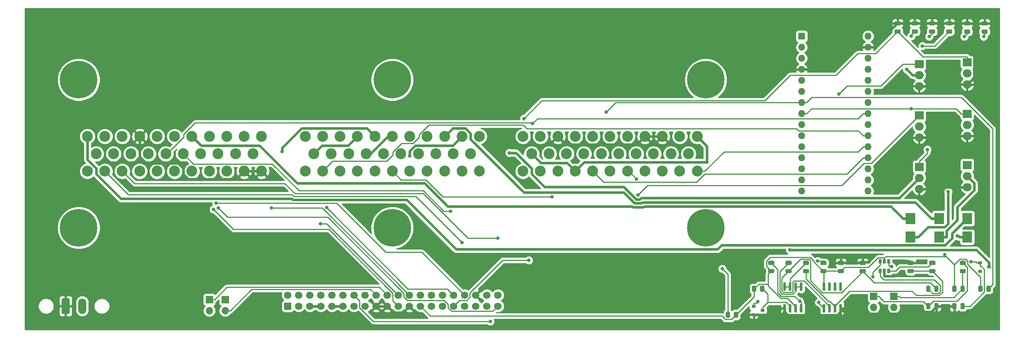
<source format=gbr>
%TF.GenerationSoftware,KiCad,Pcbnew,(5.1.6)-1*%
%TF.CreationDate,2021-10-20T19:30:18-05:00*%
%TF.ProjectId,Jeep JTEC,4a656570-204a-4544-9543-2e6b69636164,rev?*%
%TF.SameCoordinates,Original*%
%TF.FileFunction,Copper,L1,Top*%
%TF.FilePolarity,Positive*%
%FSLAX46Y46*%
G04 Gerber Fmt 4.6, Leading zero omitted, Abs format (unit mm)*
G04 Created by KiCad (PCBNEW (5.1.6)-1) date 2021-10-20 19:30:18*
%MOMM*%
%LPD*%
G01*
G04 APERTURE LIST*
%TA.AperFunction,ComponentPad*%
%ADD10C,2.500000*%
%TD*%
%TA.AperFunction,ComponentPad*%
%ADD11O,1.700000X1.700000*%
%TD*%
%TA.AperFunction,ComponentPad*%
%ADD12R,1.700000X1.700000*%
%TD*%
%TA.AperFunction,SMDPad,CuDef*%
%ADD13R,2.300000X2.500000*%
%TD*%
%TA.AperFunction,SMDPad,CuDef*%
%ADD14R,0.650000X1.060000*%
%TD*%
%TA.AperFunction,ComponentPad*%
%ADD15C,0.900000*%
%TD*%
%TA.AperFunction,ComponentPad*%
%ADD16C,8.600000*%
%TD*%
%TA.AperFunction,ComponentPad*%
%ADD17O,1.800000X3.600000*%
%TD*%
%TA.AperFunction,ComponentPad*%
%ADD18O,2.000000X1.905000*%
%TD*%
%TA.AperFunction,ComponentPad*%
%ADD19R,2.000000X1.905000*%
%TD*%
%TA.AperFunction,SMDPad,CuDef*%
%ADD20R,0.900000X0.800000*%
%TD*%
%TA.AperFunction,ComponentPad*%
%ADD21C,1.700000*%
%TD*%
%TA.AperFunction,ComponentPad*%
%ADD22O,1.600000X1.600000*%
%TD*%
%TA.AperFunction,ComponentPad*%
%ADD23R,1.600000X1.600000*%
%TD*%
%TA.AperFunction,ViaPad*%
%ADD24C,0.800000*%
%TD*%
%TA.AperFunction,Conductor*%
%ADD25C,0.250000*%
%TD*%
%TA.AperFunction,Conductor*%
%ADD26C,0.600000*%
%TD*%
%TA.AperFunction,Conductor*%
%ADD27C,0.254000*%
%TD*%
G04 APERTURE END LIST*
D10*
%TO.P,C1,1*%
%TO.N,IGN-3-DRIVER*%
X50000000Y-85000000D03*
%TO.P,C1,2*%
%TO.N,12V-SW*%
X54000000Y-85000000D03*
%TO.P,C1,3*%
%TO.N,N/C*%
X58000000Y-85000000D03*
%TO.P,C1,4*%
%TO.N,ASD_COIL_OUT*%
X62000000Y-85000000D03*
%TO.P,C1,5*%
%TO.N,N/C*%
X66000000Y-85000000D03*
%TO.P,C1,6*%
X70000000Y-85000000D03*
%TO.P,C1,7*%
%TO.N,IGN-1-DRIVER*%
X74000000Y-85000000D03*
%TO.P,C1,8*%
%TO.N,CRANK-IN*%
X78000000Y-85000000D03*
%TO.P,C1,9*%
%TO.N,N/C*%
X82000000Y-85000000D03*
%TO.P,C1,10*%
%TO.N,STEP-B1*%
X86000000Y-85000000D03*
%TO.P,C1,11*%
%TO.N,STEP-B2*%
X90000000Y-85000000D03*
%TO.P,C1,12*%
%TO.N,N/C*%
X52000000Y-89000000D03*
%TO.P,C1,13*%
X56000000Y-89000000D03*
%TO.P,C1,14*%
X60000000Y-89000000D03*
%TO.P,C1,15*%
%TO.N,IAT_Sensor*%
X64000000Y-89000000D03*
%TO.P,C1,16*%
%TO.N,CLT_Sensor*%
X68000000Y-89000000D03*
%TO.P,C1,17*%
%TO.N,VDDA*%
X72000000Y-89000000D03*
%TO.P,C1,18*%
%TO.N,CAM-IN*%
X76000000Y-89000000D03*
%TO.P,C1,19*%
%TO.N,Net-(C1-Pad19)*%
X80000000Y-89000000D03*
%TO.P,C1,20*%
%TO.N,Net-(C1-Pad20)*%
X84000000Y-89000000D03*
%TO.P,C1,21*%
%TO.N,N/C*%
X88000000Y-89000000D03*
%TO.P,C1,22*%
X50000000Y-93000000D03*
%TO.P,C1,23*%
%TO.N,TPS_Sensor*%
X54000000Y-93000000D03*
%TO.P,C1,24*%
%TO.N,O2-1-1*%
X58000000Y-93000000D03*
%TO.P,C1,25*%
%TO.N,N/C*%
X62000000Y-93000000D03*
%TO.P,C1,26*%
X66000000Y-93000000D03*
%TO.P,C1,27*%
%TO.N,MAP-EXT*%
X70000000Y-93000000D03*
%TO.P,C1,28*%
%TO.N,N/C*%
X74000000Y-93000000D03*
%TO.P,C1,29*%
X78000000Y-93000000D03*
%TO.P,C1,30*%
X82000000Y-93000000D03*
%TO.P,C1,31*%
%TO.N,ASD_COIL_OUT*%
X86000000Y-93000000D03*
%TO.P,C1,32*%
X90000000Y-93000000D03*
%TD*%
%TO.P,C3,1*%
%TO.N,AC_CLUTCH_OUT*%
X150000000Y-85000000D03*
%TO.P,C3,2*%
%TO.N,FAN-OUT*%
X154000000Y-85000000D03*
%TO.P,C3,3*%
%TO.N,ASD_COIL_OUT*%
X158000000Y-85000000D03*
%TO.P,C3,4*%
%TO.N,CRUISE_VAC_OUT*%
X162000000Y-85000000D03*
%TO.P,C3,5*%
%TO.N,CRUISE_VENT_OUT*%
X166000000Y-85000000D03*
%TO.P,C3,6*%
%TO.N,N/C*%
X170000000Y-85000000D03*
%TO.P,C3,7*%
X174000000Y-85000000D03*
%TO.P,C3,8*%
%TO.N,ASD_COIL_OUT*%
X178000000Y-85000000D03*
%TO.P,C3,9*%
X182000000Y-85000000D03*
%TO.P,C3,10*%
%TO.N,N/C*%
X186000000Y-85000000D03*
%TO.P,C3,11*%
%TO.N,ASD_12V_IN*%
X190000000Y-85000000D03*
%TO.P,C3,12*%
X152000000Y-89000000D03*
%TO.P,C3,13*%
%TO.N,N/C*%
X156000000Y-89000000D03*
%TO.P,C3,14*%
X160000000Y-89000000D03*
%TO.P,C3,15*%
X164000000Y-89000000D03*
%TO.P,C3,16*%
X168000000Y-89000000D03*
%TO.P,C3,17*%
X172000000Y-89000000D03*
%TO.P,C3,18*%
X176000000Y-89000000D03*
%TO.P,C3,19*%
%TO.N,FUELPUMP-OUT*%
X180000000Y-89000000D03*
%TO.P,C3,20*%
%TO.N,N/C*%
X184000000Y-89000000D03*
%TO.P,C3,21*%
X188000000Y-89000000D03*
%TO.P,C3,22*%
%TO.N,AC_CLUTCH_OUT*%
X150000000Y-93000000D03*
%TO.P,C3,23*%
%TO.N,N/C*%
X154000000Y-93000000D03*
%TO.P,C3,24*%
%TO.N,BRAKE_LAMP_SWITCH*%
X158000000Y-93000000D03*
%TO.P,C3,25*%
%TO.N,ASD_12V_IN*%
X162000000Y-93000000D03*
%TO.P,C3,26*%
%TO.N,FUEL_LEVEL*%
X166000000Y-93000000D03*
%TO.P,C3,27*%
%TO.N,N/C*%
X170000000Y-93000000D03*
%TO.P,C3,28*%
%TO.N,CCD-*%
X174000000Y-93000000D03*
%TO.P,C3,29*%
%TO.N,N/C*%
X178000000Y-93000000D03*
%TO.P,C3,30*%
%TO.N,CCD+*%
X182000000Y-93000000D03*
%TO.P,C3,31*%
%TO.N,N/C*%
X186000000Y-93000000D03*
%TO.P,C3,32*%
%TO.N,SPEED_CONTROL_SWITCH*%
X190000000Y-93000000D03*
%TD*%
%TO.P,C2,1*%
%TO.N,N/C*%
X100000000Y-85000000D03*
%TO.P,C2,2*%
X104000000Y-85000000D03*
%TO.P,C2,3*%
X108000000Y-85000000D03*
%TO.P,C2,4*%
%TO.N,INJ-1-OUT*%
X112000000Y-85000000D03*
%TO.P,C2,5*%
%TO.N,INJ-3-OUT*%
X116000000Y-85000000D03*
%TO.P,C2,6*%
%TO.N,INJ-2-OUT*%
X120000000Y-85000000D03*
%TO.P,C2,7*%
%TO.N,N/C*%
X124000000Y-85000000D03*
%TO.P,C2,8*%
X128000000Y-85000000D03*
%TO.P,C2,9*%
%TO.N,IGN-2-DRIVER*%
X132000000Y-85000000D03*
%TO.P,C2,10*%
%TO.N,GENERATOR_GND*%
X136000000Y-85000000D03*
%TO.P,C2,11*%
%TO.N,HC-1-OUT*%
X140000000Y-85000000D03*
%TO.P,C2,12*%
%TO.N,INJ-1-OUT*%
X102000000Y-89000000D03*
%TO.P,C2,13*%
%TO.N,N/C*%
X106000000Y-89000000D03*
%TO.P,C2,14*%
X110000000Y-89000000D03*
%TO.P,C2,15*%
%TO.N,INJ-2-OUT*%
X114000000Y-89000000D03*
%TO.P,C2,16*%
%TO.N,INJ-3-OUT*%
X118000000Y-89000000D03*
%TO.P,C2,17*%
%TO.N,N/C*%
X122000000Y-89000000D03*
%TO.P,C2,18*%
X126000000Y-89000000D03*
%TO.P,C2,19*%
X130000000Y-89000000D03*
%TO.P,C2,20*%
X134000000Y-89000000D03*
%TO.P,C2,21*%
X138000000Y-89000000D03*
%TO.P,C2,22*%
X100000000Y-93000000D03*
%TO.P,C2,23*%
%TO.N,OIL_PRESSURE_IN*%
X104000000Y-93000000D03*
%TO.P,C2,24*%
%TO.N,N/C*%
X108000000Y-93000000D03*
%TO.P,C2,25*%
X112000000Y-93000000D03*
%TO.P,C2,26*%
X116000000Y-93000000D03*
%TO.P,C2,27*%
%TO.N,VSS*%
X120000000Y-93000000D03*
%TO.P,C2,28*%
%TO.N,N/C*%
X124000000Y-93000000D03*
%TO.P,C2,29*%
X128000000Y-93000000D03*
%TO.P,C2,30*%
X132000000Y-93000000D03*
%TO.P,C2,31*%
%TO.N,VDDA*%
X136000000Y-93000000D03*
%TO.P,C2,32*%
%TO.N,N/C*%
X140000000Y-93000000D03*
%TD*%
D11*
%TO.P,JP5,2*%
%TO.N,STEP-A2*%
X81650000Y-125040000D03*
D12*
%TO.P,JP5,1*%
%TO.N,Net-(C1-Pad20)*%
X81650000Y-122500000D03*
%TD*%
D11*
%TO.P,JP4,2*%
%TO.N,Net-(C1-Pad19)*%
X78000000Y-125040000D03*
D12*
%TO.P,JP4,1*%
%TO.N,STEP-A1*%
X78000000Y-122500000D03*
%TD*%
D13*
%TO.P,D4,2*%
%TO.N,IGN-3-DRIVER*%
X252000000Y-103850000D03*
%TO.P,D4,1*%
%TO.N,Net-(D4-Pad1)*%
X252000000Y-108150000D03*
%TD*%
%TO.P,D3,2*%
%TO.N,IGN-2-DRIVER*%
X245550000Y-103850000D03*
%TO.P,D3,1*%
%TO.N,Net-(D3-Pad1)*%
X245550000Y-108150000D03*
%TD*%
%TO.P,D2,2*%
%TO.N,IGN-1-DRIVER*%
X239000000Y-103850000D03*
%TO.P,D2,1*%
%TO.N,Net-(D2-Pad1)*%
X239000000Y-108150000D03*
%TD*%
D14*
%TO.P,U2,5*%
%TO.N,VDDA*%
X233000000Y-113720000D03*
%TO.P,U2,6*%
%TO.N,CCD+*%
X232050000Y-113720000D03*
%TO.P,U2,4*%
%TO.N,CCD-*%
X233950000Y-113720000D03*
%TO.P,U2,3*%
%TO.N,Net-(R8-Pad2)*%
X233950000Y-115920000D03*
%TO.P,U2,2*%
%TO.N,ASD_COIL_OUT*%
X233000000Y-115920000D03*
%TO.P,U2,1*%
%TO.N,Net-(R7-Pad1)*%
X232050000Y-115920000D03*
%TD*%
%TO.P,R19,2*%
%TO.N,VDDA*%
%TA.AperFunction,SMDPad,CuDef*%
G36*
G01*
X198450000Y-126456250D02*
X198450000Y-125543750D01*
G75*
G02*
X198693750Y-125300000I243750J0D01*
G01*
X199181250Y-125300000D01*
G75*
G02*
X199425000Y-125543750I0J-243750D01*
G01*
X199425000Y-126456250D01*
G75*
G02*
X199181250Y-126700000I-243750J0D01*
G01*
X198693750Y-126700000D01*
G75*
G02*
X198450000Y-126456250I0J243750D01*
G01*
G37*
%TD.AperFunction*%
%TO.P,R19,1*%
%TO.N,SPEED_CONTROL_SWITCH*%
%TA.AperFunction,SMDPad,CuDef*%
G36*
G01*
X196575000Y-126456250D02*
X196575000Y-125543750D01*
G75*
G02*
X196818750Y-125300000I243750J0D01*
G01*
X197306250Y-125300000D01*
G75*
G02*
X197550000Y-125543750I0J-243750D01*
G01*
X197550000Y-126456250D01*
G75*
G02*
X197306250Y-126700000I-243750J0D01*
G01*
X196818750Y-126700000D01*
G75*
G02*
X196575000Y-126456250I0J243750D01*
G01*
G37*
%TD.AperFunction*%
%TD*%
D15*
%TO.P,H6,1*%
%TO.N,N/C*%
X194280419Y-103719581D03*
X192000000Y-102775000D03*
X189719581Y-103719581D03*
X188775000Y-106000000D03*
X189719581Y-108280419D03*
X192000000Y-109225000D03*
X194280419Y-108280419D03*
X195225000Y-106000000D03*
D16*
X192000000Y-106000000D03*
%TD*%
D15*
%TO.P,H5,1*%
%TO.N,N/C*%
X194280419Y-69719581D03*
X192000000Y-68775000D03*
X189719581Y-69719581D03*
X188775000Y-72000000D03*
X189719581Y-74280419D03*
X192000000Y-75225000D03*
X194280419Y-74280419D03*
X195225000Y-72000000D03*
D16*
X192000000Y-72000000D03*
%TD*%
D15*
%TO.P,H4,1*%
%TO.N,N/C*%
X50280419Y-69719581D03*
X48000000Y-68775000D03*
X45719581Y-69719581D03*
X44775000Y-72000000D03*
X45719581Y-74280419D03*
X48000000Y-75225000D03*
X50280419Y-74280419D03*
X51225000Y-72000000D03*
D16*
X48000000Y-72000000D03*
%TD*%
D15*
%TO.P,H3,1*%
%TO.N,N/C*%
X122280419Y-69719581D03*
X120000000Y-68775000D03*
X117719581Y-69719581D03*
X116775000Y-72000000D03*
X117719581Y-74280419D03*
X120000000Y-75225000D03*
X122280419Y-74280419D03*
X123225000Y-72000000D03*
D16*
X120000000Y-72000000D03*
%TD*%
D15*
%TO.P,H2,1*%
%TO.N,N/C*%
X50280419Y-103719581D03*
X48000000Y-102775000D03*
X45719581Y-103719581D03*
X44775000Y-106000000D03*
X45719581Y-108280419D03*
X48000000Y-109225000D03*
X50280419Y-108280419D03*
X51225000Y-106000000D03*
D16*
X48000000Y-106000000D03*
%TD*%
D15*
%TO.P,H1,1*%
%TO.N,N/C*%
X122280419Y-103719581D03*
X120000000Y-102775000D03*
X117719581Y-103719581D03*
X116775000Y-106000000D03*
X117719581Y-108280419D03*
X120000000Y-109225000D03*
X122280419Y-108280419D03*
X123225000Y-106000000D03*
D16*
X120000000Y-106000000D03*
%TD*%
D17*
%TO.P,J2,2*%
%TO.N,12V-SW*%
X48810000Y-124000000D03*
%TO.P,J2,1*%
%TO.N,ASD_COIL_OUT*%
%TA.AperFunction,ComponentPad*%
G36*
G01*
X44100000Y-125550000D02*
X44100000Y-122450000D01*
G75*
G02*
X44350000Y-122200000I250000J0D01*
G01*
X45650000Y-122200000D01*
G75*
G02*
X45900000Y-122450000I0J-250000D01*
G01*
X45900000Y-125550000D01*
G75*
G02*
X45650000Y-125800000I-250000J0D01*
G01*
X44350000Y-125800000D01*
G75*
G02*
X44100000Y-125550000I0J250000D01*
G01*
G37*
%TD.AperFunction*%
%TD*%
%TO.P,U1,8*%
%TO.N,VDDA*%
%TA.AperFunction,SMDPad,CuDef*%
G36*
G01*
X219245000Y-120500000D02*
X218945000Y-120500000D01*
G75*
G02*
X218795000Y-120350000I0J150000D01*
G01*
X218795000Y-118700000D01*
G75*
G02*
X218945000Y-118550000I150000J0D01*
G01*
X219245000Y-118550000D01*
G75*
G02*
X219395000Y-118700000I0J-150000D01*
G01*
X219395000Y-120350000D01*
G75*
G02*
X219245000Y-120500000I-150000J0D01*
G01*
G37*
%TD.AperFunction*%
%TO.P,U1,7*%
%TO.N,N/C*%
%TA.AperFunction,SMDPad,CuDef*%
G36*
G01*
X220515000Y-120500000D02*
X220215000Y-120500000D01*
G75*
G02*
X220065000Y-120350000I0J150000D01*
G01*
X220065000Y-118700000D01*
G75*
G02*
X220215000Y-118550000I150000J0D01*
G01*
X220515000Y-118550000D01*
G75*
G02*
X220665000Y-118700000I0J-150000D01*
G01*
X220665000Y-120350000D01*
G75*
G02*
X220515000Y-120500000I-150000J0D01*
G01*
G37*
%TD.AperFunction*%
%TO.P,U1,6*%
%TA.AperFunction,SMDPad,CuDef*%
G36*
G01*
X221785000Y-120500000D02*
X221485000Y-120500000D01*
G75*
G02*
X221335000Y-120350000I0J150000D01*
G01*
X221335000Y-118700000D01*
G75*
G02*
X221485000Y-118550000I150000J0D01*
G01*
X221785000Y-118550000D01*
G75*
G02*
X221935000Y-118700000I0J-150000D01*
G01*
X221935000Y-120350000D01*
G75*
G02*
X221785000Y-120500000I-150000J0D01*
G01*
G37*
%TD.AperFunction*%
%TO.P,U1,5*%
%TA.AperFunction,SMDPad,CuDef*%
G36*
G01*
X223055000Y-120500000D02*
X222755000Y-120500000D01*
G75*
G02*
X222605000Y-120350000I0J150000D01*
G01*
X222605000Y-118700000D01*
G75*
G02*
X222755000Y-118550000I150000J0D01*
G01*
X223055000Y-118550000D01*
G75*
G02*
X223205000Y-118700000I0J-150000D01*
G01*
X223205000Y-120350000D01*
G75*
G02*
X223055000Y-120500000I-150000J0D01*
G01*
G37*
%TD.AperFunction*%
%TO.P,U1,4*%
%TO.N,ASD_COIL_OUT*%
%TA.AperFunction,SMDPad,CuDef*%
G36*
G01*
X223055000Y-125450000D02*
X222755000Y-125450000D01*
G75*
G02*
X222605000Y-125300000I0J150000D01*
G01*
X222605000Y-123650000D01*
G75*
G02*
X222755000Y-123500000I150000J0D01*
G01*
X223055000Y-123500000D01*
G75*
G02*
X223205000Y-123650000I0J-150000D01*
G01*
X223205000Y-125300000D01*
G75*
G02*
X223055000Y-125450000I-150000J0D01*
G01*
G37*
%TD.AperFunction*%
%TO.P,U1,3*%
%TO.N,/CCD Decoder/CCD_SAFE-*%
%TA.AperFunction,SMDPad,CuDef*%
G36*
G01*
X221785000Y-125450000D02*
X221485000Y-125450000D01*
G75*
G02*
X221335000Y-125300000I0J150000D01*
G01*
X221335000Y-123650000D01*
G75*
G02*
X221485000Y-123500000I150000J0D01*
G01*
X221785000Y-123500000D01*
G75*
G02*
X221935000Y-123650000I0J-150000D01*
G01*
X221935000Y-125300000D01*
G75*
G02*
X221785000Y-125450000I-150000J0D01*
G01*
G37*
%TD.AperFunction*%
%TO.P,U1,2*%
%TO.N,/CCD Decoder/CCD_SAFE+*%
%TA.AperFunction,SMDPad,CuDef*%
G36*
G01*
X220515000Y-125450000D02*
X220215000Y-125450000D01*
G75*
G02*
X220065000Y-125300000I0J150000D01*
G01*
X220065000Y-123650000D01*
G75*
G02*
X220215000Y-123500000I150000J0D01*
G01*
X220515000Y-123500000D01*
G75*
G02*
X220665000Y-123650000I0J-150000D01*
G01*
X220665000Y-125300000D01*
G75*
G02*
X220515000Y-125450000I-150000J0D01*
G01*
G37*
%TD.AperFunction*%
%TO.P,U1,1*%
%TO.N,/CCD Decoder/CCD_RX*%
%TA.AperFunction,SMDPad,CuDef*%
G36*
G01*
X219245000Y-125450000D02*
X218945000Y-125450000D01*
G75*
G02*
X218795000Y-125300000I0J150000D01*
G01*
X218795000Y-123650000D01*
G75*
G02*
X218945000Y-123500000I150000J0D01*
G01*
X219245000Y-123500000D01*
G75*
G02*
X219395000Y-123650000I0J-150000D01*
G01*
X219395000Y-125300000D01*
G75*
G02*
X219245000Y-125450000I-150000J0D01*
G01*
G37*
%TD.AperFunction*%
%TD*%
%TO.P,R18,2*%
%TO.N,Net-(A1-Pad22)*%
%TA.AperFunction,SMDPad,CuDef*%
G36*
G01*
X250450000Y-124456250D02*
X250450000Y-123543750D01*
G75*
G02*
X250693750Y-123300000I243750J0D01*
G01*
X251181250Y-123300000D01*
G75*
G02*
X251425000Y-123543750I0J-243750D01*
G01*
X251425000Y-124456250D01*
G75*
G02*
X251181250Y-124700000I-243750J0D01*
G01*
X250693750Y-124700000D01*
G75*
G02*
X250450000Y-124456250I0J243750D01*
G01*
G37*
%TD.AperFunction*%
%TO.P,R18,1*%
%TO.N,ASD_COIL_OUT*%
%TA.AperFunction,SMDPad,CuDef*%
G36*
G01*
X248575000Y-124456250D02*
X248575000Y-123543750D01*
G75*
G02*
X248818750Y-123300000I243750J0D01*
G01*
X249306250Y-123300000D01*
G75*
G02*
X249550000Y-123543750I0J-243750D01*
G01*
X249550000Y-124456250D01*
G75*
G02*
X249306250Y-124700000I-243750J0D01*
G01*
X248818750Y-124700000D01*
G75*
G02*
X248575000Y-124456250I0J243750D01*
G01*
G37*
%TD.AperFunction*%
%TD*%
%TO.P,R17,2*%
%TO.N,ASD_COIL_OUT*%
%TA.AperFunction,SMDPad,CuDef*%
G36*
G01*
X252456250Y-59550000D02*
X251543750Y-59550000D01*
G75*
G02*
X251300000Y-59306250I0J243750D01*
G01*
X251300000Y-58818750D01*
G75*
G02*
X251543750Y-58575000I243750J0D01*
G01*
X252456250Y-58575000D01*
G75*
G02*
X252700000Y-58818750I0J-243750D01*
G01*
X252700000Y-59306250D01*
G75*
G02*
X252456250Y-59550000I-243750J0D01*
G01*
G37*
%TD.AperFunction*%
%TO.P,R17,1*%
%TO.N,GENERATOR_CONTROL*%
%TA.AperFunction,SMDPad,CuDef*%
G36*
G01*
X252456250Y-61425000D02*
X251543750Y-61425000D01*
G75*
G02*
X251300000Y-61181250I0J243750D01*
G01*
X251300000Y-60693750D01*
G75*
G02*
X251543750Y-60450000I243750J0D01*
G01*
X252456250Y-60450000D01*
G75*
G02*
X252700000Y-60693750I0J-243750D01*
G01*
X252700000Y-61181250D01*
G75*
G02*
X252456250Y-61425000I-243750J0D01*
G01*
G37*
%TD.AperFunction*%
%TD*%
%TO.P,R16,2*%
%TO.N,ASD_COIL_OUT*%
%TA.AperFunction,SMDPad,CuDef*%
G36*
G01*
X248336250Y-59520000D02*
X247423750Y-59520000D01*
G75*
G02*
X247180000Y-59276250I0J243750D01*
G01*
X247180000Y-58788750D01*
G75*
G02*
X247423750Y-58545000I243750J0D01*
G01*
X248336250Y-58545000D01*
G75*
G02*
X248580000Y-58788750I0J-243750D01*
G01*
X248580000Y-59276250D01*
G75*
G02*
X248336250Y-59520000I-243750J0D01*
G01*
G37*
%TD.AperFunction*%
%TO.P,R16,1*%
%TO.N,IGN-3-OUT*%
%TA.AperFunction,SMDPad,CuDef*%
G36*
G01*
X248336250Y-61395000D02*
X247423750Y-61395000D01*
G75*
G02*
X247180000Y-61151250I0J243750D01*
G01*
X247180000Y-60663750D01*
G75*
G02*
X247423750Y-60420000I243750J0D01*
G01*
X248336250Y-60420000D01*
G75*
G02*
X248580000Y-60663750I0J-243750D01*
G01*
X248580000Y-61151250D01*
G75*
G02*
X248336250Y-61395000I-243750J0D01*
G01*
G37*
%TD.AperFunction*%
%TD*%
%TO.P,R15,2*%
%TO.N,ASD_COIL_OUT*%
%TA.AperFunction,SMDPad,CuDef*%
G36*
G01*
X244386250Y-59520000D02*
X243473750Y-59520000D01*
G75*
G02*
X243230000Y-59276250I0J243750D01*
G01*
X243230000Y-58788750D01*
G75*
G02*
X243473750Y-58545000I243750J0D01*
G01*
X244386250Y-58545000D01*
G75*
G02*
X244630000Y-58788750I0J-243750D01*
G01*
X244630000Y-59276250D01*
G75*
G02*
X244386250Y-59520000I-243750J0D01*
G01*
G37*
%TD.AperFunction*%
%TO.P,R15,1*%
%TO.N,CRUISE_VENT_CONTROL*%
%TA.AperFunction,SMDPad,CuDef*%
G36*
G01*
X244386250Y-61395000D02*
X243473750Y-61395000D01*
G75*
G02*
X243230000Y-61151250I0J243750D01*
G01*
X243230000Y-60663750D01*
G75*
G02*
X243473750Y-60420000I243750J0D01*
G01*
X244386250Y-60420000D01*
G75*
G02*
X244630000Y-60663750I0J-243750D01*
G01*
X244630000Y-61151250D01*
G75*
G02*
X244386250Y-61395000I-243750J0D01*
G01*
G37*
%TD.AperFunction*%
%TD*%
%TO.P,R14,2*%
%TO.N,ASD_COIL_OUT*%
%TA.AperFunction,SMDPad,CuDef*%
G36*
G01*
X256456250Y-59550000D02*
X255543750Y-59550000D01*
G75*
G02*
X255300000Y-59306250I0J243750D01*
G01*
X255300000Y-58818750D01*
G75*
G02*
X255543750Y-58575000I243750J0D01*
G01*
X256456250Y-58575000D01*
G75*
G02*
X256700000Y-58818750I0J-243750D01*
G01*
X256700000Y-59306250D01*
G75*
G02*
X256456250Y-59550000I-243750J0D01*
G01*
G37*
%TD.AperFunction*%
%TO.P,R14,1*%
%TO.N,IGN-2-OUT*%
%TA.AperFunction,SMDPad,CuDef*%
G36*
G01*
X256456250Y-61425000D02*
X255543750Y-61425000D01*
G75*
G02*
X255300000Y-61181250I0J243750D01*
G01*
X255300000Y-60693750D01*
G75*
G02*
X255543750Y-60450000I243750J0D01*
G01*
X256456250Y-60450000D01*
G75*
G02*
X256700000Y-60693750I0J-243750D01*
G01*
X256700000Y-61181250D01*
G75*
G02*
X256456250Y-61425000I-243750J0D01*
G01*
G37*
%TD.AperFunction*%
%TD*%
%TO.P,R13,2*%
%TO.N,ASD_COIL_OUT*%
%TA.AperFunction,SMDPad,CuDef*%
G36*
G01*
X240436250Y-59520000D02*
X239523750Y-59520000D01*
G75*
G02*
X239280000Y-59276250I0J243750D01*
G01*
X239280000Y-58788750D01*
G75*
G02*
X239523750Y-58545000I243750J0D01*
G01*
X240436250Y-58545000D01*
G75*
G02*
X240680000Y-58788750I0J-243750D01*
G01*
X240680000Y-59276250D01*
G75*
G02*
X240436250Y-59520000I-243750J0D01*
G01*
G37*
%TD.AperFunction*%
%TO.P,R13,1*%
%TO.N,CRUISE_VAC_CONTROL*%
%TA.AperFunction,SMDPad,CuDef*%
G36*
G01*
X240436250Y-61395000D02*
X239523750Y-61395000D01*
G75*
G02*
X239280000Y-61151250I0J243750D01*
G01*
X239280000Y-60663750D01*
G75*
G02*
X239523750Y-60420000I243750J0D01*
G01*
X240436250Y-60420000D01*
G75*
G02*
X240680000Y-60663750I0J-243750D01*
G01*
X240680000Y-61151250D01*
G75*
G02*
X240436250Y-61395000I-243750J0D01*
G01*
G37*
%TD.AperFunction*%
%TD*%
%TO.P,R12,2*%
%TO.N,ASD_COIL_OUT*%
%TA.AperFunction,SMDPad,CuDef*%
G36*
G01*
X236486250Y-59520000D02*
X235573750Y-59520000D01*
G75*
G02*
X235330000Y-59276250I0J243750D01*
G01*
X235330000Y-58788750D01*
G75*
G02*
X235573750Y-58545000I243750J0D01*
G01*
X236486250Y-58545000D01*
G75*
G02*
X236730000Y-58788750I0J-243750D01*
G01*
X236730000Y-59276250D01*
G75*
G02*
X236486250Y-59520000I-243750J0D01*
G01*
G37*
%TD.AperFunction*%
%TO.P,R12,1*%
%TO.N,IGN-1-OUT*%
%TA.AperFunction,SMDPad,CuDef*%
G36*
G01*
X236486250Y-61395000D02*
X235573750Y-61395000D01*
G75*
G02*
X235330000Y-61151250I0J243750D01*
G01*
X235330000Y-60663750D01*
G75*
G02*
X235573750Y-60420000I243750J0D01*
G01*
X236486250Y-60420000D01*
G75*
G02*
X236730000Y-60663750I0J-243750D01*
G01*
X236730000Y-61151250D01*
G75*
G02*
X236486250Y-61395000I-243750J0D01*
G01*
G37*
%TD.AperFunction*%
%TD*%
%TO.P,R11,2*%
%TO.N,ASD_COIL_OUT*%
%TA.AperFunction,SMDPad,CuDef*%
G36*
G01*
X244450000Y-124456250D02*
X244450000Y-123543750D01*
G75*
G02*
X244693750Y-123300000I243750J0D01*
G01*
X245181250Y-123300000D01*
G75*
G02*
X245425000Y-123543750I0J-243750D01*
G01*
X245425000Y-124456250D01*
G75*
G02*
X245181250Y-124700000I-243750J0D01*
G01*
X244693750Y-124700000D01*
G75*
G02*
X244450000Y-124456250I0J243750D01*
G01*
G37*
%TD.AperFunction*%
%TO.P,R11,1*%
%TO.N,Net-(JP2-Pad1)*%
%TA.AperFunction,SMDPad,CuDef*%
G36*
G01*
X242575000Y-124456250D02*
X242575000Y-123543750D01*
G75*
G02*
X242818750Y-123300000I243750J0D01*
G01*
X243306250Y-123300000D01*
G75*
G02*
X243550000Y-123543750I0J-243750D01*
G01*
X243550000Y-124456250D01*
G75*
G02*
X243306250Y-124700000I-243750J0D01*
G01*
X242818750Y-124700000D01*
G75*
G02*
X242575000Y-124456250I0J243750D01*
G01*
G37*
%TD.AperFunction*%
%TD*%
%TO.P,R10,2*%
%TO.N,Net-(JP2-Pad1)*%
%TA.AperFunction,SMDPad,CuDef*%
G36*
G01*
X251456250Y-114550000D02*
X250543750Y-114550000D01*
G75*
G02*
X250300000Y-114306250I0J243750D01*
G01*
X250300000Y-113818750D01*
G75*
G02*
X250543750Y-113575000I243750J0D01*
G01*
X251456250Y-113575000D01*
G75*
G02*
X251700000Y-113818750I0J-243750D01*
G01*
X251700000Y-114306250D01*
G75*
G02*
X251456250Y-114550000I-243750J0D01*
G01*
G37*
%TD.AperFunction*%
%TO.P,R10,1*%
%TO.N,Net-(JP1-Pad1)*%
%TA.AperFunction,SMDPad,CuDef*%
G36*
G01*
X251456250Y-116425000D02*
X250543750Y-116425000D01*
G75*
G02*
X250300000Y-116181250I0J243750D01*
G01*
X250300000Y-115693750D01*
G75*
G02*
X250543750Y-115450000I243750J0D01*
G01*
X251456250Y-115450000D01*
G75*
G02*
X251700000Y-115693750I0J-243750D01*
G01*
X251700000Y-116181250D01*
G75*
G02*
X251456250Y-116425000I-243750J0D01*
G01*
G37*
%TD.AperFunction*%
%TD*%
%TO.P,R9,2*%
%TO.N,Net-(JP1-Pad1)*%
%TA.AperFunction,SMDPad,CuDef*%
G36*
G01*
X250450000Y-120456250D02*
X250450000Y-119543750D01*
G75*
G02*
X250693750Y-119300000I243750J0D01*
G01*
X251181250Y-119300000D01*
G75*
G02*
X251425000Y-119543750I0J-243750D01*
G01*
X251425000Y-120456250D01*
G75*
G02*
X251181250Y-120700000I-243750J0D01*
G01*
X250693750Y-120700000D01*
G75*
G02*
X250450000Y-120456250I0J243750D01*
G01*
G37*
%TD.AperFunction*%
%TO.P,R9,1*%
%TO.N,VDDA*%
%TA.AperFunction,SMDPad,CuDef*%
G36*
G01*
X248575000Y-120456250D02*
X248575000Y-119543750D01*
G75*
G02*
X248818750Y-119300000I243750J0D01*
G01*
X249306250Y-119300000D01*
G75*
G02*
X249550000Y-119543750I0J-243750D01*
G01*
X249550000Y-120456250D01*
G75*
G02*
X249306250Y-120700000I-243750J0D01*
G01*
X248818750Y-120700000D01*
G75*
G02*
X248575000Y-120456250I0J243750D01*
G01*
G37*
%TD.AperFunction*%
%TD*%
%TO.P,R8,2*%
%TO.N,Net-(R8-Pad2)*%
%TA.AperFunction,SMDPad,CuDef*%
G36*
G01*
X244456250Y-114550000D02*
X243543750Y-114550000D01*
G75*
G02*
X243300000Y-114306250I0J243750D01*
G01*
X243300000Y-113818750D01*
G75*
G02*
X243543750Y-113575000I243750J0D01*
G01*
X244456250Y-113575000D01*
G75*
G02*
X244700000Y-113818750I0J-243750D01*
G01*
X244700000Y-114306250D01*
G75*
G02*
X244456250Y-114550000I-243750J0D01*
G01*
G37*
%TD.AperFunction*%
%TO.P,R8,1*%
%TO.N,/CCD Decoder/CCD_SAFE-*%
%TA.AperFunction,SMDPad,CuDef*%
G36*
G01*
X244456250Y-116425000D02*
X243543750Y-116425000D01*
G75*
G02*
X243300000Y-116181250I0J243750D01*
G01*
X243300000Y-115693750D01*
G75*
G02*
X243543750Y-115450000I243750J0D01*
G01*
X244456250Y-115450000D01*
G75*
G02*
X244700000Y-115693750I0J-243750D01*
G01*
X244700000Y-116181250D01*
G75*
G02*
X244456250Y-116425000I-243750J0D01*
G01*
G37*
%TD.AperFunction*%
%TD*%
%TO.P,R7,2*%
%TO.N,/CCD Decoder/CCD_SAFE+*%
%TA.AperFunction,SMDPad,CuDef*%
G36*
G01*
X244450000Y-120456250D02*
X244450000Y-119543750D01*
G75*
G02*
X244693750Y-119300000I243750J0D01*
G01*
X245181250Y-119300000D01*
G75*
G02*
X245425000Y-119543750I0J-243750D01*
G01*
X245425000Y-120456250D01*
G75*
G02*
X245181250Y-120700000I-243750J0D01*
G01*
X244693750Y-120700000D01*
G75*
G02*
X244450000Y-120456250I0J243750D01*
G01*
G37*
%TD.AperFunction*%
%TO.P,R7,1*%
%TO.N,Net-(R7-Pad1)*%
%TA.AperFunction,SMDPad,CuDef*%
G36*
G01*
X242575000Y-120456250D02*
X242575000Y-119543750D01*
G75*
G02*
X242818750Y-119300000I243750J0D01*
G01*
X243306250Y-119300000D01*
G75*
G02*
X243550000Y-119543750I0J-243750D01*
G01*
X243550000Y-120456250D01*
G75*
G02*
X243306250Y-120700000I-243750J0D01*
G01*
X242818750Y-120700000D01*
G75*
G02*
X242575000Y-120456250I0J243750D01*
G01*
G37*
%TD.AperFunction*%
%TD*%
%TO.P,R6,2*%
%TO.N,/CCD Decoder/CCD_RX*%
%TA.AperFunction,SMDPad,CuDef*%
G36*
G01*
X219456250Y-114550000D02*
X218543750Y-114550000D01*
G75*
G02*
X218300000Y-114306250I0J243750D01*
G01*
X218300000Y-113818750D01*
G75*
G02*
X218543750Y-113575000I243750J0D01*
G01*
X219456250Y-113575000D01*
G75*
G02*
X219700000Y-113818750I0J-243750D01*
G01*
X219700000Y-114306250D01*
G75*
G02*
X219456250Y-114550000I-243750J0D01*
G01*
G37*
%TD.AperFunction*%
%TO.P,R6,1*%
%TO.N,VDDA*%
%TA.AperFunction,SMDPad,CuDef*%
G36*
G01*
X219456250Y-116425000D02*
X218543750Y-116425000D01*
G75*
G02*
X218300000Y-116181250I0J243750D01*
G01*
X218300000Y-115693750D01*
G75*
G02*
X218543750Y-115450000I243750J0D01*
G01*
X219456250Y-115450000D01*
G75*
G02*
X219700000Y-115693750I0J-243750D01*
G01*
X219700000Y-116181250D01*
G75*
G02*
X219456250Y-116425000I-243750J0D01*
G01*
G37*
%TD.AperFunction*%
%TD*%
%TO.P,R5,2*%
%TO.N,BRAKE_LAMP_SWITCH*%
%TA.AperFunction,SMDPad,CuDef*%
G36*
G01*
X256450000Y-120456250D02*
X256450000Y-119543750D01*
G75*
G02*
X256693750Y-119300000I243750J0D01*
G01*
X257181250Y-119300000D01*
G75*
G02*
X257425000Y-119543750I0J-243750D01*
G01*
X257425000Y-120456250D01*
G75*
G02*
X257181250Y-120700000I-243750J0D01*
G01*
X256693750Y-120700000D01*
G75*
G02*
X256450000Y-120456250I0J243750D01*
G01*
G37*
%TD.AperFunction*%
%TO.P,R5,1*%
%TO.N,VDDA*%
%TA.AperFunction,SMDPad,CuDef*%
G36*
G01*
X254575000Y-120456250D02*
X254575000Y-119543750D01*
G75*
G02*
X254818750Y-119300000I243750J0D01*
G01*
X255306250Y-119300000D01*
G75*
G02*
X255550000Y-119543750I0J-243750D01*
G01*
X255550000Y-120456250D01*
G75*
G02*
X255306250Y-120700000I-243750J0D01*
G01*
X254818750Y-120700000D01*
G75*
G02*
X254575000Y-120456250I0J243750D01*
G01*
G37*
%TD.AperFunction*%
%TD*%
%TO.P,R4,2*%
%TO.N,Net-(Q2-Pad7)*%
%TA.AperFunction,SMDPad,CuDef*%
G36*
G01*
X215456250Y-114550000D02*
X214543750Y-114550000D01*
G75*
G02*
X214300000Y-114306250I0J243750D01*
G01*
X214300000Y-113818750D01*
G75*
G02*
X214543750Y-113575000I243750J0D01*
G01*
X215456250Y-113575000D01*
G75*
G02*
X215700000Y-113818750I0J-243750D01*
G01*
X215700000Y-114306250D01*
G75*
G02*
X215456250Y-114550000I-243750J0D01*
G01*
G37*
%TD.AperFunction*%
%TO.P,R4,1*%
%TO.N,/CCD Decoder/CCD_SAFE-*%
%TA.AperFunction,SMDPad,CuDef*%
G36*
G01*
X215456250Y-116425000D02*
X214543750Y-116425000D01*
G75*
G02*
X214300000Y-116181250I0J243750D01*
G01*
X214300000Y-115693750D01*
G75*
G02*
X214543750Y-115450000I243750J0D01*
G01*
X215456250Y-115450000D01*
G75*
G02*
X215700000Y-115693750I0J-243750D01*
G01*
X215700000Y-116181250D01*
G75*
G02*
X215456250Y-116425000I-243750J0D01*
G01*
G37*
%TD.AperFunction*%
%TD*%
%TO.P,R3,2*%
%TO.N,Net-(Q2-Pad5)*%
%TA.AperFunction,SMDPad,CuDef*%
G36*
G01*
X211456250Y-114550000D02*
X210543750Y-114550000D01*
G75*
G02*
X210300000Y-114306250I0J243750D01*
G01*
X210300000Y-113818750D01*
G75*
G02*
X210543750Y-113575000I243750J0D01*
G01*
X211456250Y-113575000D01*
G75*
G02*
X211700000Y-113818750I0J-243750D01*
G01*
X211700000Y-114306250D01*
G75*
G02*
X211456250Y-114550000I-243750J0D01*
G01*
G37*
%TD.AperFunction*%
%TO.P,R3,1*%
%TO.N,/CCD Decoder/CCD_SAFE+*%
%TA.AperFunction,SMDPad,CuDef*%
G36*
G01*
X211456250Y-116425000D02*
X210543750Y-116425000D01*
G75*
G02*
X210300000Y-116181250I0J243750D01*
G01*
X210300000Y-115693750D01*
G75*
G02*
X210543750Y-115450000I243750J0D01*
G01*
X211456250Y-115450000D01*
G75*
G02*
X211700000Y-115693750I0J-243750D01*
G01*
X211700000Y-116181250D01*
G75*
G02*
X211456250Y-116425000I-243750J0D01*
G01*
G37*
%TD.AperFunction*%
%TD*%
%TO.P,R2,2*%
%TO.N,/CCD Decoder/NOT-gate*%
%TA.AperFunction,SMDPad,CuDef*%
G36*
G01*
X204450000Y-120456250D02*
X204450000Y-119543750D01*
G75*
G02*
X204693750Y-119300000I243750J0D01*
G01*
X205181250Y-119300000D01*
G75*
G02*
X205425000Y-119543750I0J-243750D01*
G01*
X205425000Y-120456250D01*
G75*
G02*
X205181250Y-120700000I-243750J0D01*
G01*
X204693750Y-120700000D01*
G75*
G02*
X204450000Y-120456250I0J243750D01*
G01*
G37*
%TD.AperFunction*%
%TO.P,R2,1*%
%TO.N,VDDA*%
%TA.AperFunction,SMDPad,CuDef*%
G36*
G01*
X202575000Y-120456250D02*
X202575000Y-119543750D01*
G75*
G02*
X202818750Y-119300000I243750J0D01*
G01*
X203306250Y-119300000D01*
G75*
G02*
X203550000Y-119543750I0J-243750D01*
G01*
X203550000Y-120456250D01*
G75*
G02*
X203306250Y-120700000I-243750J0D01*
G01*
X202818750Y-120700000D01*
G75*
G02*
X202575000Y-120456250I0J243750D01*
G01*
G37*
%TD.AperFunction*%
%TD*%
%TO.P,R1,2*%
%TO.N,/CCD Decoder/CCD_TX*%
%TA.AperFunction,SMDPad,CuDef*%
G36*
G01*
X207456250Y-114550000D02*
X206543750Y-114550000D01*
G75*
G02*
X206300000Y-114306250I0J243750D01*
G01*
X206300000Y-113818750D01*
G75*
G02*
X206543750Y-113575000I243750J0D01*
G01*
X207456250Y-113575000D01*
G75*
G02*
X207700000Y-113818750I0J-243750D01*
G01*
X207700000Y-114306250D01*
G75*
G02*
X207456250Y-114550000I-243750J0D01*
G01*
G37*
%TD.AperFunction*%
%TO.P,R1,1*%
%TO.N,VDDA*%
%TA.AperFunction,SMDPad,CuDef*%
G36*
G01*
X207456250Y-116425000D02*
X206543750Y-116425000D01*
G75*
G02*
X206300000Y-116181250I0J243750D01*
G01*
X206300000Y-115693750D01*
G75*
G02*
X206543750Y-115450000I243750J0D01*
G01*
X207456250Y-115450000D01*
G75*
G02*
X207700000Y-115693750I0J-243750D01*
G01*
X207700000Y-116181250D01*
G75*
G02*
X207456250Y-116425000I-243750J0D01*
G01*
G37*
%TD.AperFunction*%
%TD*%
D18*
%TO.P,Q8,3*%
%TO.N,ASD_COIL_OUT*%
X241000000Y-97080000D03*
%TO.P,Q8,2*%
%TO.N,GENERATOR_GND*%
X241000000Y-94540000D03*
D19*
%TO.P,Q8,1*%
%TO.N,GENERATOR_CONTROL*%
X241000000Y-92000000D03*
%TD*%
D18*
%TO.P,Q7,3*%
%TO.N,ASD_COIL_OUT*%
X241000000Y-85280000D03*
%TO.P,Q7,2*%
%TO.N,Net-(D4-Pad1)*%
X241000000Y-82740000D03*
D19*
%TO.P,Q7,1*%
%TO.N,IGN-3-OUT*%
X241000000Y-80200000D03*
%TD*%
D18*
%TO.P,Q6,3*%
%TO.N,ASD_COIL_OUT*%
X241000000Y-73480000D03*
%TO.P,Q6,2*%
%TO.N,CRUISE_VENT_OUT*%
X241000000Y-70940000D03*
D19*
%TO.P,Q6,1*%
%TO.N,CRUISE_VENT_CONTROL*%
X241000000Y-68400000D03*
%TD*%
D18*
%TO.P,Q5,3*%
%TO.N,ASD_COIL_OUT*%
X252000000Y-96680000D03*
%TO.P,Q5,2*%
%TO.N,Net-(D3-Pad1)*%
X252000000Y-94140000D03*
D19*
%TO.P,Q5,1*%
%TO.N,IGN-2-OUT*%
X252000000Y-91600000D03*
%TD*%
D18*
%TO.P,Q4,3*%
%TO.N,ASD_COIL_OUT*%
X252000000Y-84880000D03*
%TO.P,Q4,2*%
%TO.N,CRUISE_VAC_OUT*%
X252000000Y-82340000D03*
D19*
%TO.P,Q4,1*%
%TO.N,CRUISE_VAC_CONTROL*%
X252000000Y-79800000D03*
%TD*%
D18*
%TO.P,Q3,3*%
%TO.N,ASD_COIL_OUT*%
X252000000Y-73080000D03*
%TO.P,Q3,2*%
%TO.N,Net-(D2-Pad1)*%
X252000000Y-70540000D03*
D19*
%TO.P,Q3,1*%
%TO.N,IGN-1-OUT*%
X252000000Y-68000000D03*
%TD*%
%TO.P,Q2,8*%
%TO.N,Net-(Q2-Pad7)*%
%TA.AperFunction,SMDPad,CuDef*%
G36*
G01*
X210245000Y-120500000D02*
X209945000Y-120500000D01*
G75*
G02*
X209795000Y-120350000I0J150000D01*
G01*
X209795000Y-118700000D01*
G75*
G02*
X209945000Y-118550000I150000J0D01*
G01*
X210245000Y-118550000D01*
G75*
G02*
X210395000Y-118700000I0J-150000D01*
G01*
X210395000Y-120350000D01*
G75*
G02*
X210245000Y-120500000I-150000J0D01*
G01*
G37*
%TD.AperFunction*%
%TO.P,Q2,7*%
%TA.AperFunction,SMDPad,CuDef*%
G36*
G01*
X211515000Y-120500000D02*
X211215000Y-120500000D01*
G75*
G02*
X211065000Y-120350000I0J150000D01*
G01*
X211065000Y-118700000D01*
G75*
G02*
X211215000Y-118550000I150000J0D01*
G01*
X211515000Y-118550000D01*
G75*
G02*
X211665000Y-118700000I0J-150000D01*
G01*
X211665000Y-120350000D01*
G75*
G02*
X211515000Y-120500000I-150000J0D01*
G01*
G37*
%TD.AperFunction*%
%TO.P,Q2,6*%
%TO.N,Net-(Q2-Pad5)*%
%TA.AperFunction,SMDPad,CuDef*%
G36*
G01*
X212785000Y-120500000D02*
X212485000Y-120500000D01*
G75*
G02*
X212335000Y-120350000I0J150000D01*
G01*
X212335000Y-118700000D01*
G75*
G02*
X212485000Y-118550000I150000J0D01*
G01*
X212785000Y-118550000D01*
G75*
G02*
X212935000Y-118700000I0J-150000D01*
G01*
X212935000Y-120350000D01*
G75*
G02*
X212785000Y-120500000I-150000J0D01*
G01*
G37*
%TD.AperFunction*%
%TO.P,Q2,5*%
%TA.AperFunction,SMDPad,CuDef*%
G36*
G01*
X214055000Y-120500000D02*
X213755000Y-120500000D01*
G75*
G02*
X213605000Y-120350000I0J150000D01*
G01*
X213605000Y-118700000D01*
G75*
G02*
X213755000Y-118550000I150000J0D01*
G01*
X214055000Y-118550000D01*
G75*
G02*
X214205000Y-118700000I0J-150000D01*
G01*
X214205000Y-120350000D01*
G75*
G02*
X214055000Y-120500000I-150000J0D01*
G01*
G37*
%TD.AperFunction*%
%TO.P,Q2,4*%
%TO.N,/CCD Decoder/CCD_TX*%
%TA.AperFunction,SMDPad,CuDef*%
G36*
G01*
X214055000Y-125450000D02*
X213755000Y-125450000D01*
G75*
G02*
X213605000Y-125300000I0J150000D01*
G01*
X213605000Y-123650000D01*
G75*
G02*
X213755000Y-123500000I150000J0D01*
G01*
X214055000Y-123500000D01*
G75*
G02*
X214205000Y-123650000I0J-150000D01*
G01*
X214205000Y-125300000D01*
G75*
G02*
X214055000Y-125450000I-150000J0D01*
G01*
G37*
%TD.AperFunction*%
%TO.P,Q2,3*%
%TO.N,VDDA*%
%TA.AperFunction,SMDPad,CuDef*%
G36*
G01*
X212785000Y-125450000D02*
X212485000Y-125450000D01*
G75*
G02*
X212335000Y-125300000I0J150000D01*
G01*
X212335000Y-123650000D01*
G75*
G02*
X212485000Y-123500000I150000J0D01*
G01*
X212785000Y-123500000D01*
G75*
G02*
X212935000Y-123650000I0J-150000D01*
G01*
X212935000Y-125300000D01*
G75*
G02*
X212785000Y-125450000I-150000J0D01*
G01*
G37*
%TD.AperFunction*%
%TO.P,Q2,2*%
%TO.N,/CCD Decoder/NOT-gate*%
%TA.AperFunction,SMDPad,CuDef*%
G36*
G01*
X211515000Y-125450000D02*
X211215000Y-125450000D01*
G75*
G02*
X211065000Y-125300000I0J150000D01*
G01*
X211065000Y-123650000D01*
G75*
G02*
X211215000Y-123500000I150000J0D01*
G01*
X211515000Y-123500000D01*
G75*
G02*
X211665000Y-123650000I0J-150000D01*
G01*
X211665000Y-125300000D01*
G75*
G02*
X211515000Y-125450000I-150000J0D01*
G01*
G37*
%TD.AperFunction*%
%TO.P,Q2,1*%
%TO.N,ASD_COIL_OUT*%
%TA.AperFunction,SMDPad,CuDef*%
G36*
G01*
X210245000Y-125450000D02*
X209945000Y-125450000D01*
G75*
G02*
X209795000Y-125300000I0J150000D01*
G01*
X209795000Y-123650000D01*
G75*
G02*
X209945000Y-123500000I150000J0D01*
G01*
X210245000Y-123500000D01*
G75*
G02*
X210395000Y-123650000I0J-150000D01*
G01*
X210395000Y-125300000D01*
G75*
G02*
X210245000Y-125450000I-150000J0D01*
G01*
G37*
%TD.AperFunction*%
%TD*%
D20*
%TO.P,Q1,3*%
%TO.N,/CCD Decoder/NOT-gate*%
X205000000Y-125000000D03*
%TO.P,Q1,2*%
%TO.N,ASD_COIL_OUT*%
X203000000Y-125950000D03*
%TO.P,Q1,1*%
%TO.N,/CCD Decoder/CCD_TX*%
X203000000Y-124050000D03*
%TD*%
D11*
%TO.P,JP2,2*%
%TO.N,CCD+*%
X230540000Y-124280000D03*
D12*
%TO.P,JP2,1*%
%TO.N,Net-(JP2-Pad1)*%
X230540000Y-121740000D03*
%TD*%
D11*
%TO.P,JP1,2*%
%TO.N,CCD-*%
X235190000Y-124280000D03*
D12*
%TO.P,JP1,1*%
%TO.N,Net-(JP1-Pad1)*%
X235190000Y-121740000D03*
%TD*%
D21*
%TO.P,J1,40*%
%TO.N,O2-1-1*%
X144260000Y-121460000D03*
%TO.P,J1,38*%
%TO.N,TPS_Sensor*%
X141720000Y-121460000D03*
%TO.P,J1,36*%
%TO.N,ASD_COIL_OUT*%
X139180000Y-121460000D03*
%TO.P,J1,34*%
%TO.N,CAM-IN*%
X136640000Y-121460000D03*
%TO.P,J1,32*%
%TO.N,CRANK-IN*%
X134100000Y-121460000D03*
%TO.P,J1,30*%
%TO.N,N/C*%
X131560000Y-121460000D03*
%TO.P,J1,28*%
X129020000Y-121460000D03*
%TO.P,J1,26*%
%TO.N,VDDA*%
X126480000Y-121460000D03*
%TO.P,J1,24*%
%TO.N,STEP-B2*%
X123940000Y-121460000D03*
%TO.P,J1,22*%
%TO.N,STEP-B1*%
X121400000Y-121460000D03*
%TO.P,J1,20*%
%TO.N,STEP-A1*%
X118860000Y-121460000D03*
%TO.P,J1,18*%
%TO.N,STEP-A2*%
X116320000Y-121460000D03*
%TO.P,J1,16*%
%TO.N,IGN-3-OUT*%
X113780000Y-121460000D03*
%TO.P,J1,14*%
%TO.N,IGN-2-OUT*%
X111240000Y-121460000D03*
%TO.P,J1,12*%
%TO.N,N/C*%
X108700000Y-121460000D03*
%TO.P,J1,10*%
%TO.N,HC-1-OUT*%
X106160000Y-121460000D03*
%TO.P,J1,8*%
%TO.N,N/C*%
X103620000Y-121460000D03*
%TO.P,J1,6*%
%TO.N,GENERATOR_GND*%
X101080000Y-121460000D03*
%TO.P,J1,4*%
%TO.N,INJ-2-OUT*%
X98540000Y-121460000D03*
%TO.P,J1,2*%
%TO.N,INJ-1-OUT*%
X96000000Y-121460000D03*
%TO.P,J1,39*%
%TO.N,IAT_Sensor*%
X144260000Y-124000000D03*
%TO.P,J1,37*%
%TO.N,CLT_Sensor*%
X141720000Y-124000000D03*
%TO.P,J1,35*%
%TO.N,N/C*%
X139180000Y-124000000D03*
%TO.P,J1,33*%
X136640000Y-124000000D03*
%TO.P,J1,31*%
%TO.N,FUELPUMP-OUT*%
X134100000Y-124000000D03*
%TO.P,J1,29*%
%TO.N,FAN-OUT*%
X131560000Y-124000000D03*
%TO.P,J1,27*%
%TO.N,N/C*%
X129020000Y-124000000D03*
%TO.P,J1,25*%
%TO.N,VDDA*%
X126480000Y-124000000D03*
%TO.P,J1,23*%
%TO.N,ASD_COIL_OUT*%
X123940000Y-124000000D03*
%TO.P,J1,21*%
%TO.N,MAP-EXT*%
X121400000Y-124000000D03*
%TO.P,J1,19*%
%TO.N,ASD_COIL_OUT*%
X118860000Y-124000000D03*
%TO.P,J1,17*%
X116320000Y-124000000D03*
%TO.P,J1,15*%
%TO.N,N/C*%
X113780000Y-124000000D03*
%TO.P,J1,13*%
%TO.N,IGN-1-OUT*%
X111240000Y-124000000D03*
%TO.P,J1,11*%
%TO.N,INJ-4-OUT*%
X108700000Y-124000000D03*
%TO.P,J1,9*%
X106160000Y-124000000D03*
%TO.P,J1,7*%
%TO.N,INJ-3-OUT*%
X103620000Y-124000000D03*
%TO.P,J1,5*%
X101080000Y-124000000D03*
%TO.P,J1,3*%
%TO.N,INJ-2-OUT*%
X98540000Y-124000000D03*
%TO.P,J1,1*%
%TO.N,INJ-1-OUT*%
%TA.AperFunction,ComponentPad*%
G36*
G01*
X96600000Y-124850000D02*
X95400000Y-124850000D01*
G75*
G02*
X95150000Y-124600000I0J250000D01*
G01*
X95150000Y-123400000D01*
G75*
G02*
X95400000Y-123150000I250000J0D01*
G01*
X96600000Y-123150000D01*
G75*
G02*
X96850000Y-123400000I0J-250000D01*
G01*
X96850000Y-124600000D01*
G75*
G02*
X96600000Y-124850000I-250000J0D01*
G01*
G37*
%TD.AperFunction*%
%TD*%
D20*
%TO.P,D1,3*%
%TO.N,ASD_12V_IN*%
X257000000Y-115000000D03*
%TO.P,D1,2*%
%TO.N,N/C*%
X255000000Y-115950000D03*
%TO.P,D1,1*%
%TO.N,Net-(A1-Pad22)*%
X255000000Y-114050000D03*
%TD*%
%TO.P,C6,2*%
%TO.N,ASD_COIL_OUT*%
%TA.AperFunction,SMDPad,CuDef*%
G36*
G01*
X239456250Y-114550000D02*
X238543750Y-114550000D01*
G75*
G02*
X238300000Y-114306250I0J243750D01*
G01*
X238300000Y-113818750D01*
G75*
G02*
X238543750Y-113575000I243750J0D01*
G01*
X239456250Y-113575000D01*
G75*
G02*
X239700000Y-113818750I0J-243750D01*
G01*
X239700000Y-114306250D01*
G75*
G02*
X239456250Y-114550000I-243750J0D01*
G01*
G37*
%TD.AperFunction*%
%TO.P,C6,1*%
%TO.N,/CCD Decoder/CCD_SAFE-*%
%TA.AperFunction,SMDPad,CuDef*%
G36*
G01*
X239456250Y-116425000D02*
X238543750Y-116425000D01*
G75*
G02*
X238300000Y-116181250I0J243750D01*
G01*
X238300000Y-115693750D01*
G75*
G02*
X238543750Y-115450000I243750J0D01*
G01*
X239456250Y-115450000D01*
G75*
G02*
X239700000Y-115693750I0J-243750D01*
G01*
X239700000Y-116181250D01*
G75*
G02*
X239456250Y-116425000I-243750J0D01*
G01*
G37*
%TD.AperFunction*%
%TD*%
%TO.P,C5,2*%
%TO.N,ASD_COIL_OUT*%
%TA.AperFunction,SMDPad,CuDef*%
G36*
G01*
X228456250Y-114550000D02*
X227543750Y-114550000D01*
G75*
G02*
X227300000Y-114306250I0J243750D01*
G01*
X227300000Y-113818750D01*
G75*
G02*
X227543750Y-113575000I243750J0D01*
G01*
X228456250Y-113575000D01*
G75*
G02*
X228700000Y-113818750I0J-243750D01*
G01*
X228700000Y-114306250D01*
G75*
G02*
X228456250Y-114550000I-243750J0D01*
G01*
G37*
%TD.AperFunction*%
%TO.P,C5,1*%
%TO.N,/CCD Decoder/CCD_SAFE+*%
%TA.AperFunction,SMDPad,CuDef*%
G36*
G01*
X228456250Y-116425000D02*
X227543750Y-116425000D01*
G75*
G02*
X227300000Y-116181250I0J243750D01*
G01*
X227300000Y-115693750D01*
G75*
G02*
X227543750Y-115450000I243750J0D01*
G01*
X228456250Y-115450000D01*
G75*
G02*
X228700000Y-115693750I0J-243750D01*
G01*
X228700000Y-116181250D01*
G75*
G02*
X228456250Y-116425000I-243750J0D01*
G01*
G37*
%TD.AperFunction*%
%TD*%
%TO.P,C4,2*%
%TO.N,ASD_COIL_OUT*%
%TA.AperFunction,SMDPad,CuDef*%
G36*
G01*
X223456250Y-114550000D02*
X222543750Y-114550000D01*
G75*
G02*
X222300000Y-114306250I0J243750D01*
G01*
X222300000Y-113818750D01*
G75*
G02*
X222543750Y-113575000I243750J0D01*
G01*
X223456250Y-113575000D01*
G75*
G02*
X223700000Y-113818750I0J-243750D01*
G01*
X223700000Y-114306250D01*
G75*
G02*
X223456250Y-114550000I-243750J0D01*
G01*
G37*
%TD.AperFunction*%
%TO.P,C4,1*%
%TO.N,VDDA*%
%TA.AperFunction,SMDPad,CuDef*%
G36*
G01*
X223456250Y-116425000D02*
X222543750Y-116425000D01*
G75*
G02*
X222300000Y-116181250I0J243750D01*
G01*
X222300000Y-115693750D01*
G75*
G02*
X222543750Y-115450000I243750J0D01*
G01*
X223456250Y-115450000D01*
G75*
G02*
X223700000Y-115693750I0J-243750D01*
G01*
X223700000Y-116181250D01*
G75*
G02*
X223456250Y-116425000I-243750J0D01*
G01*
G37*
%TD.AperFunction*%
%TD*%
D22*
%TO.P,A1,16*%
%TO.N,N/C*%
X229240000Y-97560000D03*
%TO.P,A1,15*%
%TO.N,/CCD Decoder/CCD_RX*%
X214000000Y-97560000D03*
%TO.P,A1,30*%
%TO.N,N/C*%
X229240000Y-62000000D03*
%TO.P,A1,14*%
%TO.N,/CCD Decoder/CCD_TX*%
X214000000Y-95020000D03*
%TO.P,A1,29*%
%TO.N,ASD_COIL_OUT*%
X229240000Y-64540000D03*
%TO.P,A1,13*%
%TO.N,N/C*%
X214000000Y-92480000D03*
%TO.P,A1,28*%
X229240000Y-67080000D03*
%TO.P,A1,12*%
X214000000Y-89940000D03*
%TO.P,A1,27*%
%TO.N,VDDA*%
X229240000Y-69620000D03*
%TO.P,A1,11*%
%TO.N,N/C*%
X214000000Y-87400000D03*
%TO.P,A1,26*%
X229240000Y-72160000D03*
%TO.P,A1,10*%
%TO.N,GENERATOR_CONTROL*%
X214000000Y-84860000D03*
%TO.P,A1,25*%
%TO.N,N/C*%
X229240000Y-74700000D03*
%TO.P,A1,9*%
%TO.N,CRUISE_VENT_CONTROL*%
X214000000Y-82320000D03*
%TO.P,A1,24*%
%TO.N,N/C*%
X229240000Y-77240000D03*
%TO.P,A1,8*%
%TO.N,CRUISE_VAC_CONTROL*%
X214000000Y-79780000D03*
%TO.P,A1,23*%
%TO.N,CLT_Sensor*%
X229240000Y-79780000D03*
%TO.P,A1,7*%
%TO.N,BRAKE_LAMP_SWITCH*%
X214000000Y-77240000D03*
%TO.P,A1,22*%
%TO.N,Net-(A1-Pad22)*%
X229240000Y-82320000D03*
%TO.P,A1,6*%
%TO.N,/CCD Decoder/CCD_RX*%
X214000000Y-74700000D03*
%TO.P,A1,21*%
%TO.N,OIL_PRESSURE_IN*%
X229240000Y-84860000D03*
%TO.P,A1,5*%
%TO.N,VSS*%
X214000000Y-72160000D03*
%TO.P,A1,20*%
%TO.N,SPEED_CONTROL_SWITCH*%
X229240000Y-87400000D03*
%TO.P,A1,4*%
%TO.N,ASD_COIL_OUT*%
X214000000Y-69620000D03*
%TO.P,A1,19*%
%TO.N,FUEL_LEVEL*%
X229240000Y-89940000D03*
%TO.P,A1,3*%
%TO.N,N/C*%
X214000000Y-67080000D03*
%TO.P,A1,18*%
X229240000Y-92480000D03*
%TO.P,A1,2*%
X214000000Y-64540000D03*
%TO.P,A1,17*%
X229240000Y-95020000D03*
D23*
%TO.P,A1,1*%
X214000000Y-62000000D03*
%TD*%
D24*
%TO.N,/CCD Decoder/CCD_RX*%
X217921900Y-123142100D03*
X217676200Y-113621000D03*
%TO.N,/CCD Decoder/CCD_TX*%
X203954200Y-122906600D03*
X213544100Y-122841800D03*
%TO.N,VDDA*%
X246814400Y-112162900D03*
X133428600Y-102150800D03*
%TO.N,GENERATOR_CONTROL*%
X251353300Y-62066600D03*
X242848100Y-88012700D03*
%TO.N,CRUISE_VENT_CONTROL*%
X222567800Y-75306900D03*
X243283300Y-62051600D03*
%TO.N,CRUISE_VAC_CONTROL*%
X239161500Y-61985500D03*
X239161500Y-78613000D03*
%TO.N,BRAKE_LAMP_SWITCH*%
X169153300Y-79434200D03*
%TO.N,Net-(A1-Pad22)*%
X252845300Y-113786400D03*
%TO.N,VSS*%
X156697600Y-98857300D03*
%TO.N,SPEED_CONTROL_SWITCH*%
X195768500Y-115387100D03*
%TO.N,ASD_COIL_OUT*%
X229414400Y-113834500D03*
X235335500Y-116942500D03*
X145130900Y-119604900D03*
X237490700Y-113629000D03*
X238444700Y-124591200D03*
%TO.N,MAP-EXT*%
X78938700Y-101769400D03*
%TO.N,O2-1-1*%
X144260000Y-108391600D03*
%TO.N,TPS_Sensor*%
X136006200Y-109417100D03*
%TO.N,STEP-B2*%
X92231800Y-101451700D03*
%TO.N,CAM-IN*%
X79554900Y-100318600D03*
%TO.N,CLT_Sensor*%
X152208900Y-82067700D03*
%TO.N,IAT_Sensor*%
X80055100Y-101451700D03*
%TO.N,STEP-B1*%
X103490300Y-105030200D03*
%TO.N,CRANK-IN*%
X104952700Y-101357900D03*
%TO.N,INJ-3-OUT*%
X94707600Y-88499300D03*
%TO.N,GENERATOR_GND*%
X146861100Y-88773400D03*
X124000000Y-89487300D03*
%TO.N,CCD+*%
X230355300Y-117231200D03*
%TO.N,CCD-*%
X234689300Y-114926300D03*
X176091100Y-94799700D03*
%TO.N,ASD_12V_IN*%
X192260300Y-90953100D03*
X211309200Y-111098800D03*
%TO.N,FUELPUMP-OUT*%
X151339800Y-113472500D03*
%TO.N,CRUISE_VENT_OUT*%
X238139600Y-69628200D03*
%TO.N,IGN-3-OUT*%
X176435000Y-98466600D03*
X241720000Y-64217900D03*
%TO.N,IGN-2-OUT*%
X255797100Y-62100000D03*
X142512300Y-127517500D03*
%TO.N,IGN-1-OUT*%
X150237500Y-80900900D03*
%TO.N,Net-(D2-Pad1)*%
X247647800Y-97708400D03*
%TO.N,Net-(D4-Pad1)*%
X249716400Y-107896900D03*
%TD*%
D25*
%TO.N,/CCD Decoder/CCD_RX*%
X217921900Y-123142100D02*
X217921900Y-123301900D01*
X217921900Y-123301900D02*
X219095000Y-124475000D01*
X217676200Y-113621000D02*
X218558500Y-113621000D01*
X218558500Y-113621000D02*
X219000000Y-114062500D01*
%TO.N,/CCD Decoder/CCD_TX*%
X203000000Y-124050000D02*
X203000000Y-123324700D01*
X203954200Y-122906600D02*
X203536100Y-123324700D01*
X203536100Y-123324700D02*
X203000000Y-123324700D01*
X213905000Y-124475000D02*
X213905000Y-123202700D01*
X213905000Y-123202700D02*
X213544100Y-122841800D01*
X207000000Y-114062500D02*
X208532300Y-115594800D01*
X208532300Y-115594800D02*
X208532300Y-120897300D01*
X208532300Y-120897300D02*
X209361500Y-121726500D01*
X209361500Y-121726500D02*
X212428800Y-121726500D01*
X212428800Y-121726500D02*
X213544100Y-122841800D01*
%TO.N,VDDA*%
X246814400Y-112579600D02*
X233285100Y-112579600D01*
X233285100Y-112579600D02*
X233000000Y-112864700D01*
X249062500Y-114485100D02*
X247157000Y-112579600D01*
X247157000Y-112579600D02*
X246814400Y-112579600D01*
X246814400Y-112162900D02*
X246814400Y-112579600D01*
X223000000Y-115937500D02*
X223866800Y-115070700D01*
X223866800Y-115070700D02*
X229345400Y-115070700D01*
X229345400Y-115070700D02*
X231551400Y-112864700D01*
X231551400Y-112864700D02*
X233000000Y-112864700D01*
X219095000Y-115937500D02*
X223000000Y-115937500D01*
X233000000Y-113720000D02*
X233000000Y-112864700D01*
X206263000Y-118920200D02*
X206263000Y-119264900D01*
X206263000Y-119264900D02*
X209179600Y-122181500D01*
X209179600Y-122181500D02*
X210728400Y-122181500D01*
X210728400Y-122181500D02*
X212635000Y-124088100D01*
X212635000Y-124088100D02*
X212635000Y-124475000D01*
X219000000Y-115937500D02*
X218865900Y-115937500D01*
X218865900Y-115937500D02*
X216755700Y-113827300D01*
X216755700Y-113827300D02*
X216755700Y-113588500D01*
X216755700Y-113588500D02*
X215917100Y-112749900D01*
X215917100Y-112749900D02*
X206805200Y-112749900D01*
X206805200Y-112749900D02*
X205938800Y-113616300D01*
X205938800Y-113616300D02*
X205938800Y-114876300D01*
X205938800Y-114876300D02*
X207000000Y-115937500D01*
X207000000Y-115937500D02*
X206263000Y-116674500D01*
X206263000Y-116674500D02*
X206263000Y-118920200D01*
X206263000Y-118920200D02*
X204142300Y-118920200D01*
X204142300Y-118920200D02*
X203062500Y-120000000D01*
X219095000Y-115937500D02*
X219000000Y-115937500D01*
X219095000Y-115937500D02*
X219095000Y-119525000D01*
X249062500Y-114485100D02*
X250338200Y-113209400D01*
X250338200Y-113209400D02*
X251671200Y-113209400D01*
X251671200Y-113209400D02*
X252120000Y-113658200D01*
X252120000Y-113658200D02*
X252120000Y-114384500D01*
X252120000Y-114384500D02*
X255062500Y-117327000D01*
X255062500Y-117327000D02*
X255062500Y-120000000D01*
X249062500Y-120000000D02*
X249062500Y-114485100D01*
X133428600Y-102150800D02*
X131812400Y-102150800D01*
X131812400Y-102150800D02*
X127133700Y-97472100D01*
X127133700Y-97472100D02*
X98604500Y-97472100D01*
X98604500Y-97472100D02*
X92450900Y-91318500D01*
X92450900Y-91318500D02*
X74318500Y-91318500D01*
X74318500Y-91318500D02*
X72000000Y-89000000D01*
X126480000Y-124000000D02*
X128743300Y-126263300D01*
X128743300Y-126263300D02*
X195670500Y-126263300D01*
X195670500Y-126263300D02*
X196442000Y-127034800D01*
X196442000Y-127034800D02*
X197902700Y-127034800D01*
X197902700Y-127034800D02*
X198937500Y-126000000D01*
X203062500Y-120000000D02*
X203062500Y-121875000D01*
X203062500Y-121875000D02*
X198937500Y-126000000D01*
%TO.N,GENERATOR_CONTROL*%
X241000000Y-92000000D02*
X241000000Y-90722200D01*
X251353300Y-62066600D02*
X252000000Y-61419900D01*
X252000000Y-61419900D02*
X252000000Y-60937500D01*
X241000000Y-90722200D02*
X242848100Y-88874100D01*
X242848100Y-88874100D02*
X242848100Y-88012700D01*
%TO.N,CRUISE_VENT_CONTROL*%
X222567800Y-75306900D02*
X224444700Y-73430000D01*
X224444700Y-73430000D02*
X232180900Y-73430000D01*
X232180900Y-73430000D02*
X237210900Y-68400000D01*
X237210900Y-68400000D02*
X241000000Y-68400000D01*
X243283300Y-62051600D02*
X243930000Y-61404900D01*
X243930000Y-61404900D02*
X243930000Y-60907500D01*
%TO.N,CRUISE_VAC_CONTROL*%
X215125300Y-79780000D02*
X216292200Y-78613100D01*
X216292200Y-78613100D02*
X239161500Y-78613100D01*
X239161500Y-78613100D02*
X239161500Y-78613000D01*
X239161500Y-78613000D02*
X249487700Y-78613000D01*
X249487700Y-78613000D02*
X250674700Y-79800000D01*
X239980000Y-60907500D02*
X239161500Y-61726000D01*
X239161500Y-61726000D02*
X239161500Y-61985500D01*
X252000000Y-79800000D02*
X250674700Y-79800000D01*
X214000000Y-79780000D02*
X215125300Y-79780000D01*
%TO.N,BRAKE_LAMP_SWITCH*%
X169153300Y-79434200D02*
X171347500Y-77240000D01*
X171347500Y-77240000D02*
X214000000Y-77240000D01*
X214000000Y-77240000D02*
X215125300Y-77240000D01*
X215125300Y-77240000D02*
X216315900Y-76049400D01*
X216315900Y-76049400D02*
X250662300Y-76049400D01*
X250662300Y-76049400D02*
X257875400Y-83262500D01*
X257875400Y-83262500D02*
X257875400Y-119062100D01*
X257875400Y-119062100D02*
X256937500Y-120000000D01*
%TO.N,Net-(A1-Pad22)*%
X255000000Y-114050000D02*
X254224700Y-114050000D01*
X252845300Y-113786400D02*
X253961100Y-113786400D01*
X253961100Y-113786400D02*
X254224700Y-114050000D01*
X255000000Y-114050000D02*
X255000000Y-114775300D01*
X255000000Y-114775300D02*
X255181300Y-114775300D01*
X255181300Y-114775300D02*
X255891700Y-115485700D01*
X255891700Y-115485700D02*
X255891700Y-120773000D01*
X255891700Y-120773000D02*
X252664700Y-124000000D01*
X252664700Y-124000000D02*
X250937500Y-124000000D01*
%TO.N,OIL_PRESSURE_IN*%
X229240000Y-84860000D02*
X228114700Y-84860000D01*
X228114700Y-84860000D02*
X226989400Y-83734700D01*
X226989400Y-83734700D02*
X213284700Y-83734700D01*
X213284700Y-83734700D02*
X212816800Y-83266800D01*
X212816800Y-83266800D02*
X150940600Y-83266800D01*
X150940600Y-83266800D02*
X150057500Y-82383700D01*
X150057500Y-82383700D02*
X128388400Y-82383700D01*
X128388400Y-82383700D02*
X126159400Y-84612700D01*
X126159400Y-84612700D02*
X126159400Y-85175800D01*
X126159400Y-85175800D02*
X124735300Y-86599900D01*
X124735300Y-86599900D02*
X122110800Y-86599900D01*
X122110800Y-86599900D02*
X120070800Y-88639900D01*
X120070800Y-88639900D02*
X120070800Y-89312900D01*
X120070800Y-89312900D02*
X118708300Y-90675400D01*
X118708300Y-90675400D02*
X106324600Y-90675400D01*
X106324600Y-90675400D02*
X104000000Y-93000000D01*
%TO.N,VSS*%
X156697600Y-98857300D02*
X131629400Y-98857300D01*
X131629400Y-98857300D02*
X127743000Y-94970900D01*
X127743000Y-94970900D02*
X121970900Y-94970900D01*
X121970900Y-94970900D02*
X120000000Y-93000000D01*
%TO.N,SPEED_CONTROL_SWITCH*%
X229240000Y-87400000D02*
X228114700Y-87400000D01*
X228114700Y-87400000D02*
X226989400Y-88525300D01*
X226989400Y-88525300D02*
X196198700Y-88525300D01*
X196198700Y-88525300D02*
X191724000Y-93000000D01*
X191724000Y-93000000D02*
X190000000Y-93000000D01*
X197062500Y-126000000D02*
X197062500Y-116681100D01*
X197062500Y-116681100D02*
X195768500Y-115387100D01*
%TO.N,FUEL_LEVEL*%
X229240000Y-89940000D02*
X228114700Y-89940000D01*
X228114700Y-89940000D02*
X224449300Y-93605400D01*
X224449300Y-93605400D02*
X191755500Y-93605400D01*
X191755500Y-93605400D02*
X189835800Y-95525100D01*
X189835800Y-95525100D02*
X168525100Y-95525100D01*
X168525100Y-95525100D02*
X166000000Y-93000000D01*
D26*
%TO.N,ASD_COIL_OUT*%
X229414400Y-113834500D02*
X228228000Y-113834500D01*
X228228000Y-113834500D02*
X228000000Y-114062500D01*
X233000000Y-115920000D02*
X233000000Y-117050300D01*
X235335500Y-116942500D02*
X235227700Y-117050300D01*
X235227700Y-117050300D02*
X233000000Y-117050300D01*
X178000000Y-85000000D02*
X176149600Y-86850400D01*
X176149600Y-86850400D02*
X159850400Y-86850400D01*
X159850400Y-86850400D02*
X158000000Y-85000000D01*
X182000000Y-85000000D02*
X178000000Y-85000000D01*
X123940000Y-124000000D02*
X122450300Y-125489700D01*
X122450300Y-125489700D02*
X120349700Y-125489700D01*
X120349700Y-125489700D02*
X118860000Y-124000000D01*
X145130900Y-119604900D02*
X141035100Y-119604900D01*
X141035100Y-119604900D02*
X139180000Y-121460000D01*
X246925100Y-85280000D02*
X241000000Y-85280000D01*
X223000000Y-114062500D02*
X228000000Y-114062500D01*
X237490700Y-113629000D02*
X238566500Y-113629000D01*
X238566500Y-113629000D02*
X239000000Y-114062500D01*
X238444700Y-124591200D02*
X237299400Y-125736500D01*
X237299400Y-125736500D02*
X224166500Y-125736500D01*
X224166500Y-125736500D02*
X223315300Y-124885300D01*
X244937500Y-124000000D02*
X244937500Y-124138200D01*
X244937500Y-124138200D02*
X243768700Y-125307000D01*
X243768700Y-125307000D02*
X239160500Y-125307000D01*
X239160500Y-125307000D02*
X238444700Y-124591200D01*
X229240000Y-64540000D02*
X230640300Y-64540000D01*
X230640300Y-64540000D02*
X230640300Y-64342000D01*
X230640300Y-64342000D02*
X235949800Y-59032500D01*
X235949800Y-59032500D02*
X236030000Y-59032500D01*
X215400300Y-69620000D02*
X220480300Y-64540000D01*
X220480300Y-64540000D02*
X229240000Y-64540000D01*
X86000000Y-93000000D02*
X84143900Y-94856100D01*
X84143900Y-94856100D02*
X73206500Y-94856100D01*
X73206500Y-94856100D02*
X72000000Y-93649600D01*
X72000000Y-93649600D02*
X72000000Y-92360900D01*
X72000000Y-92360900D02*
X70788800Y-91149700D01*
X70788800Y-91149700D02*
X63526200Y-91149700D01*
X63526200Y-91149700D02*
X62000000Y-89623500D01*
X62000000Y-89623500D02*
X62000000Y-85000000D01*
X90000000Y-93000000D02*
X86000000Y-93000000D01*
X253625000Y-59062500D02*
X256000000Y-59062500D01*
X252000000Y-59062500D02*
X253625000Y-59062500D01*
X253625000Y-59062500D02*
X253625000Y-71455000D01*
X253625000Y-71455000D02*
X252000000Y-73080000D01*
X210095000Y-125273800D02*
X210095000Y-124475000D01*
X223315300Y-124885300D02*
X222149000Y-126051600D01*
X222149000Y-126051600D02*
X210872800Y-126051600D01*
X210872800Y-126051600D02*
X210095000Y-125273800D01*
X204050300Y-125950000D02*
X204100800Y-126000500D01*
X204100800Y-126000500D02*
X209368300Y-126000500D01*
X209368300Y-126000500D02*
X210095000Y-125273800D01*
X203000000Y-125950000D02*
X204050300Y-125950000D01*
X222905000Y-124475000D02*
X223315300Y-124885300D01*
X246925100Y-85280000D02*
X249999700Y-85280000D01*
X249999700Y-85280000D02*
X250399700Y-84880000D01*
X246925100Y-96680000D02*
X246925100Y-85280000D01*
X246925100Y-96680000D02*
X243000300Y-96680000D01*
X243000300Y-96680000D02*
X242600300Y-97080000D01*
X251618600Y-96680000D02*
X246925100Y-96680000D01*
X252000000Y-84880000D02*
X250399700Y-84880000D01*
X241000000Y-97080000D02*
X242600300Y-97080000D01*
X252000000Y-96680000D02*
X251618600Y-96680000D01*
X244937500Y-124000000D02*
X249062500Y-124000000D01*
X251533400Y-73080000D02*
X252000000Y-73080000D01*
X251533400Y-73080000D02*
X250399700Y-73080000D01*
X214000000Y-69620000D02*
X215400300Y-69620000D01*
X116320000Y-124000000D02*
X118860000Y-124000000D01*
X247880000Y-59032500D02*
X251970000Y-59032500D01*
X251970000Y-59032500D02*
X252000000Y-59062500D01*
X243930000Y-59032500D02*
X247880000Y-59032500D01*
X241466600Y-73480000D02*
X249999700Y-73480000D01*
X249999700Y-73480000D02*
X250399700Y-73080000D01*
X239980000Y-59032500D02*
X243930000Y-59032500D01*
X236030000Y-59032500D02*
X239980000Y-59032500D01*
X241000000Y-73480000D02*
X241466600Y-73480000D01*
D25*
%TO.N,MAP-EXT*%
X121400000Y-124000000D02*
X120130000Y-122730000D01*
X120130000Y-122730000D02*
X120130000Y-121064300D01*
X120130000Y-121064300D02*
X105417300Y-106351600D01*
X105417300Y-106351600D02*
X83520900Y-106351600D01*
X83520900Y-106351600D02*
X78938700Y-101769400D01*
%TO.N,O2-1-1*%
X58000000Y-93000000D02*
X60828300Y-95828300D01*
X60828300Y-95828300D02*
X95337100Y-95828300D01*
X95337100Y-95828300D02*
X97656400Y-98147600D01*
X97656400Y-98147600D02*
X127172300Y-98147600D01*
X127172300Y-98147600D02*
X137416200Y-108391500D01*
X137416200Y-108391500D02*
X144260000Y-108391500D01*
X144260000Y-108391500D02*
X144260000Y-108391600D01*
%TO.N,TPS_Sensor*%
X136006200Y-109417100D02*
X125412100Y-98823000D01*
X125412100Y-98823000D02*
X97469600Y-98823000D01*
X97469600Y-98823000D02*
X97019300Y-98372700D01*
X97019300Y-98372700D02*
X59372700Y-98372700D01*
X59372700Y-98372700D02*
X54000000Y-93000000D01*
%TO.N,STEP-B2*%
X123940000Y-121460000D02*
X103931700Y-101451700D01*
X103931700Y-101451700D02*
X92231800Y-101451700D01*
%TO.N,STEP-A1*%
X78000000Y-122500000D02*
X79175300Y-122500000D01*
X118860000Y-121460000D02*
X117069600Y-119669600D01*
X117069600Y-119669600D02*
X82005700Y-119669600D01*
X82005700Y-119669600D02*
X79175300Y-122500000D01*
%TO.N,CAM-IN*%
X79554900Y-100318600D02*
X107197000Y-100318600D01*
X107197000Y-100318600D02*
X118481200Y-111602800D01*
X118481200Y-111602800D02*
X126782800Y-111602800D01*
X126782800Y-111602800D02*
X136640000Y-121460000D01*
%TO.N,CLT_Sensor*%
X228114700Y-79780000D02*
X226975300Y-80919400D01*
X226975300Y-80919400D02*
X153357200Y-80919400D01*
X153357200Y-80919400D02*
X152208900Y-82067700D01*
X68000000Y-89000000D02*
X68303300Y-89000000D01*
X68303300Y-89000000D02*
X72109400Y-85193900D01*
X72109400Y-85193900D02*
X72109400Y-84521300D01*
X72109400Y-84521300D02*
X74740800Y-81889900D01*
X74740800Y-81889900D02*
X152031100Y-81889900D01*
X152031100Y-81889900D02*
X152208900Y-82067700D01*
X229240000Y-79780000D02*
X228114700Y-79780000D01*
%TO.N,IAT_Sensor*%
X144260000Y-124000000D02*
X143083800Y-125176200D01*
X143083800Y-125176200D02*
X133609800Y-125176200D01*
X133609800Y-125176200D02*
X132830100Y-124396500D01*
X132830100Y-124396500D02*
X132830100Y-123582500D01*
X132830100Y-123582500D02*
X131906900Y-122659300D01*
X131906900Y-122659300D02*
X123473700Y-122659300D01*
X123473700Y-122659300D02*
X122670000Y-121855600D01*
X122670000Y-121855600D02*
X122670000Y-121064300D01*
X122670000Y-121064300D02*
X105161500Y-103555800D01*
X105161500Y-103555800D02*
X82159200Y-103555800D01*
X82159200Y-103555800D02*
X80055100Y-101451700D01*
%TO.N,STEP-B1*%
X121400000Y-121460000D02*
X104970200Y-105030200D01*
X104970200Y-105030200D02*
X103490300Y-105030200D01*
%TO.N,STEP-A2*%
X82825300Y-125040000D02*
X87717800Y-120147500D01*
X87717800Y-120147500D02*
X115007500Y-120147500D01*
X115007500Y-120147500D02*
X116320000Y-121460000D01*
X81650000Y-125040000D02*
X82825300Y-125040000D01*
%TO.N,CRANK-IN*%
X134100000Y-121460000D02*
X132658200Y-120018200D01*
X132658200Y-120018200D02*
X123613000Y-120018200D01*
X123613000Y-120018200D02*
X104952700Y-101357900D01*
D26*
%TO.N,IGN-1-DRIVER*%
X74000000Y-85000000D02*
X76130300Y-87130300D01*
X76130300Y-87130300D02*
X89513500Y-87130300D01*
X89513500Y-87130300D02*
X98156500Y-95773300D01*
X98156500Y-95773300D02*
X127440500Y-95773300D01*
X127440500Y-95773300D02*
X132717700Y-101050500D01*
X132717700Y-101050500D02*
X175057700Y-101050500D01*
X175057700Y-101050500D02*
X175274700Y-101267500D01*
X175274700Y-101267500D02*
X177595400Y-101267500D01*
X177595400Y-101267500D02*
X177812400Y-101050500D01*
X177812400Y-101050500D02*
X234450200Y-101050500D01*
X234450200Y-101050500D02*
X237249700Y-103850000D01*
X239000000Y-103850000D02*
X237249700Y-103850000D01*
%TO.N,IGN-3-DRIVER*%
X252000000Y-103850000D02*
X248564200Y-107285800D01*
X248564200Y-107285800D02*
X248564200Y-108388700D01*
X248564200Y-108388700D02*
X246952600Y-110000300D01*
X246952600Y-110000300D02*
X195668200Y-110000300D01*
X195668200Y-110000300D02*
X194737500Y-110931000D01*
X194737500Y-110931000D02*
X134628100Y-110931000D01*
X134628100Y-110931000D02*
X123290400Y-99593300D01*
X123290400Y-99593300D02*
X97214000Y-99593300D01*
X97214000Y-99593300D02*
X96939000Y-99318300D01*
X96939000Y-99318300D02*
X57678500Y-99318300D01*
X57678500Y-99318300D02*
X52000000Y-93639800D01*
X52000000Y-93639800D02*
X52000000Y-92339200D01*
X52000000Y-92339200D02*
X50000000Y-90339200D01*
X50000000Y-90339200D02*
X50000000Y-85000000D01*
%TO.N,INJ-3-OUT*%
X94707600Y-88499300D02*
X94707600Y-87614600D01*
X94707600Y-87614600D02*
X99176000Y-83146200D01*
X99176000Y-83146200D02*
X114146200Y-83146200D01*
X114146200Y-83146200D02*
X116000000Y-85000000D01*
X101080000Y-124000000D02*
X103620000Y-124000000D01*
%TO.N,INJ-2-OUT*%
X114000000Y-89000000D02*
X115000100Y-89000000D01*
X115000100Y-89000000D02*
X119000100Y-85000000D01*
X119000100Y-85000000D02*
X120000000Y-85000000D01*
%TO.N,INJ-1-OUT*%
X102000000Y-89000000D02*
X103869700Y-87130300D01*
X103869700Y-87130300D02*
X109869700Y-87130300D01*
X109869700Y-87130300D02*
X112000000Y-85000000D01*
%TO.N,GENERATOR_GND*%
X124000000Y-89487300D02*
X124000000Y-88361000D01*
X124000000Y-88361000D02*
X125230700Y-87130300D01*
X125230700Y-87130300D02*
X133869700Y-87130300D01*
X133869700Y-87130300D02*
X136000000Y-85000000D01*
X146861100Y-88773400D02*
X148390200Y-88773400D01*
X148390200Y-88773400D02*
X152000000Y-92383200D01*
X152000000Y-92383200D02*
X152000000Y-93617200D01*
X152000000Y-93617200D02*
X155002600Y-96619800D01*
X155002600Y-96619800D02*
X173173600Y-96619800D01*
X173173600Y-96619800D02*
X176020700Y-99466900D01*
X176020700Y-99466900D02*
X176849400Y-99466900D01*
X176849400Y-99466900D02*
X177203500Y-99112800D01*
X177203500Y-99112800D02*
X236427200Y-99112800D01*
X236427200Y-99112800D02*
X241000000Y-94540000D01*
%TO.N,IGN-2-DRIVER*%
X132000000Y-85000000D02*
X133890100Y-83109900D01*
X133890100Y-83109900D02*
X136742500Y-83109900D01*
X136742500Y-83109900D02*
X138000000Y-84367400D01*
X138000000Y-84367400D02*
X138000000Y-85646400D01*
X138000000Y-85646400D02*
X150210600Y-97857000D01*
X150210600Y-97857000D02*
X173137500Y-97857000D01*
X173137500Y-97857000D02*
X175647700Y-100367200D01*
X175647700Y-100367200D02*
X177222400Y-100367200D01*
X177222400Y-100367200D02*
X177439500Y-100150100D01*
X177439500Y-100150100D02*
X240099800Y-100150100D01*
X240099800Y-100150100D02*
X243799700Y-103850000D01*
X245550000Y-103850000D02*
X243799700Y-103850000D01*
D25*
%TO.N,CCD+*%
X232050000Y-113720000D02*
X232050000Y-114575300D01*
X230355300Y-117231200D02*
X230355300Y-116270000D01*
X230355300Y-116270000D02*
X232050000Y-114575300D01*
%TO.N,CCD-*%
X234689300Y-114926300D02*
X234301000Y-114926300D01*
X234301000Y-114926300D02*
X233950000Y-114575300D01*
X233950000Y-113720000D02*
X233950000Y-114575300D01*
X174000000Y-93000000D02*
X174291400Y-93000000D01*
X174291400Y-93000000D02*
X176091100Y-94799700D01*
D26*
%TO.N,ASD_12V_IN*%
X192260300Y-90953100D02*
X164046900Y-90953100D01*
X164046900Y-90953100D02*
X162000000Y-93000000D01*
X162000000Y-93000000D02*
X160130300Y-91130300D01*
X160130300Y-91130300D02*
X154130300Y-91130300D01*
X154130300Y-91130300D02*
X152000000Y-89000000D01*
X192260300Y-90953100D02*
X192260300Y-87260300D01*
X192260300Y-87260300D02*
X190000000Y-85000000D01*
X257000000Y-115000000D02*
X257000000Y-113999700D01*
X257000000Y-113999700D02*
X254099100Y-111098800D01*
X254099100Y-111098800D02*
X211309200Y-111098800D01*
D25*
%TO.N,FUELPUMP-OUT*%
X134100000Y-124000000D02*
X135414600Y-122685400D01*
X135414600Y-122685400D02*
X137094900Y-122685400D01*
X137094900Y-122685400D02*
X137839400Y-121940900D01*
X137839400Y-121940900D02*
X137839400Y-120955600D01*
X137839400Y-120955600D02*
X145322500Y-113472500D01*
X145322500Y-113472500D02*
X151339800Y-113472500D01*
D26*
%TO.N,CRUISE_VENT_OUT*%
X241000000Y-70940000D02*
X239399700Y-70940000D01*
X239399700Y-70940000D02*
X239399700Y-70888300D01*
X239399700Y-70888300D02*
X238139600Y-69628200D01*
D25*
%TO.N,/CCD Decoder/CCD_SAFE+*%
X228000000Y-115937500D02*
X228000000Y-116100800D01*
X228000000Y-116100800D02*
X223214800Y-120886000D01*
X223214800Y-120886000D02*
X218776100Y-120886000D01*
X218776100Y-120886000D02*
X216026300Y-118136200D01*
X216026300Y-118136200D02*
X216026300Y-113537800D01*
X216026300Y-113537800D02*
X215688800Y-113200300D01*
X215688800Y-113200300D02*
X213737200Y-113200300D01*
X213737200Y-113200300D02*
X211000000Y-115937500D01*
X228000000Y-115937500D02*
X230636900Y-118574400D01*
X230636900Y-118574400D02*
X243511900Y-118574400D01*
X243511900Y-118574400D02*
X244937500Y-120000000D01*
X220365000Y-124475000D02*
X220365000Y-124016000D01*
X220365000Y-124016000D02*
X214573000Y-118224000D01*
X214573000Y-118224000D02*
X212233300Y-118224000D01*
X212233300Y-118224000D02*
X212000000Y-118457300D01*
X212000000Y-118457300D02*
X212000000Y-120563800D01*
X212000000Y-120563800D02*
X211737900Y-120825900D01*
X211737900Y-120825900D02*
X209734700Y-120825900D01*
X209734700Y-120825900D02*
X209462600Y-120553800D01*
X209462600Y-120553800D02*
X209462600Y-117474900D01*
X209462600Y-117474900D02*
X211000000Y-115937500D01*
%TO.N,/CCD Decoder/CCD_SAFE-*%
X244000000Y-115937500D02*
X246309000Y-118246500D01*
X246309000Y-118246500D02*
X246309000Y-120791800D01*
X246309000Y-120791800D02*
X245568100Y-121532700D01*
X245568100Y-121532700D02*
X240299200Y-121532700D01*
X240299200Y-121532700D02*
X239331100Y-120564600D01*
X239331100Y-120564600D02*
X225026700Y-120564600D01*
X225026700Y-120564600D02*
X221635000Y-123956300D01*
X244000000Y-115937500D02*
X239000000Y-115937500D01*
X221635000Y-123956300D02*
X221635000Y-124475000D01*
X221635000Y-123956300D02*
X221528100Y-123956300D01*
X221528100Y-123956300D02*
X220478700Y-122906900D01*
X220478700Y-122906900D02*
X220160100Y-122906900D01*
X220160100Y-122906900D02*
X215000000Y-117746800D01*
X215000000Y-117746800D02*
X215000000Y-115937500D01*
%TO.N,IGN-3-OUT*%
X176435000Y-98466600D02*
X178611600Y-96290000D01*
X178611600Y-96290000D02*
X223267900Y-96290000D01*
X223267900Y-96290000D02*
X228347900Y-91210000D01*
X228347900Y-91210000D02*
X229990000Y-91210000D01*
X229990000Y-91210000D02*
X241000000Y-80200000D01*
X241720000Y-64217900D02*
X244569600Y-64217900D01*
X244569600Y-64217900D02*
X247880000Y-60907500D01*
%TO.N,IGN-2-OUT*%
X255797100Y-62100000D02*
X256000000Y-61897100D01*
X256000000Y-61897100D02*
X256000000Y-60937500D01*
X111240000Y-121460000D02*
X112510000Y-122730000D01*
X112510000Y-122730000D02*
X112510000Y-124395200D01*
X112510000Y-124395200D02*
X115632300Y-127517500D01*
X115632300Y-127517500D02*
X142512300Y-127517500D01*
%TO.N,IGN-1-OUT*%
X236030000Y-60907500D02*
X230982900Y-65954600D01*
X230982900Y-65954600D02*
X226868000Y-65954600D01*
X226868000Y-65954600D02*
X221861800Y-70960800D01*
X221861800Y-70960800D02*
X211378600Y-70960800D01*
X211378600Y-70960800D02*
X205549800Y-76789600D01*
X205549800Y-76789600D02*
X154348800Y-76789600D01*
X154348800Y-76789600D02*
X150237500Y-80900900D01*
X236030000Y-60907500D02*
X241844700Y-66722200D01*
X241844700Y-66722200D02*
X252000000Y-66722200D01*
X252000000Y-68000000D02*
X252000000Y-66722200D01*
D26*
%TO.N,INJ-4-OUT*%
X106160000Y-124000000D02*
X108700000Y-124000000D01*
D25*
%TO.N,Net-(JP1-Pad1)*%
X236365300Y-121740000D02*
X236608400Y-121983100D01*
X236608400Y-121983100D02*
X248954400Y-121983100D01*
X248954400Y-121983100D02*
X250937500Y-120000000D01*
X250937500Y-120000000D02*
X250937500Y-116000000D01*
X250937500Y-116000000D02*
X251000000Y-115937500D01*
X235190000Y-121740000D02*
X236365300Y-121740000D01*
%TO.N,Net-(JP2-Pad1)*%
X243062500Y-124000000D02*
X244188800Y-122873700D01*
X244188800Y-122873700D02*
X249621500Y-122873700D01*
X249621500Y-122873700D02*
X252036700Y-120458500D01*
X252036700Y-120458500D02*
X252036700Y-115099200D01*
X252036700Y-115099200D02*
X251000000Y-114062500D01*
X231715300Y-121740000D02*
X232890700Y-122915400D01*
X232890700Y-122915400D02*
X241977900Y-122915400D01*
X241977900Y-122915400D02*
X243062500Y-124000000D01*
X230540000Y-121740000D02*
X231715300Y-121740000D01*
%TO.N,/CCD Decoder/NOT-gate*%
X206206100Y-123068600D02*
X206206100Y-121268600D01*
X206206100Y-121268600D02*
X204937500Y-120000000D01*
X206206100Y-123068600D02*
X210478800Y-123068600D01*
X210478800Y-123068600D02*
X211365000Y-123954800D01*
X211365000Y-123954800D02*
X211365000Y-124475000D01*
X205000000Y-124274700D02*
X206206100Y-123068600D01*
X205000000Y-125000000D02*
X205000000Y-124274700D01*
%TO.N,Net-(Q2-Pad7)*%
X211365000Y-119525000D02*
X211365000Y-117697500D01*
X211365000Y-117697500D02*
X215000000Y-114062500D01*
X211365000Y-119525000D02*
X210095000Y-119525000D01*
%TO.N,Net-(Q2-Pad5)*%
X211000000Y-114062500D02*
X209012300Y-116050200D01*
X209012300Y-116050200D02*
X209012300Y-120740400D01*
X209012300Y-120740400D02*
X209548100Y-121276200D01*
X209548100Y-121276200D02*
X211924500Y-121276200D01*
X211924500Y-121276200D02*
X212635000Y-120565700D01*
X212635000Y-120565700D02*
X212635000Y-119525000D01*
X212635000Y-119525000D02*
X213905000Y-119525000D01*
%TO.N,Net-(R7-Pad1)*%
X243062500Y-120000000D02*
X244091600Y-121029100D01*
X244091600Y-121029100D02*
X245426400Y-121029100D01*
X245426400Y-121029100D02*
X245800000Y-120655500D01*
X245800000Y-120655500D02*
X245800000Y-119299900D01*
X245800000Y-119299900D02*
X244465200Y-117965100D01*
X244465200Y-117965100D02*
X232886800Y-117965100D01*
X232886800Y-117965100D02*
X232050000Y-117128300D01*
X232050000Y-117128300D02*
X232050000Y-115920000D01*
%TO.N,Net-(R8-Pad2)*%
X233950000Y-115920000D02*
X235575500Y-115920000D01*
X235575500Y-115920000D02*
X236491600Y-115003900D01*
X236491600Y-115003900D02*
X243058600Y-115003900D01*
X243058600Y-115003900D02*
X244000000Y-114062500D01*
D26*
%TO.N,Net-(D2-Pad1)*%
X239000000Y-108150000D02*
X240750300Y-108150000D01*
X247647800Y-97708400D02*
X247647800Y-105068300D01*
X247647800Y-105068300D02*
X246850200Y-105865900D01*
X246850200Y-105865900D02*
X243034400Y-105865900D01*
X243034400Y-105865900D02*
X240750300Y-108150000D01*
%TO.N,Net-(D3-Pad1)*%
X247300300Y-108150000D02*
X247300300Y-106689100D01*
X247300300Y-106689100D02*
X249767100Y-104222300D01*
X249767100Y-104222300D02*
X249767100Y-101222000D01*
X249767100Y-101222000D02*
X253625700Y-97363400D01*
X253625700Y-97363400D02*
X253625700Y-95765700D01*
X253625700Y-95765700D02*
X252000000Y-94140000D01*
X245550000Y-108150000D02*
X247300300Y-108150000D01*
%TO.N,Net-(D4-Pad1)*%
X252000000Y-108150000D02*
X250249700Y-108150000D01*
X249716400Y-107896900D02*
X249996600Y-107896900D01*
X249996600Y-107896900D02*
X250249700Y-108150000D01*
%TD*%
D27*
%TO.N,ASD_COIL_OUT*%
G36*
X259340001Y-129340000D02*
G01*
X35660000Y-129340000D01*
X35660000Y-123819268D01*
X38665000Y-123819268D01*
X38665000Y-124180732D01*
X38735518Y-124535250D01*
X38873844Y-124869199D01*
X39074662Y-125169744D01*
X39330256Y-125425338D01*
X39630801Y-125626156D01*
X39964750Y-125764482D01*
X40319268Y-125835000D01*
X40680732Y-125835000D01*
X40856688Y-125800000D01*
X43461928Y-125800000D01*
X43474188Y-125924482D01*
X43510498Y-126044180D01*
X43569463Y-126154494D01*
X43648815Y-126251185D01*
X43745506Y-126330537D01*
X43855820Y-126389502D01*
X43975518Y-126425812D01*
X44100000Y-126438072D01*
X44714250Y-126435000D01*
X44873000Y-126276250D01*
X44873000Y-124127000D01*
X45127000Y-124127000D01*
X45127000Y-126276250D01*
X45285750Y-126435000D01*
X45900000Y-126438072D01*
X46024482Y-126425812D01*
X46144180Y-126389502D01*
X46254494Y-126330537D01*
X46351185Y-126251185D01*
X46430537Y-126154494D01*
X46489502Y-126044180D01*
X46525812Y-125924482D01*
X46538072Y-125800000D01*
X46535000Y-124285750D01*
X46376250Y-124127000D01*
X45127000Y-124127000D01*
X44873000Y-124127000D01*
X43623750Y-124127000D01*
X43465000Y-124285750D01*
X43461928Y-125800000D01*
X40856688Y-125800000D01*
X41035250Y-125764482D01*
X41369199Y-125626156D01*
X41669744Y-125425338D01*
X41925338Y-125169744D01*
X42126156Y-124869199D01*
X42264482Y-124535250D01*
X42335000Y-124180732D01*
X42335000Y-123819268D01*
X42264482Y-123464750D01*
X42126156Y-123130801D01*
X41925338Y-122830256D01*
X41669744Y-122574662D01*
X41369199Y-122373844D01*
X41035250Y-122235518D01*
X40856689Y-122200000D01*
X43461928Y-122200000D01*
X43465000Y-123714250D01*
X43623750Y-123873000D01*
X44873000Y-123873000D01*
X44873000Y-121723750D01*
X45127000Y-121723750D01*
X45127000Y-123873000D01*
X46376250Y-123873000D01*
X46535000Y-123714250D01*
X46536399Y-123024593D01*
X47275000Y-123024593D01*
X47275000Y-124975408D01*
X47297211Y-125200913D01*
X47384984Y-125490261D01*
X47527520Y-125756927D01*
X47719340Y-125990661D01*
X47953074Y-126182481D01*
X48219740Y-126325017D01*
X48509088Y-126412790D01*
X48810000Y-126442427D01*
X49110913Y-126412790D01*
X49400261Y-126325017D01*
X49666927Y-126182481D01*
X49900661Y-125990661D01*
X50092481Y-125756927D01*
X50235017Y-125490261D01*
X50322790Y-125200913D01*
X50345000Y-124975408D01*
X50345000Y-123819268D01*
X51475000Y-123819268D01*
X51475000Y-124180732D01*
X51545518Y-124535250D01*
X51683844Y-124869199D01*
X51884662Y-125169744D01*
X52140256Y-125425338D01*
X52440801Y-125626156D01*
X52774750Y-125764482D01*
X53129268Y-125835000D01*
X53490732Y-125835000D01*
X53845250Y-125764482D01*
X54179199Y-125626156D01*
X54479744Y-125425338D01*
X54735338Y-125169744D01*
X54936156Y-124869199D01*
X55074482Y-124535250D01*
X55145000Y-124180732D01*
X55145000Y-123819268D01*
X55074482Y-123464750D01*
X54936156Y-123130801D01*
X54735338Y-122830256D01*
X54479744Y-122574662D01*
X54179199Y-122373844D01*
X53845250Y-122235518D01*
X53490732Y-122165000D01*
X53129268Y-122165000D01*
X52774750Y-122235518D01*
X52440801Y-122373844D01*
X52140256Y-122574662D01*
X51884662Y-122830256D01*
X51683844Y-123130801D01*
X51545518Y-123464750D01*
X51475000Y-123819268D01*
X50345000Y-123819268D01*
X50345000Y-123024592D01*
X50322790Y-122799087D01*
X50235017Y-122509739D01*
X50092481Y-122243073D01*
X49900661Y-122009339D01*
X49666926Y-121817519D01*
X49400260Y-121674983D01*
X49110912Y-121587210D01*
X48810000Y-121557573D01*
X48509087Y-121587210D01*
X48219739Y-121674983D01*
X47953073Y-121817519D01*
X47719339Y-122009339D01*
X47527519Y-122243074D01*
X47384983Y-122509740D01*
X47297210Y-122799088D01*
X47275000Y-123024593D01*
X46536399Y-123024593D01*
X46538072Y-122200000D01*
X46525812Y-122075518D01*
X46489502Y-121955820D01*
X46430537Y-121845506D01*
X46351185Y-121748815D01*
X46254494Y-121669463D01*
X46144180Y-121610498D01*
X46024482Y-121574188D01*
X45900000Y-121561928D01*
X45285750Y-121565000D01*
X45127000Y-121723750D01*
X44873000Y-121723750D01*
X44714250Y-121565000D01*
X44100000Y-121561928D01*
X43975518Y-121574188D01*
X43855820Y-121610498D01*
X43745506Y-121669463D01*
X43648815Y-121748815D01*
X43569463Y-121845506D01*
X43510498Y-121955820D01*
X43474188Y-122075518D01*
X43461928Y-122200000D01*
X40856689Y-122200000D01*
X40680732Y-122165000D01*
X40319268Y-122165000D01*
X39964750Y-122235518D01*
X39630801Y-122373844D01*
X39330256Y-122574662D01*
X39074662Y-122830256D01*
X38873844Y-123130801D01*
X38735518Y-123464750D01*
X38665000Y-123819268D01*
X35660000Y-123819268D01*
X35660000Y-105513945D01*
X43065000Y-105513945D01*
X43065000Y-106486055D01*
X43254650Y-107439486D01*
X43626660Y-108337599D01*
X44166735Y-109145879D01*
X44854121Y-109833265D01*
X45662401Y-110373340D01*
X46560514Y-110745350D01*
X47513945Y-110935000D01*
X48486055Y-110935000D01*
X49439486Y-110745350D01*
X50337599Y-110373340D01*
X51145879Y-109833265D01*
X51833265Y-109145879D01*
X52373340Y-108337599D01*
X52745350Y-107439486D01*
X52935000Y-106486055D01*
X52935000Y-105513945D01*
X52745350Y-104560514D01*
X52373340Y-103662401D01*
X51833265Y-102854121D01*
X51145879Y-102166735D01*
X50337599Y-101626660D01*
X49439486Y-101254650D01*
X48486055Y-101065000D01*
X47513945Y-101065000D01*
X46560514Y-101254650D01*
X45662401Y-101626660D01*
X44854121Y-102166735D01*
X44166735Y-102854121D01*
X43626660Y-103662401D01*
X43254650Y-104560514D01*
X43065000Y-105513945D01*
X35660000Y-105513945D01*
X35660000Y-84814344D01*
X48115000Y-84814344D01*
X48115000Y-85185656D01*
X48187439Y-85549834D01*
X48329534Y-85892882D01*
X48535825Y-86201618D01*
X48798382Y-86464175D01*
X49065001Y-86642324D01*
X49065000Y-90293268D01*
X49060476Y-90339200D01*
X49065000Y-90385131D01*
X49078529Y-90522491D01*
X49131993Y-90698739D01*
X49218814Y-90861171D01*
X49335656Y-91003544D01*
X49371341Y-91032830D01*
X49513377Y-91174866D01*
X49450166Y-91187439D01*
X49107118Y-91329534D01*
X48798382Y-91535825D01*
X48535825Y-91798382D01*
X48329534Y-92107118D01*
X48187439Y-92450166D01*
X48115000Y-92814344D01*
X48115000Y-93185656D01*
X48187439Y-93549834D01*
X48329534Y-93892882D01*
X48535825Y-94201618D01*
X48798382Y-94464175D01*
X49107118Y-94670466D01*
X49450166Y-94812561D01*
X49814344Y-94885000D01*
X50185656Y-94885000D01*
X50549834Y-94812561D01*
X50892882Y-94670466D01*
X51201618Y-94464175D01*
X51349933Y-94315860D01*
X51371341Y-94333430D01*
X56984870Y-99946959D01*
X57014156Y-99982644D01*
X57156528Y-100099486D01*
X57211800Y-100129029D01*
X57318959Y-100186307D01*
X57495208Y-100239772D01*
X57678500Y-100257824D01*
X57724435Y-100253300D01*
X78519900Y-100253300D01*
X78519900Y-100420539D01*
X78559674Y-100620498D01*
X78625302Y-100778937D01*
X78448444Y-100852195D01*
X78278926Y-100965463D01*
X78134763Y-101109626D01*
X78021495Y-101279144D01*
X77943474Y-101467502D01*
X77903700Y-101667461D01*
X77903700Y-101871339D01*
X77943474Y-102071298D01*
X78021495Y-102259656D01*
X78134763Y-102429174D01*
X78278926Y-102573337D01*
X78448444Y-102686605D01*
X78636802Y-102764626D01*
X78836761Y-102804400D01*
X78898899Y-102804400D01*
X82957105Y-106862608D01*
X82980899Y-106891601D01*
X83009892Y-106915395D01*
X83009896Y-106915399D01*
X83080585Y-106973411D01*
X83096624Y-106986574D01*
X83228653Y-107057146D01*
X83371914Y-107100603D01*
X83483567Y-107111600D01*
X83483576Y-107111600D01*
X83520899Y-107115276D01*
X83558222Y-107111600D01*
X105102499Y-107111600D01*
X116900498Y-118909600D01*
X82043022Y-118909600D01*
X82005699Y-118905924D01*
X81968376Y-118909600D01*
X81968367Y-118909600D01*
X81856714Y-118920597D01*
X81713453Y-118964054D01*
X81581423Y-119034626D01*
X81539312Y-119069186D01*
X81465699Y-119129599D01*
X81441901Y-119158597D01*
X79346485Y-121254014D01*
X79301185Y-121198815D01*
X79204494Y-121119463D01*
X79094180Y-121060498D01*
X78974482Y-121024188D01*
X78850000Y-121011928D01*
X77150000Y-121011928D01*
X77025518Y-121024188D01*
X76905820Y-121060498D01*
X76795506Y-121119463D01*
X76698815Y-121198815D01*
X76619463Y-121295506D01*
X76560498Y-121405820D01*
X76524188Y-121525518D01*
X76511928Y-121650000D01*
X76511928Y-123350000D01*
X76524188Y-123474482D01*
X76560498Y-123594180D01*
X76619463Y-123704494D01*
X76698815Y-123801185D01*
X76795506Y-123880537D01*
X76905820Y-123939502D01*
X76978380Y-123961513D01*
X76846525Y-124093368D01*
X76684010Y-124336589D01*
X76572068Y-124606842D01*
X76515000Y-124893740D01*
X76515000Y-125186260D01*
X76572068Y-125473158D01*
X76684010Y-125743411D01*
X76846525Y-125986632D01*
X77053368Y-126193475D01*
X77296589Y-126355990D01*
X77566842Y-126467932D01*
X77853740Y-126525000D01*
X78146260Y-126525000D01*
X78433158Y-126467932D01*
X78703411Y-126355990D01*
X78946632Y-126193475D01*
X79153475Y-125986632D01*
X79315990Y-125743411D01*
X79427932Y-125473158D01*
X79485000Y-125186260D01*
X79485000Y-124893740D01*
X79427932Y-124606842D01*
X79315990Y-124336589D01*
X79153475Y-124093368D01*
X79021620Y-123961513D01*
X79094180Y-123939502D01*
X79204494Y-123880537D01*
X79301185Y-123801185D01*
X79380537Y-123704494D01*
X79439502Y-123594180D01*
X79475812Y-123474482D01*
X79488072Y-123350000D01*
X79488072Y-123194575D01*
X79599576Y-123134974D01*
X79715301Y-123040001D01*
X79739104Y-123010997D01*
X80161928Y-122588173D01*
X80161928Y-123350000D01*
X80174188Y-123474482D01*
X80210498Y-123594180D01*
X80269463Y-123704494D01*
X80348815Y-123801185D01*
X80445506Y-123880537D01*
X80555820Y-123939502D01*
X80628380Y-123961513D01*
X80496525Y-124093368D01*
X80334010Y-124336589D01*
X80222068Y-124606842D01*
X80165000Y-124893740D01*
X80165000Y-125186260D01*
X80222068Y-125473158D01*
X80334010Y-125743411D01*
X80496525Y-125986632D01*
X80703368Y-126193475D01*
X80946589Y-126355990D01*
X81216842Y-126467932D01*
X81503740Y-126525000D01*
X81796260Y-126525000D01*
X82083158Y-126467932D01*
X82353411Y-126355990D01*
X82596632Y-126193475D01*
X82803475Y-125986632D01*
X82932796Y-125793089D01*
X82974286Y-125789003D01*
X83117547Y-125745546D01*
X83249576Y-125674974D01*
X83365301Y-125580001D01*
X83389104Y-125550997D01*
X88032602Y-120907500D01*
X94621501Y-120907500D01*
X94572068Y-121026842D01*
X94515000Y-121313740D01*
X94515000Y-121606260D01*
X94572068Y-121893158D01*
X94684010Y-122163411D01*
X94846525Y-122406632D01*
X95033608Y-122593715D01*
X94906614Y-122661595D01*
X94772038Y-122772038D01*
X94661595Y-122906614D01*
X94579528Y-123060150D01*
X94528992Y-123226746D01*
X94511928Y-123400000D01*
X94511928Y-124600000D01*
X94528992Y-124773254D01*
X94579528Y-124939850D01*
X94661595Y-125093386D01*
X94772038Y-125227962D01*
X94906614Y-125338405D01*
X95060150Y-125420472D01*
X95226746Y-125471008D01*
X95400000Y-125488072D01*
X96600000Y-125488072D01*
X96773254Y-125471008D01*
X96939850Y-125420472D01*
X97093386Y-125338405D01*
X97227962Y-125227962D01*
X97338405Y-125093386D01*
X97406285Y-124966392D01*
X97593368Y-125153475D01*
X97836589Y-125315990D01*
X98106842Y-125427932D01*
X98393740Y-125485000D01*
X98686260Y-125485000D01*
X98973158Y-125427932D01*
X99243411Y-125315990D01*
X99486632Y-125153475D01*
X99693475Y-124946632D01*
X99810000Y-124772240D01*
X99926525Y-124946632D01*
X100133368Y-125153475D01*
X100376589Y-125315990D01*
X100646842Y-125427932D01*
X100933740Y-125485000D01*
X101226260Y-125485000D01*
X101513158Y-125427932D01*
X101783411Y-125315990D01*
X102026632Y-125153475D01*
X102233475Y-124946632D01*
X102241247Y-124935000D01*
X102458753Y-124935000D01*
X102466525Y-124946632D01*
X102673368Y-125153475D01*
X102916589Y-125315990D01*
X103186842Y-125427932D01*
X103473740Y-125485000D01*
X103766260Y-125485000D01*
X104053158Y-125427932D01*
X104323411Y-125315990D01*
X104566632Y-125153475D01*
X104773475Y-124946632D01*
X104890000Y-124772240D01*
X105006525Y-124946632D01*
X105213368Y-125153475D01*
X105456589Y-125315990D01*
X105726842Y-125427932D01*
X106013740Y-125485000D01*
X106306260Y-125485000D01*
X106593158Y-125427932D01*
X106863411Y-125315990D01*
X107106632Y-125153475D01*
X107313475Y-124946632D01*
X107321247Y-124935000D01*
X107538753Y-124935000D01*
X107546525Y-124946632D01*
X107753368Y-125153475D01*
X107996589Y-125315990D01*
X108266842Y-125427932D01*
X108553740Y-125485000D01*
X108846260Y-125485000D01*
X109133158Y-125427932D01*
X109403411Y-125315990D01*
X109646632Y-125153475D01*
X109853475Y-124946632D01*
X109970000Y-124772240D01*
X110086525Y-124946632D01*
X110293368Y-125153475D01*
X110536589Y-125315990D01*
X110806842Y-125427932D01*
X111093740Y-125485000D01*
X111386260Y-125485000D01*
X111673158Y-125427932D01*
X111943411Y-125315990D01*
X112186632Y-125153475D01*
X112190053Y-125150054D01*
X115068501Y-128028503D01*
X115092299Y-128057501D01*
X115121297Y-128081299D01*
X115208023Y-128152474D01*
X115340053Y-128223046D01*
X115483314Y-128266503D01*
X115594967Y-128277500D01*
X115594977Y-128277500D01*
X115632299Y-128281176D01*
X115669622Y-128277500D01*
X141808589Y-128277500D01*
X141852526Y-128321437D01*
X142022044Y-128434705D01*
X142210402Y-128512726D01*
X142410361Y-128552500D01*
X142614239Y-128552500D01*
X142814198Y-128512726D01*
X143002556Y-128434705D01*
X143172074Y-128321437D01*
X143316237Y-128177274D01*
X143429505Y-128007756D01*
X143507526Y-127819398D01*
X143547300Y-127619439D01*
X143547300Y-127415561D01*
X143507526Y-127215602D01*
X143429505Y-127027244D01*
X143426870Y-127023300D01*
X195355699Y-127023300D01*
X195878201Y-127545802D01*
X195901999Y-127574801D01*
X196017724Y-127669774D01*
X196149753Y-127740346D01*
X196293014Y-127783803D01*
X196404667Y-127794800D01*
X196404675Y-127794800D01*
X196442000Y-127798476D01*
X196479325Y-127794800D01*
X197865378Y-127794800D01*
X197902700Y-127798476D01*
X197940022Y-127794800D01*
X197940033Y-127794800D01*
X198051686Y-127783803D01*
X198194947Y-127740346D01*
X198326976Y-127669774D01*
X198442701Y-127574801D01*
X198466504Y-127545798D01*
X198675979Y-127336322D01*
X198693750Y-127338072D01*
X199181250Y-127338072D01*
X199353285Y-127321128D01*
X199518709Y-127270947D01*
X199671164Y-127189458D01*
X199804792Y-127079792D01*
X199914458Y-126946164D01*
X199995947Y-126793709D01*
X200046128Y-126628285D01*
X200063072Y-126456250D01*
X200063072Y-126350000D01*
X201911928Y-126350000D01*
X201924188Y-126474482D01*
X201960498Y-126594180D01*
X202019463Y-126704494D01*
X202098815Y-126801185D01*
X202195506Y-126880537D01*
X202305820Y-126939502D01*
X202425518Y-126975812D01*
X202550000Y-126988072D01*
X202714250Y-126985000D01*
X202873000Y-126826250D01*
X202873000Y-126077000D01*
X203127000Y-126077000D01*
X203127000Y-126826250D01*
X203285750Y-126985000D01*
X203450000Y-126988072D01*
X203574482Y-126975812D01*
X203694180Y-126939502D01*
X203804494Y-126880537D01*
X203901185Y-126801185D01*
X203980537Y-126704494D01*
X204039502Y-126594180D01*
X204075812Y-126474482D01*
X204088072Y-126350000D01*
X204085000Y-126235750D01*
X203926250Y-126077000D01*
X203127000Y-126077000D01*
X202873000Y-126077000D01*
X202073750Y-126077000D01*
X201915000Y-126235750D01*
X201911928Y-126350000D01*
X200063072Y-126350000D01*
X200063072Y-125949229D01*
X201911928Y-124100374D01*
X201911928Y-124450000D01*
X201924188Y-124574482D01*
X201960498Y-124694180D01*
X202019463Y-124804494D01*
X202098815Y-124901185D01*
X202195506Y-124980537D01*
X202231918Y-125000000D01*
X202195506Y-125019463D01*
X202098815Y-125098815D01*
X202019463Y-125195506D01*
X201960498Y-125305820D01*
X201924188Y-125425518D01*
X201911928Y-125550000D01*
X201915000Y-125664250D01*
X202073750Y-125823000D01*
X202873000Y-125823000D01*
X202873000Y-125803000D01*
X203127000Y-125803000D01*
X203127000Y-125823000D01*
X203926250Y-125823000D01*
X204010857Y-125738393D01*
X204019463Y-125754494D01*
X204098815Y-125851185D01*
X204195506Y-125930537D01*
X204305820Y-125989502D01*
X204425518Y-126025812D01*
X204550000Y-126038072D01*
X205450000Y-126038072D01*
X205574482Y-126025812D01*
X205694180Y-125989502D01*
X205804494Y-125930537D01*
X205901185Y-125851185D01*
X205980537Y-125754494D01*
X206039502Y-125644180D01*
X206075812Y-125524482D01*
X206083147Y-125450000D01*
X209156928Y-125450000D01*
X209169188Y-125574482D01*
X209205498Y-125694180D01*
X209264463Y-125804494D01*
X209343815Y-125901185D01*
X209440506Y-125980537D01*
X209550820Y-126039502D01*
X209670518Y-126075812D01*
X209795000Y-126088072D01*
X209809250Y-126085000D01*
X209968000Y-125926250D01*
X209968000Y-124602000D01*
X209318750Y-124602000D01*
X209160000Y-124760750D01*
X209156928Y-125450000D01*
X206083147Y-125450000D01*
X206088072Y-125400000D01*
X206088072Y-124600000D01*
X206075812Y-124475518D01*
X206039502Y-124355820D01*
X206023541Y-124325960D01*
X206520902Y-123828600D01*
X209158393Y-123828600D01*
X209160000Y-124189250D01*
X209318750Y-124348000D01*
X209968000Y-124348000D01*
X209968000Y-124328000D01*
X210222000Y-124328000D01*
X210222000Y-124348000D01*
X210242000Y-124348000D01*
X210242000Y-124602000D01*
X210222000Y-124602000D01*
X210222000Y-125926250D01*
X210380750Y-126085000D01*
X210395000Y-126088072D01*
X210519482Y-126075812D01*
X210639180Y-126039502D01*
X210749494Y-125980537D01*
X210779064Y-125956270D01*
X210913418Y-126028084D01*
X211061255Y-126072929D01*
X211215000Y-126088072D01*
X211515000Y-126088072D01*
X211668745Y-126072929D01*
X211816582Y-126028084D01*
X211952829Y-125955258D01*
X212000000Y-125916546D01*
X212047171Y-125955258D01*
X212183418Y-126028084D01*
X212331255Y-126072929D01*
X212485000Y-126088072D01*
X212785000Y-126088072D01*
X212938745Y-126072929D01*
X213086582Y-126028084D01*
X213222829Y-125955258D01*
X213270000Y-125916546D01*
X213317171Y-125955258D01*
X213453418Y-126028084D01*
X213601255Y-126072929D01*
X213755000Y-126088072D01*
X214055000Y-126088072D01*
X214208745Y-126072929D01*
X214356582Y-126028084D01*
X214492829Y-125955258D01*
X214612251Y-125857251D01*
X214710258Y-125737829D01*
X214783084Y-125601582D01*
X214827929Y-125453745D01*
X214843072Y-125300000D01*
X214843072Y-123650000D01*
X214827929Y-123496255D01*
X214783084Y-123348418D01*
X214710258Y-123212171D01*
X214664066Y-123155886D01*
X214654003Y-123053714D01*
X214610546Y-122910453D01*
X214579100Y-122851623D01*
X214579100Y-122739861D01*
X214539326Y-122539902D01*
X214461305Y-122351544D01*
X214348037Y-122182026D01*
X214203874Y-122037863D01*
X214034356Y-121924595D01*
X213845998Y-121846574D01*
X213646039Y-121806800D01*
X213583902Y-121806800D01*
X213026301Y-121249200D01*
X213146004Y-121129498D01*
X213175001Y-121105701D01*
X213269974Y-120989976D01*
X213278687Y-120973675D01*
X213317171Y-121005258D01*
X213453418Y-121078084D01*
X213601255Y-121122929D01*
X213755000Y-121138072D01*
X214055000Y-121138072D01*
X214208745Y-121122929D01*
X214356582Y-121078084D01*
X214492829Y-121005258D01*
X214612251Y-120907251D01*
X214710258Y-120787829D01*
X214783084Y-120651582D01*
X214827929Y-120503745D01*
X214843072Y-120350000D01*
X214843072Y-119568873D01*
X217479338Y-122205139D01*
X217431644Y-122224895D01*
X217262126Y-122338163D01*
X217117963Y-122482326D01*
X217004695Y-122651844D01*
X216926674Y-122840202D01*
X216886900Y-123040161D01*
X216886900Y-123244039D01*
X216926674Y-123443998D01*
X217004695Y-123632356D01*
X217117963Y-123801874D01*
X217262126Y-123946037D01*
X217431644Y-124059305D01*
X217620002Y-124137326D01*
X217698049Y-124152850D01*
X218156928Y-124611730D01*
X218156928Y-125300000D01*
X218172071Y-125453745D01*
X218216916Y-125601582D01*
X218289742Y-125737829D01*
X218387749Y-125857251D01*
X218507171Y-125955258D01*
X218643418Y-126028084D01*
X218791255Y-126072929D01*
X218945000Y-126088072D01*
X219245000Y-126088072D01*
X219398745Y-126072929D01*
X219546582Y-126028084D01*
X219682829Y-125955258D01*
X219730000Y-125916546D01*
X219777171Y-125955258D01*
X219913418Y-126028084D01*
X220061255Y-126072929D01*
X220215000Y-126088072D01*
X220515000Y-126088072D01*
X220668745Y-126072929D01*
X220816582Y-126028084D01*
X220952829Y-125955258D01*
X221000000Y-125916546D01*
X221047171Y-125955258D01*
X221183418Y-126028084D01*
X221331255Y-126072929D01*
X221485000Y-126088072D01*
X221785000Y-126088072D01*
X221938745Y-126072929D01*
X222086582Y-126028084D01*
X222220936Y-125956270D01*
X222250506Y-125980537D01*
X222360820Y-126039502D01*
X222480518Y-126075812D01*
X222605000Y-126088072D01*
X222619250Y-126085000D01*
X222778000Y-125926250D01*
X222778000Y-124602000D01*
X223032000Y-124602000D01*
X223032000Y-125926250D01*
X223190750Y-126085000D01*
X223205000Y-126088072D01*
X223329482Y-126075812D01*
X223449180Y-126039502D01*
X223559494Y-125980537D01*
X223656185Y-125901185D01*
X223735537Y-125804494D01*
X223794502Y-125694180D01*
X223830812Y-125574482D01*
X223843072Y-125450000D01*
X223840000Y-124760750D01*
X223681250Y-124602000D01*
X223032000Y-124602000D01*
X222778000Y-124602000D01*
X222758000Y-124602000D01*
X222758000Y-124348000D01*
X222778000Y-124348000D01*
X222778000Y-124328000D01*
X223032000Y-124328000D01*
X223032000Y-124348000D01*
X223681250Y-124348000D01*
X223840000Y-124189250D01*
X223843072Y-123500000D01*
X223830812Y-123375518D01*
X223794502Y-123255820D01*
X223735537Y-123145506D01*
X223656185Y-123048815D01*
X223634820Y-123031281D01*
X225341502Y-121324600D01*
X229051928Y-121324600D01*
X229051928Y-122590000D01*
X229064188Y-122714482D01*
X229100498Y-122834180D01*
X229159463Y-122944494D01*
X229238815Y-123041185D01*
X229335506Y-123120537D01*
X229445820Y-123179502D01*
X229518380Y-123201513D01*
X229386525Y-123333368D01*
X229224010Y-123576589D01*
X229112068Y-123846842D01*
X229055000Y-124133740D01*
X229055000Y-124426260D01*
X229112068Y-124713158D01*
X229224010Y-124983411D01*
X229386525Y-125226632D01*
X229593368Y-125433475D01*
X229836589Y-125595990D01*
X230106842Y-125707932D01*
X230393740Y-125765000D01*
X230686260Y-125765000D01*
X230973158Y-125707932D01*
X231243411Y-125595990D01*
X231486632Y-125433475D01*
X231693475Y-125226632D01*
X231855990Y-124983411D01*
X231967932Y-124713158D01*
X232025000Y-124426260D01*
X232025000Y-124133740D01*
X231967932Y-123846842D01*
X231855990Y-123576589D01*
X231693475Y-123333368D01*
X231561620Y-123201513D01*
X231634180Y-123179502D01*
X231744494Y-123120537D01*
X231841185Y-123041185D01*
X231886485Y-122985987D01*
X232326900Y-123426402D01*
X232350699Y-123455401D01*
X232456067Y-123541874D01*
X232466424Y-123550374D01*
X232598453Y-123620946D01*
X232741714Y-123664403D01*
X232890700Y-123679077D01*
X232928033Y-123675400D01*
X233833081Y-123675400D01*
X233762068Y-123846842D01*
X233705000Y-124133740D01*
X233705000Y-124426260D01*
X233762068Y-124713158D01*
X233874010Y-124983411D01*
X234036525Y-125226632D01*
X234243368Y-125433475D01*
X234486589Y-125595990D01*
X234756842Y-125707932D01*
X235043740Y-125765000D01*
X235336260Y-125765000D01*
X235623158Y-125707932D01*
X235893411Y-125595990D01*
X236136632Y-125433475D01*
X236343475Y-125226632D01*
X236505990Y-124983411D01*
X236617932Y-124713158D01*
X236675000Y-124426260D01*
X236675000Y-124133740D01*
X236617932Y-123846842D01*
X236546919Y-123675400D01*
X241663099Y-123675400D01*
X241936928Y-123949229D01*
X241936928Y-124456250D01*
X241953872Y-124628285D01*
X242004053Y-124793709D01*
X242085542Y-124946164D01*
X242195208Y-125079792D01*
X242328836Y-125189458D01*
X242481291Y-125270947D01*
X242646715Y-125321128D01*
X242818750Y-125338072D01*
X243306250Y-125338072D01*
X243478285Y-125321128D01*
X243643709Y-125270947D01*
X243796164Y-125189458D01*
X243929792Y-125079792D01*
X243935008Y-125073436D01*
X243998815Y-125151185D01*
X244095506Y-125230537D01*
X244205820Y-125289502D01*
X244325518Y-125325812D01*
X244450000Y-125338072D01*
X244651750Y-125335000D01*
X244810500Y-125176250D01*
X244810500Y-124127000D01*
X245064500Y-124127000D01*
X245064500Y-125176250D01*
X245223250Y-125335000D01*
X245425000Y-125338072D01*
X245549482Y-125325812D01*
X245669180Y-125289502D01*
X245779494Y-125230537D01*
X245876185Y-125151185D01*
X245955537Y-125054494D01*
X246014502Y-124944180D01*
X246050812Y-124824482D01*
X246063072Y-124700000D01*
X247936928Y-124700000D01*
X247949188Y-124824482D01*
X247985498Y-124944180D01*
X248044463Y-125054494D01*
X248123815Y-125151185D01*
X248220506Y-125230537D01*
X248330820Y-125289502D01*
X248450518Y-125325812D01*
X248575000Y-125338072D01*
X248776750Y-125335000D01*
X248935500Y-125176250D01*
X248935500Y-124127000D01*
X248098750Y-124127000D01*
X247940000Y-124285750D01*
X247936928Y-124700000D01*
X246063072Y-124700000D01*
X246060000Y-124285750D01*
X245901250Y-124127000D01*
X245064500Y-124127000D01*
X244810500Y-124127000D01*
X244790500Y-124127000D01*
X244790500Y-123873000D01*
X244810500Y-123873000D01*
X244810500Y-123853000D01*
X245064500Y-123853000D01*
X245064500Y-123873000D01*
X245901250Y-123873000D01*
X246060000Y-123714250D01*
X246060597Y-123633700D01*
X247939403Y-123633700D01*
X247940000Y-123714250D01*
X248098750Y-123873000D01*
X248935500Y-123873000D01*
X248935500Y-123853000D01*
X249189500Y-123853000D01*
X249189500Y-123873000D01*
X249209500Y-123873000D01*
X249209500Y-124127000D01*
X249189500Y-124127000D01*
X249189500Y-125176250D01*
X249348250Y-125335000D01*
X249550000Y-125338072D01*
X249674482Y-125325812D01*
X249794180Y-125289502D01*
X249904494Y-125230537D01*
X250001185Y-125151185D01*
X250064992Y-125073436D01*
X250070208Y-125079792D01*
X250203836Y-125189458D01*
X250356291Y-125270947D01*
X250521715Y-125321128D01*
X250693750Y-125338072D01*
X251181250Y-125338072D01*
X251353285Y-125321128D01*
X251518709Y-125270947D01*
X251671164Y-125189458D01*
X251804792Y-125079792D01*
X251914458Y-124946164D01*
X251995947Y-124793709D01*
X252006173Y-124760000D01*
X252627378Y-124760000D01*
X252664700Y-124763676D01*
X252702022Y-124760000D01*
X252702033Y-124760000D01*
X252813686Y-124749003D01*
X252956947Y-124705546D01*
X253088976Y-124634974D01*
X253204701Y-124540001D01*
X253228504Y-124510997D01*
X256402703Y-121336799D01*
X256431701Y-121313001D01*
X256444303Y-121297645D01*
X256521715Y-121321128D01*
X256693750Y-121338072D01*
X257181250Y-121338072D01*
X257353285Y-121321128D01*
X257518709Y-121270947D01*
X257671164Y-121189458D01*
X257804792Y-121079792D01*
X257914458Y-120946164D01*
X257995947Y-120793709D01*
X258046128Y-120628285D01*
X258063072Y-120456250D01*
X258063072Y-119949230D01*
X258386403Y-119625899D01*
X258415401Y-119602101D01*
X258453913Y-119555174D01*
X258510374Y-119486377D01*
X258580946Y-119354347D01*
X258586997Y-119334400D01*
X258624403Y-119211086D01*
X258635400Y-119099433D01*
X258635400Y-119099423D01*
X258639076Y-119062100D01*
X258635400Y-119024777D01*
X258635400Y-83299823D01*
X258639076Y-83262500D01*
X258635400Y-83225177D01*
X258635400Y-83225167D01*
X258624403Y-83113514D01*
X258580946Y-82970253D01*
X258510374Y-82838224D01*
X258415401Y-82722499D01*
X258386404Y-82698702D01*
X251226104Y-75538403D01*
X251202301Y-75509399D01*
X251086576Y-75414426D01*
X250954547Y-75343854D01*
X250811286Y-75300397D01*
X250699633Y-75289400D01*
X250699622Y-75289400D01*
X250662300Y-75285724D01*
X250624978Y-75289400D01*
X230549095Y-75289400D01*
X230619853Y-75118574D01*
X230675000Y-74841335D01*
X230675000Y-74558665D01*
X230619853Y-74281426D01*
X230581983Y-74190000D01*
X232143578Y-74190000D01*
X232180900Y-74193676D01*
X232218222Y-74190000D01*
X232218233Y-74190000D01*
X232329886Y-74179003D01*
X232473147Y-74135546D01*
X232605176Y-74064974D01*
X232720901Y-73970001D01*
X232744704Y-73940997D01*
X232832721Y-73852980D01*
X239409437Y-73852980D01*
X239480429Y-74071094D01*
X239624031Y-74346923D01*
X239818685Y-74589437D01*
X240056911Y-74789316D01*
X240329554Y-74938879D01*
X240626137Y-75032378D01*
X240873000Y-74905570D01*
X240873000Y-73607000D01*
X241127000Y-73607000D01*
X241127000Y-74905570D01*
X241373863Y-75032378D01*
X241670446Y-74938879D01*
X241943089Y-74789316D01*
X242181315Y-74589437D01*
X242375969Y-74346923D01*
X242519571Y-74071094D01*
X242590563Y-73852980D01*
X242470594Y-73607000D01*
X241127000Y-73607000D01*
X240873000Y-73607000D01*
X239529406Y-73607000D01*
X239409437Y-73852980D01*
X232832721Y-73852980D01*
X233232721Y-73452980D01*
X250409437Y-73452980D01*
X250480429Y-73671094D01*
X250624031Y-73946923D01*
X250818685Y-74189437D01*
X251056911Y-74389316D01*
X251329554Y-74538879D01*
X251626137Y-74632378D01*
X251873000Y-74505570D01*
X251873000Y-73207000D01*
X252127000Y-73207000D01*
X252127000Y-74505570D01*
X252373863Y-74632378D01*
X252670446Y-74538879D01*
X252943089Y-74389316D01*
X253181315Y-74189437D01*
X253375969Y-73946923D01*
X253519571Y-73671094D01*
X253590563Y-73452980D01*
X253470594Y-73207000D01*
X252127000Y-73207000D01*
X251873000Y-73207000D01*
X250529406Y-73207000D01*
X250409437Y-73452980D01*
X233232721Y-73452980D01*
X237104600Y-69581102D01*
X237104600Y-69730139D01*
X237144374Y-69930098D01*
X237222395Y-70118456D01*
X237335663Y-70287974D01*
X237479826Y-70432137D01*
X237649344Y-70545405D01*
X237794742Y-70605631D01*
X238581117Y-71392007D01*
X238618514Y-71461972D01*
X238692927Y-71552644D01*
X238735356Y-71604344D01*
X238877728Y-71721186D01*
X239040160Y-71808007D01*
X239216408Y-71861471D01*
X239399700Y-71879524D01*
X239445632Y-71875000D01*
X239666176Y-71875000D01*
X239824537Y-72067963D01*
X240003899Y-72215163D01*
X239818685Y-72370563D01*
X239624031Y-72613077D01*
X239480429Y-72888906D01*
X239409437Y-73107020D01*
X239529406Y-73353000D01*
X240873000Y-73353000D01*
X240873000Y-73333000D01*
X241127000Y-73333000D01*
X241127000Y-73353000D01*
X242470594Y-73353000D01*
X242590563Y-73107020D01*
X242519571Y-72888906D01*
X242375969Y-72613077D01*
X242181315Y-72370563D01*
X241996101Y-72215163D01*
X242175463Y-72067963D01*
X242373845Y-71826235D01*
X242521255Y-71550449D01*
X242612030Y-71251204D01*
X242642681Y-70940000D01*
X242612030Y-70628796D01*
X242521255Y-70329551D01*
X242373845Y-70053765D01*
X242270554Y-69927905D01*
X242354494Y-69883037D01*
X242451185Y-69803685D01*
X242530537Y-69706994D01*
X242589502Y-69596680D01*
X242625812Y-69476982D01*
X242638072Y-69352500D01*
X242638072Y-67482200D01*
X250361928Y-67482200D01*
X250361928Y-68952500D01*
X250374188Y-69076982D01*
X250410498Y-69196680D01*
X250469463Y-69306994D01*
X250548815Y-69403685D01*
X250645506Y-69483037D01*
X250729446Y-69527905D01*
X250626155Y-69653765D01*
X250478745Y-69929551D01*
X250387970Y-70228796D01*
X250357319Y-70540000D01*
X250387970Y-70851204D01*
X250478745Y-71150449D01*
X250626155Y-71426235D01*
X250824537Y-71667963D01*
X251003899Y-71815163D01*
X250818685Y-71970563D01*
X250624031Y-72213077D01*
X250480429Y-72488906D01*
X250409437Y-72707020D01*
X250529406Y-72953000D01*
X251873000Y-72953000D01*
X251873000Y-72933000D01*
X252127000Y-72933000D01*
X252127000Y-72953000D01*
X253470594Y-72953000D01*
X253590563Y-72707020D01*
X253519571Y-72488906D01*
X253375969Y-72213077D01*
X253181315Y-71970563D01*
X252996101Y-71815163D01*
X253175463Y-71667963D01*
X253373845Y-71426235D01*
X253521255Y-71150449D01*
X253612030Y-70851204D01*
X253642681Y-70540000D01*
X253612030Y-70228796D01*
X253521255Y-69929551D01*
X253373845Y-69653765D01*
X253270554Y-69527905D01*
X253354494Y-69483037D01*
X253451185Y-69403685D01*
X253530537Y-69306994D01*
X253589502Y-69196680D01*
X253625812Y-69076982D01*
X253638072Y-68952500D01*
X253638072Y-67047500D01*
X253625812Y-66923018D01*
X253589502Y-66803320D01*
X253530537Y-66693006D01*
X253451185Y-66596315D01*
X253354494Y-66516963D01*
X253244180Y-66457998D01*
X253124482Y-66421688D01*
X253000000Y-66409428D01*
X252694575Y-66409428D01*
X252634974Y-66297924D01*
X252540001Y-66182199D01*
X252424276Y-66087226D01*
X252292247Y-66016654D01*
X252148986Y-65973197D01*
X252037333Y-65962200D01*
X252000000Y-65958523D01*
X251962667Y-65962200D01*
X242159502Y-65962200D01*
X241405001Y-65207699D01*
X241418102Y-65213126D01*
X241618061Y-65252900D01*
X241821939Y-65252900D01*
X242021898Y-65213126D01*
X242210256Y-65135105D01*
X242379774Y-65021837D01*
X242423711Y-64977900D01*
X244532278Y-64977900D01*
X244569600Y-64981576D01*
X244606922Y-64977900D01*
X244606933Y-64977900D01*
X244718586Y-64966903D01*
X244861847Y-64923446D01*
X244993876Y-64852874D01*
X245109601Y-64757901D01*
X245133404Y-64728897D01*
X247829230Y-62033072D01*
X248336250Y-62033072D01*
X248508285Y-62016128D01*
X248673709Y-61965947D01*
X248676114Y-61964661D01*
X250318300Y-61964661D01*
X250318300Y-62168539D01*
X250358074Y-62368498D01*
X250436095Y-62556856D01*
X250549363Y-62726374D01*
X250693526Y-62870537D01*
X250863044Y-62983805D01*
X251051402Y-63061826D01*
X251251361Y-63101600D01*
X251455239Y-63101600D01*
X251655198Y-63061826D01*
X251843556Y-62983805D01*
X252013074Y-62870537D01*
X252157237Y-62726374D01*
X252270505Y-62556856D01*
X252348526Y-62368498D01*
X252388300Y-62168539D01*
X252388300Y-62106402D01*
X252431630Y-62063072D01*
X252456250Y-62063072D01*
X252628285Y-62046128D01*
X252793709Y-61995947D01*
X252946164Y-61914458D01*
X253079792Y-61804792D01*
X253189458Y-61671164D01*
X253270947Y-61518709D01*
X253321128Y-61353285D01*
X253338072Y-61181250D01*
X253338072Y-60693750D01*
X253321128Y-60521715D01*
X253270947Y-60356291D01*
X253189458Y-60203836D01*
X253079792Y-60070208D01*
X253073436Y-60064992D01*
X253151185Y-60001185D01*
X253230537Y-59904494D01*
X253289502Y-59794180D01*
X253325812Y-59674482D01*
X253338072Y-59550000D01*
X254661928Y-59550000D01*
X254674188Y-59674482D01*
X254710498Y-59794180D01*
X254769463Y-59904494D01*
X254848815Y-60001185D01*
X254926564Y-60064992D01*
X254920208Y-60070208D01*
X254810542Y-60203836D01*
X254729053Y-60356291D01*
X254678872Y-60521715D01*
X254661928Y-60693750D01*
X254661928Y-61181250D01*
X254678872Y-61353285D01*
X254729053Y-61518709D01*
X254810542Y-61671164D01*
X254839725Y-61706723D01*
X254801874Y-61798102D01*
X254762100Y-61998061D01*
X254762100Y-62201939D01*
X254801874Y-62401898D01*
X254879895Y-62590256D01*
X254993163Y-62759774D01*
X255137326Y-62903937D01*
X255306844Y-63017205D01*
X255495202Y-63095226D01*
X255695161Y-63135000D01*
X255899039Y-63135000D01*
X256098998Y-63095226D01*
X256287356Y-63017205D01*
X256456874Y-62903937D01*
X256601037Y-62759774D01*
X256714305Y-62590256D01*
X256792326Y-62401898D01*
X256832100Y-62201939D01*
X256832100Y-61998061D01*
X256828030Y-61977602D01*
X256946164Y-61914458D01*
X257079792Y-61804792D01*
X257189458Y-61671164D01*
X257270947Y-61518709D01*
X257321128Y-61353285D01*
X257338072Y-61181250D01*
X257338072Y-60693750D01*
X257321128Y-60521715D01*
X257270947Y-60356291D01*
X257189458Y-60203836D01*
X257079792Y-60070208D01*
X257073436Y-60064992D01*
X257151185Y-60001185D01*
X257230537Y-59904494D01*
X257289502Y-59794180D01*
X257325812Y-59674482D01*
X257338072Y-59550000D01*
X257335000Y-59348250D01*
X257176250Y-59189500D01*
X256127000Y-59189500D01*
X256127000Y-59209500D01*
X255873000Y-59209500D01*
X255873000Y-59189500D01*
X254823750Y-59189500D01*
X254665000Y-59348250D01*
X254661928Y-59550000D01*
X253338072Y-59550000D01*
X253335000Y-59348250D01*
X253176250Y-59189500D01*
X252127000Y-59189500D01*
X252127000Y-59209500D01*
X251873000Y-59209500D01*
X251873000Y-59189500D01*
X250823750Y-59189500D01*
X250665000Y-59348250D01*
X250661928Y-59550000D01*
X250674188Y-59674482D01*
X250710498Y-59794180D01*
X250769463Y-59904494D01*
X250848815Y-60001185D01*
X250926564Y-60064992D01*
X250920208Y-60070208D01*
X250810542Y-60203836D01*
X250729053Y-60356291D01*
X250678872Y-60521715D01*
X250661928Y-60693750D01*
X250661928Y-61181250D01*
X250672061Y-61284128D01*
X250549363Y-61406826D01*
X250436095Y-61576344D01*
X250358074Y-61764702D01*
X250318300Y-61964661D01*
X248676114Y-61964661D01*
X248826164Y-61884458D01*
X248959792Y-61774792D01*
X249069458Y-61641164D01*
X249150947Y-61488709D01*
X249201128Y-61323285D01*
X249218072Y-61151250D01*
X249218072Y-60663750D01*
X249201128Y-60491715D01*
X249150947Y-60326291D01*
X249069458Y-60173836D01*
X248959792Y-60040208D01*
X248953436Y-60034992D01*
X249031185Y-59971185D01*
X249110537Y-59874494D01*
X249169502Y-59764180D01*
X249205812Y-59644482D01*
X249218072Y-59520000D01*
X249215000Y-59318250D01*
X249056250Y-59159500D01*
X248007000Y-59159500D01*
X248007000Y-59179500D01*
X247753000Y-59179500D01*
X247753000Y-59159500D01*
X246703750Y-59159500D01*
X246545000Y-59318250D01*
X246541928Y-59520000D01*
X246554188Y-59644482D01*
X246590498Y-59764180D01*
X246649463Y-59874494D01*
X246728815Y-59971185D01*
X246806564Y-60034992D01*
X246800208Y-60040208D01*
X246690542Y-60173836D01*
X246609053Y-60326291D01*
X246558872Y-60491715D01*
X246541928Y-60663750D01*
X246541928Y-61151250D01*
X246543678Y-61169020D01*
X244254799Y-63457900D01*
X242423711Y-63457900D01*
X242379774Y-63413963D01*
X242210256Y-63300695D01*
X242021898Y-63222674D01*
X241821939Y-63182900D01*
X241618061Y-63182900D01*
X241418102Y-63222674D01*
X241229744Y-63300695D01*
X241060226Y-63413963D01*
X240916063Y-63558126D01*
X240802795Y-63727644D01*
X240724774Y-63916002D01*
X240685000Y-64115961D01*
X240685000Y-64319839D01*
X240724774Y-64519798D01*
X240730201Y-64532899D01*
X239217801Y-63020500D01*
X239263439Y-63020500D01*
X239463398Y-62980726D01*
X239651756Y-62902705D01*
X239821274Y-62789437D01*
X239965437Y-62645274D01*
X240078705Y-62475756D01*
X240156726Y-62287398D01*
X240196500Y-62087439D01*
X240196500Y-62033072D01*
X240436250Y-62033072D01*
X240608285Y-62016128D01*
X240773709Y-61965947D01*
X240804177Y-61949661D01*
X242248300Y-61949661D01*
X242248300Y-62153539D01*
X242288074Y-62353498D01*
X242366095Y-62541856D01*
X242479363Y-62711374D01*
X242623526Y-62855537D01*
X242793044Y-62968805D01*
X242981402Y-63046826D01*
X243181361Y-63086600D01*
X243385239Y-63086600D01*
X243585198Y-63046826D01*
X243773556Y-62968805D01*
X243943074Y-62855537D01*
X244087237Y-62711374D01*
X244200505Y-62541856D01*
X244278526Y-62353498D01*
X244318300Y-62153539D01*
X244318300Y-62091402D01*
X244376630Y-62033072D01*
X244386250Y-62033072D01*
X244558285Y-62016128D01*
X244723709Y-61965947D01*
X244876164Y-61884458D01*
X245009792Y-61774792D01*
X245119458Y-61641164D01*
X245200947Y-61488709D01*
X245251128Y-61323285D01*
X245268072Y-61151250D01*
X245268072Y-60663750D01*
X245251128Y-60491715D01*
X245200947Y-60326291D01*
X245119458Y-60173836D01*
X245009792Y-60040208D01*
X245003436Y-60034992D01*
X245081185Y-59971185D01*
X245160537Y-59874494D01*
X245219502Y-59764180D01*
X245255812Y-59644482D01*
X245268072Y-59520000D01*
X245265000Y-59318250D01*
X245106250Y-59159500D01*
X244057000Y-59159500D01*
X244057000Y-59179500D01*
X243803000Y-59179500D01*
X243803000Y-59159500D01*
X242753750Y-59159500D01*
X242595000Y-59318250D01*
X242591928Y-59520000D01*
X242604188Y-59644482D01*
X242640498Y-59764180D01*
X242699463Y-59874494D01*
X242778815Y-59971185D01*
X242856564Y-60034992D01*
X242850208Y-60040208D01*
X242740542Y-60173836D01*
X242659053Y-60326291D01*
X242608872Y-60491715D01*
X242591928Y-60663750D01*
X242591928Y-61151250D01*
X242603406Y-61267783D01*
X242479363Y-61391826D01*
X242366095Y-61561344D01*
X242288074Y-61749702D01*
X242248300Y-61949661D01*
X240804177Y-61949661D01*
X240926164Y-61884458D01*
X241059792Y-61774792D01*
X241169458Y-61641164D01*
X241250947Y-61488709D01*
X241301128Y-61323285D01*
X241318072Y-61151250D01*
X241318072Y-60663750D01*
X241301128Y-60491715D01*
X241250947Y-60326291D01*
X241169458Y-60173836D01*
X241059792Y-60040208D01*
X241053436Y-60034992D01*
X241131185Y-59971185D01*
X241210537Y-59874494D01*
X241269502Y-59764180D01*
X241305812Y-59644482D01*
X241318072Y-59520000D01*
X241315000Y-59318250D01*
X241156250Y-59159500D01*
X240107000Y-59159500D01*
X240107000Y-59179500D01*
X239853000Y-59179500D01*
X239853000Y-59159500D01*
X238803750Y-59159500D01*
X238645000Y-59318250D01*
X238641928Y-59520000D01*
X238654188Y-59644482D01*
X238690498Y-59764180D01*
X238749463Y-59874494D01*
X238828815Y-59971185D01*
X238906564Y-60034992D01*
X238900208Y-60040208D01*
X238790542Y-60173836D01*
X238709053Y-60326291D01*
X238658872Y-60491715D01*
X238641928Y-60663750D01*
X238641928Y-61087883D01*
X238501726Y-61181563D01*
X238357563Y-61325726D01*
X238244295Y-61495244D01*
X238166274Y-61683602D01*
X238126500Y-61883561D01*
X238126500Y-61929199D01*
X237366322Y-61169021D01*
X237368072Y-61151250D01*
X237368072Y-60663750D01*
X237351128Y-60491715D01*
X237300947Y-60326291D01*
X237219458Y-60173836D01*
X237109792Y-60040208D01*
X237103436Y-60034992D01*
X237181185Y-59971185D01*
X237260537Y-59874494D01*
X237319502Y-59764180D01*
X237355812Y-59644482D01*
X237368072Y-59520000D01*
X237365000Y-59318250D01*
X237206250Y-59159500D01*
X236157000Y-59159500D01*
X236157000Y-59179500D01*
X235903000Y-59179500D01*
X235903000Y-59159500D01*
X234853750Y-59159500D01*
X234695000Y-59318250D01*
X234691928Y-59520000D01*
X234704188Y-59644482D01*
X234740498Y-59764180D01*
X234799463Y-59874494D01*
X234878815Y-59971185D01*
X234956564Y-60034992D01*
X234950208Y-60040208D01*
X234840542Y-60173836D01*
X234759053Y-60326291D01*
X234708872Y-60491715D01*
X234691928Y-60663750D01*
X234691928Y-61151250D01*
X234693678Y-61169020D01*
X230668099Y-65194600D01*
X230510181Y-65194600D01*
X230591246Y-65023087D01*
X230631904Y-64889039D01*
X230509915Y-64667000D01*
X229367000Y-64667000D01*
X229367000Y-64687000D01*
X229113000Y-64687000D01*
X229113000Y-64667000D01*
X227970085Y-64667000D01*
X227848096Y-64889039D01*
X227888754Y-65023087D01*
X227969819Y-65194600D01*
X226905323Y-65194600D01*
X226868000Y-65190924D01*
X226830677Y-65194600D01*
X226830667Y-65194600D01*
X226719014Y-65205597D01*
X226575753Y-65249054D01*
X226443723Y-65319626D01*
X226360083Y-65388268D01*
X226327999Y-65414599D01*
X226304201Y-65443597D01*
X221546999Y-70200800D01*
X215305063Y-70200800D01*
X215351246Y-70103087D01*
X215391904Y-69969039D01*
X215269915Y-69747000D01*
X214127000Y-69747000D01*
X214127000Y-69767000D01*
X213873000Y-69767000D01*
X213873000Y-69747000D01*
X212730085Y-69747000D01*
X212608096Y-69969039D01*
X212648754Y-70103087D01*
X212694937Y-70200800D01*
X211415922Y-70200800D01*
X211378599Y-70197124D01*
X211341277Y-70200800D01*
X211341267Y-70200800D01*
X211229614Y-70211797D01*
X211086353Y-70255254D01*
X210954323Y-70325826D01*
X210904972Y-70366328D01*
X210838599Y-70420799D01*
X210814801Y-70449797D01*
X205234999Y-76029600D01*
X194852043Y-76029600D01*
X195145879Y-75833265D01*
X195833265Y-75145879D01*
X196373340Y-74337599D01*
X196745350Y-73439486D01*
X196935000Y-72486055D01*
X196935000Y-71513945D01*
X196745350Y-70560514D01*
X196373340Y-69662401D01*
X195833265Y-68854121D01*
X195145879Y-68166735D01*
X194337599Y-67626660D01*
X193439486Y-67254650D01*
X192486055Y-67065000D01*
X191513945Y-67065000D01*
X190560514Y-67254650D01*
X189662401Y-67626660D01*
X188854121Y-68166735D01*
X188166735Y-68854121D01*
X187626660Y-69662401D01*
X187254650Y-70560514D01*
X187065000Y-71513945D01*
X187065000Y-72486055D01*
X187254650Y-73439486D01*
X187626660Y-74337599D01*
X188166735Y-75145879D01*
X188854121Y-75833265D01*
X189147957Y-76029600D01*
X154386122Y-76029600D01*
X154348799Y-76025924D01*
X154311476Y-76029600D01*
X154311467Y-76029600D01*
X154199814Y-76040597D01*
X154056553Y-76084054D01*
X153924524Y-76154626D01*
X153808799Y-76249599D01*
X153785001Y-76278597D01*
X150197699Y-79865900D01*
X150135561Y-79865900D01*
X149935602Y-79905674D01*
X149747244Y-79983695D01*
X149577726Y-80096963D01*
X149433563Y-80241126D01*
X149320295Y-80410644D01*
X149242274Y-80599002D01*
X149202500Y-80798961D01*
X149202500Y-81002839D01*
X149227774Y-81129900D01*
X74778133Y-81129900D01*
X74740800Y-81126223D01*
X74703467Y-81129900D01*
X74591814Y-81140897D01*
X74448553Y-81184354D01*
X74316524Y-81254926D01*
X74200799Y-81349899D01*
X74177001Y-81378897D01*
X71598398Y-83957501D01*
X71580377Y-83972290D01*
X71464175Y-83798382D01*
X71201618Y-83535825D01*
X70892882Y-83329534D01*
X70549834Y-83187439D01*
X70185656Y-83115000D01*
X69814344Y-83115000D01*
X69450166Y-83187439D01*
X69107118Y-83329534D01*
X68798382Y-83535825D01*
X68535825Y-83798382D01*
X68329534Y-84107118D01*
X68187439Y-84450166D01*
X68115000Y-84814344D01*
X68115000Y-85185656D01*
X68187439Y-85549834D01*
X68329534Y-85892882D01*
X68535825Y-86201618D01*
X68798382Y-86464175D01*
X69107118Y-86670466D01*
X69425963Y-86802536D01*
X68896528Y-87331970D01*
X68892882Y-87329534D01*
X68549834Y-87187439D01*
X68185656Y-87115000D01*
X67814344Y-87115000D01*
X67450166Y-87187439D01*
X67107118Y-87329534D01*
X66798382Y-87535825D01*
X66535825Y-87798382D01*
X66329534Y-88107118D01*
X66187439Y-88450166D01*
X66115000Y-88814344D01*
X66115000Y-89185656D01*
X66187439Y-89549834D01*
X66329534Y-89892882D01*
X66535825Y-90201618D01*
X66798382Y-90464175D01*
X67107118Y-90670466D01*
X67450166Y-90812561D01*
X67814344Y-90885000D01*
X68185656Y-90885000D01*
X68549834Y-90812561D01*
X68892882Y-90670466D01*
X69201618Y-90464175D01*
X69464175Y-90201618D01*
X69670466Y-89892882D01*
X69812561Y-89549834D01*
X69885000Y-89185656D01*
X69885000Y-88814344D01*
X69831703Y-88546399D01*
X70447436Y-87930666D01*
X70329534Y-88107118D01*
X70187439Y-88450166D01*
X70115000Y-88814344D01*
X70115000Y-89185656D01*
X70187439Y-89549834D01*
X70329534Y-89892882D01*
X70535825Y-90201618D01*
X70798382Y-90464175D01*
X71107118Y-90670466D01*
X71450166Y-90812561D01*
X71814344Y-90885000D01*
X72185656Y-90885000D01*
X72549834Y-90812561D01*
X72682717Y-90757519D01*
X73211497Y-91286299D01*
X73107118Y-91329534D01*
X72798382Y-91535825D01*
X72535825Y-91798382D01*
X72329534Y-92107118D01*
X72187439Y-92450166D01*
X72115000Y-92814344D01*
X72115000Y-93185656D01*
X72187439Y-93549834D01*
X72329534Y-93892882D01*
X72535825Y-94201618D01*
X72798382Y-94464175D01*
X73107118Y-94670466D01*
X73450166Y-94812561D01*
X73814344Y-94885000D01*
X74185656Y-94885000D01*
X74549834Y-94812561D01*
X74892882Y-94670466D01*
X75201618Y-94464175D01*
X75464175Y-94201618D01*
X75670466Y-93892882D01*
X75812561Y-93549834D01*
X75885000Y-93185656D01*
X75885000Y-92814344D01*
X75812561Y-92450166D01*
X75670466Y-92107118D01*
X75651344Y-92078500D01*
X76348656Y-92078500D01*
X76329534Y-92107118D01*
X76187439Y-92450166D01*
X76115000Y-92814344D01*
X76115000Y-93185656D01*
X76187439Y-93549834D01*
X76329534Y-93892882D01*
X76535825Y-94201618D01*
X76798382Y-94464175D01*
X77107118Y-94670466D01*
X77450166Y-94812561D01*
X77814344Y-94885000D01*
X78185656Y-94885000D01*
X78549834Y-94812561D01*
X78892882Y-94670466D01*
X79201618Y-94464175D01*
X79464175Y-94201618D01*
X79670466Y-93892882D01*
X79812561Y-93549834D01*
X79885000Y-93185656D01*
X79885000Y-92814344D01*
X79812561Y-92450166D01*
X79670466Y-92107118D01*
X79651344Y-92078500D01*
X80348656Y-92078500D01*
X80329534Y-92107118D01*
X80187439Y-92450166D01*
X80115000Y-92814344D01*
X80115000Y-93185656D01*
X80187439Y-93549834D01*
X80329534Y-93892882D01*
X80535825Y-94201618D01*
X80798382Y-94464175D01*
X81107118Y-94670466D01*
X81450166Y-94812561D01*
X81814344Y-94885000D01*
X82185656Y-94885000D01*
X82549834Y-94812561D01*
X82892882Y-94670466D01*
X83201618Y-94464175D01*
X83352188Y-94313605D01*
X84866000Y-94313605D01*
X84991914Y-94603577D01*
X85324126Y-94769433D01*
X85682312Y-94867290D01*
X86052706Y-94893389D01*
X86421075Y-94846725D01*
X86773262Y-94729094D01*
X87008086Y-94603577D01*
X87134000Y-94313605D01*
X88866000Y-94313605D01*
X88991914Y-94603577D01*
X89324126Y-94769433D01*
X89682312Y-94867290D01*
X90052706Y-94893389D01*
X90421075Y-94846725D01*
X90773262Y-94729094D01*
X91008086Y-94603577D01*
X91134000Y-94313605D01*
X90000000Y-93179605D01*
X88866000Y-94313605D01*
X87134000Y-94313605D01*
X86000000Y-93179605D01*
X84866000Y-94313605D01*
X83352188Y-94313605D01*
X83464175Y-94201618D01*
X83670466Y-93892882D01*
X83812561Y-93549834D01*
X83885000Y-93185656D01*
X83885000Y-92814344D01*
X83812561Y-92450166D01*
X83670466Y-92107118D01*
X83651344Y-92078500D01*
X84353195Y-92078500D01*
X84230567Y-92324126D01*
X84132710Y-92682312D01*
X84106611Y-93052706D01*
X84153275Y-93421075D01*
X84270906Y-93773262D01*
X84396423Y-94008086D01*
X84686395Y-94134000D01*
X85820395Y-93000000D01*
X85806253Y-92985858D01*
X85985858Y-92806253D01*
X86000000Y-92820395D01*
X86014143Y-92806253D01*
X86193748Y-92985858D01*
X86179605Y-93000000D01*
X87313605Y-94134000D01*
X87603577Y-94008086D01*
X87769433Y-93675874D01*
X87867290Y-93317688D01*
X87893389Y-92947294D01*
X87846725Y-92578925D01*
X87729094Y-92226738D01*
X87649859Y-92078500D01*
X88353195Y-92078500D01*
X88230567Y-92324126D01*
X88132710Y-92682312D01*
X88106611Y-93052706D01*
X88153275Y-93421075D01*
X88270906Y-93773262D01*
X88396423Y-94008086D01*
X88686395Y-94134000D01*
X89820395Y-93000000D01*
X89806253Y-92985858D01*
X89985858Y-92806253D01*
X90000000Y-92820395D01*
X90014143Y-92806253D01*
X90193748Y-92985858D01*
X90179605Y-93000000D01*
X91313605Y-94134000D01*
X91603577Y-94008086D01*
X91769433Y-93675874D01*
X91867290Y-93317688D01*
X91893389Y-92947294D01*
X91846725Y-92578925D01*
X91729094Y-92226738D01*
X91649859Y-92078500D01*
X92136099Y-92078500D01*
X95125898Y-95068300D01*
X61143102Y-95068300D01*
X59757519Y-93682717D01*
X59812561Y-93549834D01*
X59885000Y-93185656D01*
X59885000Y-92814344D01*
X60115000Y-92814344D01*
X60115000Y-93185656D01*
X60187439Y-93549834D01*
X60329534Y-93892882D01*
X60535825Y-94201618D01*
X60798382Y-94464175D01*
X61107118Y-94670466D01*
X61450166Y-94812561D01*
X61814344Y-94885000D01*
X62185656Y-94885000D01*
X62549834Y-94812561D01*
X62892882Y-94670466D01*
X63201618Y-94464175D01*
X63464175Y-94201618D01*
X63670466Y-93892882D01*
X63812561Y-93549834D01*
X63885000Y-93185656D01*
X63885000Y-92814344D01*
X64115000Y-92814344D01*
X64115000Y-93185656D01*
X64187439Y-93549834D01*
X64329534Y-93892882D01*
X64535825Y-94201618D01*
X64798382Y-94464175D01*
X65107118Y-94670466D01*
X65450166Y-94812561D01*
X65814344Y-94885000D01*
X66185656Y-94885000D01*
X66549834Y-94812561D01*
X66892882Y-94670466D01*
X67201618Y-94464175D01*
X67464175Y-94201618D01*
X67670466Y-93892882D01*
X67812561Y-93549834D01*
X67885000Y-93185656D01*
X67885000Y-92814344D01*
X68115000Y-92814344D01*
X68115000Y-93185656D01*
X68187439Y-93549834D01*
X68329534Y-93892882D01*
X68535825Y-94201618D01*
X68798382Y-94464175D01*
X69107118Y-94670466D01*
X69450166Y-94812561D01*
X69814344Y-94885000D01*
X70185656Y-94885000D01*
X70549834Y-94812561D01*
X70892882Y-94670466D01*
X71201618Y-94464175D01*
X71464175Y-94201618D01*
X71670466Y-93892882D01*
X71812561Y-93549834D01*
X71885000Y-93185656D01*
X71885000Y-92814344D01*
X71812561Y-92450166D01*
X71670466Y-92107118D01*
X71464175Y-91798382D01*
X71201618Y-91535825D01*
X70892882Y-91329534D01*
X70549834Y-91187439D01*
X70185656Y-91115000D01*
X69814344Y-91115000D01*
X69450166Y-91187439D01*
X69107118Y-91329534D01*
X68798382Y-91535825D01*
X68535825Y-91798382D01*
X68329534Y-92107118D01*
X68187439Y-92450166D01*
X68115000Y-92814344D01*
X67885000Y-92814344D01*
X67812561Y-92450166D01*
X67670466Y-92107118D01*
X67464175Y-91798382D01*
X67201618Y-91535825D01*
X66892882Y-91329534D01*
X66549834Y-91187439D01*
X66185656Y-91115000D01*
X65814344Y-91115000D01*
X65450166Y-91187439D01*
X65107118Y-91329534D01*
X64798382Y-91535825D01*
X64535825Y-91798382D01*
X64329534Y-92107118D01*
X64187439Y-92450166D01*
X64115000Y-92814344D01*
X63885000Y-92814344D01*
X63812561Y-92450166D01*
X63670466Y-92107118D01*
X63464175Y-91798382D01*
X63201618Y-91535825D01*
X62892882Y-91329534D01*
X62549834Y-91187439D01*
X62185656Y-91115000D01*
X61814344Y-91115000D01*
X61450166Y-91187439D01*
X61107118Y-91329534D01*
X60798382Y-91535825D01*
X60535825Y-91798382D01*
X60329534Y-92107118D01*
X60187439Y-92450166D01*
X60115000Y-92814344D01*
X59885000Y-92814344D01*
X59812561Y-92450166D01*
X59670466Y-92107118D01*
X59464175Y-91798382D01*
X59201618Y-91535825D01*
X58892882Y-91329534D01*
X58549834Y-91187439D01*
X58185656Y-91115000D01*
X57814344Y-91115000D01*
X57450166Y-91187439D01*
X57107118Y-91329534D01*
X56798382Y-91535825D01*
X56535825Y-91798382D01*
X56329534Y-92107118D01*
X56187439Y-92450166D01*
X56115000Y-92814344D01*
X56115000Y-93185656D01*
X56187439Y-93549834D01*
X56329534Y-93892882D01*
X56535825Y-94201618D01*
X56798382Y-94464175D01*
X57107118Y-94670466D01*
X57450166Y-94812561D01*
X57814344Y-94885000D01*
X58185656Y-94885000D01*
X58549834Y-94812561D01*
X58682717Y-94757519D01*
X60264500Y-96339302D01*
X60288299Y-96368301D01*
X60404024Y-96463274D01*
X60536053Y-96533846D01*
X60679314Y-96577303D01*
X60790967Y-96588300D01*
X60790976Y-96588300D01*
X60828299Y-96591976D01*
X60865622Y-96588300D01*
X95022299Y-96588300D01*
X96046698Y-97612700D01*
X59687502Y-97612700D01*
X55757519Y-93682718D01*
X55812561Y-93549834D01*
X55885000Y-93185656D01*
X55885000Y-92814344D01*
X55812561Y-92450166D01*
X55670466Y-92107118D01*
X55464175Y-91798382D01*
X55201618Y-91535825D01*
X54892882Y-91329534D01*
X54549834Y-91187439D01*
X54185656Y-91115000D01*
X53814344Y-91115000D01*
X53450166Y-91187439D01*
X53107118Y-91329534D01*
X52798382Y-91535825D01*
X52661602Y-91672605D01*
X52628664Y-91645574D01*
X51868090Y-90885000D01*
X52185656Y-90885000D01*
X52549834Y-90812561D01*
X52892882Y-90670466D01*
X53201618Y-90464175D01*
X53464175Y-90201618D01*
X53670466Y-89892882D01*
X53812561Y-89549834D01*
X53885000Y-89185656D01*
X53885000Y-88814344D01*
X54115000Y-88814344D01*
X54115000Y-89185656D01*
X54187439Y-89549834D01*
X54329534Y-89892882D01*
X54535825Y-90201618D01*
X54798382Y-90464175D01*
X55107118Y-90670466D01*
X55450166Y-90812561D01*
X55814344Y-90885000D01*
X56185656Y-90885000D01*
X56549834Y-90812561D01*
X56892882Y-90670466D01*
X57201618Y-90464175D01*
X57464175Y-90201618D01*
X57670466Y-89892882D01*
X57812561Y-89549834D01*
X57885000Y-89185656D01*
X57885000Y-88814344D01*
X58115000Y-88814344D01*
X58115000Y-89185656D01*
X58187439Y-89549834D01*
X58329534Y-89892882D01*
X58535825Y-90201618D01*
X58798382Y-90464175D01*
X59107118Y-90670466D01*
X59450166Y-90812561D01*
X59814344Y-90885000D01*
X60185656Y-90885000D01*
X60549834Y-90812561D01*
X60892882Y-90670466D01*
X61201618Y-90464175D01*
X61464175Y-90201618D01*
X61670466Y-89892882D01*
X61812561Y-89549834D01*
X61885000Y-89185656D01*
X61885000Y-88814344D01*
X62115000Y-88814344D01*
X62115000Y-89185656D01*
X62187439Y-89549834D01*
X62329534Y-89892882D01*
X62535825Y-90201618D01*
X62798382Y-90464175D01*
X63107118Y-90670466D01*
X63450166Y-90812561D01*
X63814344Y-90885000D01*
X64185656Y-90885000D01*
X64549834Y-90812561D01*
X64892882Y-90670466D01*
X65201618Y-90464175D01*
X65464175Y-90201618D01*
X65670466Y-89892882D01*
X65812561Y-89549834D01*
X65885000Y-89185656D01*
X65885000Y-88814344D01*
X65812561Y-88450166D01*
X65670466Y-88107118D01*
X65464175Y-87798382D01*
X65201618Y-87535825D01*
X64892882Y-87329534D01*
X64549834Y-87187439D01*
X64185656Y-87115000D01*
X63814344Y-87115000D01*
X63450166Y-87187439D01*
X63107118Y-87329534D01*
X62798382Y-87535825D01*
X62535825Y-87798382D01*
X62329534Y-88107118D01*
X62187439Y-88450166D01*
X62115000Y-88814344D01*
X61885000Y-88814344D01*
X61812561Y-88450166D01*
X61670466Y-88107118D01*
X61464175Y-87798382D01*
X61201618Y-87535825D01*
X60892882Y-87329534D01*
X60549834Y-87187439D01*
X60185656Y-87115000D01*
X59814344Y-87115000D01*
X59450166Y-87187439D01*
X59107118Y-87329534D01*
X58798382Y-87535825D01*
X58535825Y-87798382D01*
X58329534Y-88107118D01*
X58187439Y-88450166D01*
X58115000Y-88814344D01*
X57885000Y-88814344D01*
X57812561Y-88450166D01*
X57670466Y-88107118D01*
X57464175Y-87798382D01*
X57201618Y-87535825D01*
X56892882Y-87329534D01*
X56549834Y-87187439D01*
X56185656Y-87115000D01*
X55814344Y-87115000D01*
X55450166Y-87187439D01*
X55107118Y-87329534D01*
X54798382Y-87535825D01*
X54535825Y-87798382D01*
X54329534Y-88107118D01*
X54187439Y-88450166D01*
X54115000Y-88814344D01*
X53885000Y-88814344D01*
X53812561Y-88450166D01*
X53670466Y-88107118D01*
X53464175Y-87798382D01*
X53201618Y-87535825D01*
X52892882Y-87329534D01*
X52549834Y-87187439D01*
X52185656Y-87115000D01*
X51814344Y-87115000D01*
X51450166Y-87187439D01*
X51107118Y-87329534D01*
X50935000Y-87444540D01*
X50935000Y-86642324D01*
X51201618Y-86464175D01*
X51464175Y-86201618D01*
X51670466Y-85892882D01*
X51812561Y-85549834D01*
X51885000Y-85185656D01*
X51885000Y-84814344D01*
X52115000Y-84814344D01*
X52115000Y-85185656D01*
X52187439Y-85549834D01*
X52329534Y-85892882D01*
X52535825Y-86201618D01*
X52798382Y-86464175D01*
X53107118Y-86670466D01*
X53450166Y-86812561D01*
X53814344Y-86885000D01*
X54185656Y-86885000D01*
X54549834Y-86812561D01*
X54892882Y-86670466D01*
X55201618Y-86464175D01*
X55464175Y-86201618D01*
X55670466Y-85892882D01*
X55812561Y-85549834D01*
X55885000Y-85185656D01*
X55885000Y-84814344D01*
X56115000Y-84814344D01*
X56115000Y-85185656D01*
X56187439Y-85549834D01*
X56329534Y-85892882D01*
X56535825Y-86201618D01*
X56798382Y-86464175D01*
X57107118Y-86670466D01*
X57450166Y-86812561D01*
X57814344Y-86885000D01*
X58185656Y-86885000D01*
X58549834Y-86812561D01*
X58892882Y-86670466D01*
X59201618Y-86464175D01*
X59352188Y-86313605D01*
X60866000Y-86313605D01*
X60991914Y-86603577D01*
X61324126Y-86769433D01*
X61682312Y-86867290D01*
X62052706Y-86893389D01*
X62421075Y-86846725D01*
X62773262Y-86729094D01*
X63008086Y-86603577D01*
X63134000Y-86313605D01*
X62000000Y-85179605D01*
X60866000Y-86313605D01*
X59352188Y-86313605D01*
X59464175Y-86201618D01*
X59670466Y-85892882D01*
X59812561Y-85549834D01*
X59885000Y-85185656D01*
X59885000Y-85052706D01*
X60106611Y-85052706D01*
X60153275Y-85421075D01*
X60270906Y-85773262D01*
X60396423Y-86008086D01*
X60686395Y-86134000D01*
X61820395Y-85000000D01*
X62179605Y-85000000D01*
X63313605Y-86134000D01*
X63603577Y-86008086D01*
X63769433Y-85675874D01*
X63867290Y-85317688D01*
X63893389Y-84947294D01*
X63876548Y-84814344D01*
X64115000Y-84814344D01*
X64115000Y-85185656D01*
X64187439Y-85549834D01*
X64329534Y-85892882D01*
X64535825Y-86201618D01*
X64798382Y-86464175D01*
X65107118Y-86670466D01*
X65450166Y-86812561D01*
X65814344Y-86885000D01*
X66185656Y-86885000D01*
X66549834Y-86812561D01*
X66892882Y-86670466D01*
X67201618Y-86464175D01*
X67464175Y-86201618D01*
X67670466Y-85892882D01*
X67812561Y-85549834D01*
X67885000Y-85185656D01*
X67885000Y-84814344D01*
X67812561Y-84450166D01*
X67670466Y-84107118D01*
X67464175Y-83798382D01*
X67201618Y-83535825D01*
X66892882Y-83329534D01*
X66549834Y-83187439D01*
X66185656Y-83115000D01*
X65814344Y-83115000D01*
X65450166Y-83187439D01*
X65107118Y-83329534D01*
X64798382Y-83535825D01*
X64535825Y-83798382D01*
X64329534Y-84107118D01*
X64187439Y-84450166D01*
X64115000Y-84814344D01*
X63876548Y-84814344D01*
X63846725Y-84578925D01*
X63729094Y-84226738D01*
X63603577Y-83991914D01*
X63313605Y-83866000D01*
X62179605Y-85000000D01*
X61820395Y-85000000D01*
X60686395Y-83866000D01*
X60396423Y-83991914D01*
X60230567Y-84324126D01*
X60132710Y-84682312D01*
X60106611Y-85052706D01*
X59885000Y-85052706D01*
X59885000Y-84814344D01*
X59812561Y-84450166D01*
X59670466Y-84107118D01*
X59464175Y-83798382D01*
X59352188Y-83686395D01*
X60866000Y-83686395D01*
X62000000Y-84820395D01*
X63134000Y-83686395D01*
X63008086Y-83396423D01*
X62675874Y-83230567D01*
X62317688Y-83132710D01*
X61947294Y-83106611D01*
X61578925Y-83153275D01*
X61226738Y-83270906D01*
X60991914Y-83396423D01*
X60866000Y-83686395D01*
X59352188Y-83686395D01*
X59201618Y-83535825D01*
X58892882Y-83329534D01*
X58549834Y-83187439D01*
X58185656Y-83115000D01*
X57814344Y-83115000D01*
X57450166Y-83187439D01*
X57107118Y-83329534D01*
X56798382Y-83535825D01*
X56535825Y-83798382D01*
X56329534Y-84107118D01*
X56187439Y-84450166D01*
X56115000Y-84814344D01*
X55885000Y-84814344D01*
X55812561Y-84450166D01*
X55670466Y-84107118D01*
X55464175Y-83798382D01*
X55201618Y-83535825D01*
X54892882Y-83329534D01*
X54549834Y-83187439D01*
X54185656Y-83115000D01*
X53814344Y-83115000D01*
X53450166Y-83187439D01*
X53107118Y-83329534D01*
X52798382Y-83535825D01*
X52535825Y-83798382D01*
X52329534Y-84107118D01*
X52187439Y-84450166D01*
X52115000Y-84814344D01*
X51885000Y-84814344D01*
X51812561Y-84450166D01*
X51670466Y-84107118D01*
X51464175Y-83798382D01*
X51201618Y-83535825D01*
X50892882Y-83329534D01*
X50549834Y-83187439D01*
X50185656Y-83115000D01*
X49814344Y-83115000D01*
X49450166Y-83187439D01*
X49107118Y-83329534D01*
X48798382Y-83535825D01*
X48535825Y-83798382D01*
X48329534Y-84107118D01*
X48187439Y-84450166D01*
X48115000Y-84814344D01*
X35660000Y-84814344D01*
X35660000Y-71513945D01*
X43065000Y-71513945D01*
X43065000Y-72486055D01*
X43254650Y-73439486D01*
X43626660Y-74337599D01*
X44166735Y-75145879D01*
X44854121Y-75833265D01*
X45662401Y-76373340D01*
X46560514Y-76745350D01*
X47513945Y-76935000D01*
X48486055Y-76935000D01*
X49439486Y-76745350D01*
X50337599Y-76373340D01*
X51145879Y-75833265D01*
X51833265Y-75145879D01*
X52373340Y-74337599D01*
X52745350Y-73439486D01*
X52935000Y-72486055D01*
X52935000Y-71513945D01*
X115065000Y-71513945D01*
X115065000Y-72486055D01*
X115254650Y-73439486D01*
X115626660Y-74337599D01*
X116166735Y-75145879D01*
X116854121Y-75833265D01*
X117662401Y-76373340D01*
X118560514Y-76745350D01*
X119513945Y-76935000D01*
X120486055Y-76935000D01*
X121439486Y-76745350D01*
X122337599Y-76373340D01*
X123145879Y-75833265D01*
X123833265Y-75145879D01*
X124373340Y-74337599D01*
X124745350Y-73439486D01*
X124935000Y-72486055D01*
X124935000Y-71513945D01*
X124745350Y-70560514D01*
X124373340Y-69662401D01*
X123833265Y-68854121D01*
X123145879Y-68166735D01*
X122337599Y-67626660D01*
X121439486Y-67254650D01*
X120486055Y-67065000D01*
X119513945Y-67065000D01*
X118560514Y-67254650D01*
X117662401Y-67626660D01*
X116854121Y-68166735D01*
X116166735Y-68854121D01*
X115626660Y-69662401D01*
X115254650Y-70560514D01*
X115065000Y-71513945D01*
X52935000Y-71513945D01*
X52745350Y-70560514D01*
X52373340Y-69662401D01*
X51833265Y-68854121D01*
X51145879Y-68166735D01*
X50337599Y-67626660D01*
X49439486Y-67254650D01*
X48486055Y-67065000D01*
X47513945Y-67065000D01*
X46560514Y-67254650D01*
X45662401Y-67626660D01*
X44854121Y-68166735D01*
X44166735Y-68854121D01*
X43626660Y-69662401D01*
X43254650Y-70560514D01*
X43065000Y-71513945D01*
X35660000Y-71513945D01*
X35660000Y-61200000D01*
X212561928Y-61200000D01*
X212561928Y-62800000D01*
X212574188Y-62924482D01*
X212610498Y-63044180D01*
X212669463Y-63154494D01*
X212748815Y-63251185D01*
X212845506Y-63330537D01*
X212955820Y-63389502D01*
X213075518Y-63425812D01*
X213083961Y-63426643D01*
X212885363Y-63625241D01*
X212728320Y-63860273D01*
X212620147Y-64121426D01*
X212565000Y-64398665D01*
X212565000Y-64681335D01*
X212620147Y-64958574D01*
X212728320Y-65219727D01*
X212885363Y-65454759D01*
X213085241Y-65654637D01*
X213317759Y-65810000D01*
X213085241Y-65965363D01*
X212885363Y-66165241D01*
X212728320Y-66400273D01*
X212620147Y-66661426D01*
X212565000Y-66938665D01*
X212565000Y-67221335D01*
X212620147Y-67498574D01*
X212728320Y-67759727D01*
X212885363Y-67994759D01*
X213085241Y-68194637D01*
X213320273Y-68351680D01*
X213330865Y-68356067D01*
X213144869Y-68467615D01*
X212936481Y-68656586D01*
X212768963Y-68882580D01*
X212648754Y-69136913D01*
X212608096Y-69270961D01*
X212730085Y-69493000D01*
X213873000Y-69493000D01*
X213873000Y-69473000D01*
X214127000Y-69473000D01*
X214127000Y-69493000D01*
X215269915Y-69493000D01*
X215391904Y-69270961D01*
X215351246Y-69136913D01*
X215231037Y-68882580D01*
X215063519Y-68656586D01*
X214855131Y-68467615D01*
X214669135Y-68356067D01*
X214679727Y-68351680D01*
X214914759Y-68194637D01*
X215114637Y-67994759D01*
X215271680Y-67759727D01*
X215379853Y-67498574D01*
X215435000Y-67221335D01*
X215435000Y-66938665D01*
X215379853Y-66661426D01*
X215271680Y-66400273D01*
X215114637Y-66165241D01*
X214914759Y-65965363D01*
X214682241Y-65810000D01*
X214914759Y-65654637D01*
X215114637Y-65454759D01*
X215271680Y-65219727D01*
X215379853Y-64958574D01*
X215435000Y-64681335D01*
X215435000Y-64398665D01*
X215379853Y-64121426D01*
X215271680Y-63860273D01*
X215114637Y-63625241D01*
X214916039Y-63426643D01*
X214924482Y-63425812D01*
X215044180Y-63389502D01*
X215154494Y-63330537D01*
X215251185Y-63251185D01*
X215330537Y-63154494D01*
X215389502Y-63044180D01*
X215425812Y-62924482D01*
X215438072Y-62800000D01*
X215438072Y-61858665D01*
X227805000Y-61858665D01*
X227805000Y-62141335D01*
X227860147Y-62418574D01*
X227968320Y-62679727D01*
X228125363Y-62914759D01*
X228325241Y-63114637D01*
X228560273Y-63271680D01*
X228570865Y-63276067D01*
X228384869Y-63387615D01*
X228176481Y-63576586D01*
X228008963Y-63802580D01*
X227888754Y-64056913D01*
X227848096Y-64190961D01*
X227970085Y-64413000D01*
X229113000Y-64413000D01*
X229113000Y-64393000D01*
X229367000Y-64393000D01*
X229367000Y-64413000D01*
X230509915Y-64413000D01*
X230631904Y-64190961D01*
X230591246Y-64056913D01*
X230471037Y-63802580D01*
X230303519Y-63576586D01*
X230095131Y-63387615D01*
X229909135Y-63276067D01*
X229919727Y-63271680D01*
X230154759Y-63114637D01*
X230354637Y-62914759D01*
X230511680Y-62679727D01*
X230619853Y-62418574D01*
X230675000Y-62141335D01*
X230675000Y-61858665D01*
X230619853Y-61581426D01*
X230511680Y-61320273D01*
X230354637Y-61085241D01*
X230154759Y-60885363D01*
X229919727Y-60728320D01*
X229658574Y-60620147D01*
X229381335Y-60565000D01*
X229098665Y-60565000D01*
X228821426Y-60620147D01*
X228560273Y-60728320D01*
X228325241Y-60885363D01*
X228125363Y-61085241D01*
X227968320Y-61320273D01*
X227860147Y-61581426D01*
X227805000Y-61858665D01*
X215438072Y-61858665D01*
X215438072Y-61200000D01*
X215425812Y-61075518D01*
X215389502Y-60955820D01*
X215330537Y-60845506D01*
X215251185Y-60748815D01*
X215154494Y-60669463D01*
X215044180Y-60610498D01*
X214924482Y-60574188D01*
X214800000Y-60561928D01*
X213200000Y-60561928D01*
X213075518Y-60574188D01*
X212955820Y-60610498D01*
X212845506Y-60669463D01*
X212748815Y-60748815D01*
X212669463Y-60845506D01*
X212610498Y-60955820D01*
X212574188Y-61075518D01*
X212561928Y-61200000D01*
X35660000Y-61200000D01*
X35660000Y-58545000D01*
X234691928Y-58545000D01*
X234695000Y-58746750D01*
X234853750Y-58905500D01*
X235903000Y-58905500D01*
X235903000Y-58068750D01*
X236157000Y-58068750D01*
X236157000Y-58905500D01*
X237206250Y-58905500D01*
X237365000Y-58746750D01*
X237368072Y-58545000D01*
X238641928Y-58545000D01*
X238645000Y-58746750D01*
X238803750Y-58905500D01*
X239853000Y-58905500D01*
X239853000Y-58068750D01*
X240107000Y-58068750D01*
X240107000Y-58905500D01*
X241156250Y-58905500D01*
X241315000Y-58746750D01*
X241318072Y-58545000D01*
X242591928Y-58545000D01*
X242595000Y-58746750D01*
X242753750Y-58905500D01*
X243803000Y-58905500D01*
X243803000Y-58068750D01*
X244057000Y-58068750D01*
X244057000Y-58905500D01*
X245106250Y-58905500D01*
X245265000Y-58746750D01*
X245268072Y-58545000D01*
X246541928Y-58545000D01*
X246545000Y-58746750D01*
X246703750Y-58905500D01*
X247753000Y-58905500D01*
X247753000Y-58068750D01*
X248007000Y-58068750D01*
X248007000Y-58905500D01*
X249056250Y-58905500D01*
X249215000Y-58746750D01*
X249217615Y-58575000D01*
X250661928Y-58575000D01*
X250665000Y-58776750D01*
X250823750Y-58935500D01*
X251873000Y-58935500D01*
X251873000Y-58098750D01*
X252127000Y-58098750D01*
X252127000Y-58935500D01*
X253176250Y-58935500D01*
X253335000Y-58776750D01*
X253338072Y-58575000D01*
X254661928Y-58575000D01*
X254665000Y-58776750D01*
X254823750Y-58935500D01*
X255873000Y-58935500D01*
X255873000Y-58098750D01*
X256127000Y-58098750D01*
X256127000Y-58935500D01*
X257176250Y-58935500D01*
X257335000Y-58776750D01*
X257338072Y-58575000D01*
X257325812Y-58450518D01*
X257289502Y-58330820D01*
X257230537Y-58220506D01*
X257151185Y-58123815D01*
X257054494Y-58044463D01*
X256944180Y-57985498D01*
X256824482Y-57949188D01*
X256700000Y-57936928D01*
X256285750Y-57940000D01*
X256127000Y-58098750D01*
X255873000Y-58098750D01*
X255714250Y-57940000D01*
X255300000Y-57936928D01*
X255175518Y-57949188D01*
X255055820Y-57985498D01*
X254945506Y-58044463D01*
X254848815Y-58123815D01*
X254769463Y-58220506D01*
X254710498Y-58330820D01*
X254674188Y-58450518D01*
X254661928Y-58575000D01*
X253338072Y-58575000D01*
X253325812Y-58450518D01*
X253289502Y-58330820D01*
X253230537Y-58220506D01*
X253151185Y-58123815D01*
X253054494Y-58044463D01*
X252944180Y-57985498D01*
X252824482Y-57949188D01*
X252700000Y-57936928D01*
X252285750Y-57940000D01*
X252127000Y-58098750D01*
X251873000Y-58098750D01*
X251714250Y-57940000D01*
X251300000Y-57936928D01*
X251175518Y-57949188D01*
X251055820Y-57985498D01*
X250945506Y-58044463D01*
X250848815Y-58123815D01*
X250769463Y-58220506D01*
X250710498Y-58330820D01*
X250674188Y-58450518D01*
X250661928Y-58575000D01*
X249217615Y-58575000D01*
X249218072Y-58545000D01*
X249205812Y-58420518D01*
X249169502Y-58300820D01*
X249110537Y-58190506D01*
X249031185Y-58093815D01*
X248934494Y-58014463D01*
X248824180Y-57955498D01*
X248704482Y-57919188D01*
X248580000Y-57906928D01*
X248165750Y-57910000D01*
X248007000Y-58068750D01*
X247753000Y-58068750D01*
X247594250Y-57910000D01*
X247180000Y-57906928D01*
X247055518Y-57919188D01*
X246935820Y-57955498D01*
X246825506Y-58014463D01*
X246728815Y-58093815D01*
X246649463Y-58190506D01*
X246590498Y-58300820D01*
X246554188Y-58420518D01*
X246541928Y-58545000D01*
X245268072Y-58545000D01*
X245255812Y-58420518D01*
X245219502Y-58300820D01*
X245160537Y-58190506D01*
X245081185Y-58093815D01*
X244984494Y-58014463D01*
X244874180Y-57955498D01*
X244754482Y-57919188D01*
X244630000Y-57906928D01*
X244215750Y-57910000D01*
X244057000Y-58068750D01*
X243803000Y-58068750D01*
X243644250Y-57910000D01*
X243230000Y-57906928D01*
X243105518Y-57919188D01*
X242985820Y-57955498D01*
X242875506Y-58014463D01*
X242778815Y-58093815D01*
X242699463Y-58190506D01*
X242640498Y-58300820D01*
X242604188Y-58420518D01*
X242591928Y-58545000D01*
X241318072Y-58545000D01*
X241305812Y-58420518D01*
X241269502Y-58300820D01*
X241210537Y-58190506D01*
X241131185Y-58093815D01*
X241034494Y-58014463D01*
X240924180Y-57955498D01*
X240804482Y-57919188D01*
X240680000Y-57906928D01*
X240265750Y-57910000D01*
X240107000Y-58068750D01*
X239853000Y-58068750D01*
X239694250Y-57910000D01*
X239280000Y-57906928D01*
X239155518Y-57919188D01*
X239035820Y-57955498D01*
X238925506Y-58014463D01*
X238828815Y-58093815D01*
X238749463Y-58190506D01*
X238690498Y-58300820D01*
X238654188Y-58420518D01*
X238641928Y-58545000D01*
X237368072Y-58545000D01*
X237355812Y-58420518D01*
X237319502Y-58300820D01*
X237260537Y-58190506D01*
X237181185Y-58093815D01*
X237084494Y-58014463D01*
X236974180Y-57955498D01*
X236854482Y-57919188D01*
X236730000Y-57906928D01*
X236315750Y-57910000D01*
X236157000Y-58068750D01*
X235903000Y-58068750D01*
X235744250Y-57910000D01*
X235330000Y-57906928D01*
X235205518Y-57919188D01*
X235085820Y-57955498D01*
X234975506Y-58014463D01*
X234878815Y-58093815D01*
X234799463Y-58190506D01*
X234740498Y-58300820D01*
X234704188Y-58420518D01*
X234691928Y-58545000D01*
X35660000Y-58545000D01*
X35660000Y-55660000D01*
X259340000Y-55660000D01*
X259340001Y-129340000D01*
G37*
X259340001Y-129340000D02*
X35660000Y-129340000D01*
X35660000Y-123819268D01*
X38665000Y-123819268D01*
X38665000Y-124180732D01*
X38735518Y-124535250D01*
X38873844Y-124869199D01*
X39074662Y-125169744D01*
X39330256Y-125425338D01*
X39630801Y-125626156D01*
X39964750Y-125764482D01*
X40319268Y-125835000D01*
X40680732Y-125835000D01*
X40856688Y-125800000D01*
X43461928Y-125800000D01*
X43474188Y-125924482D01*
X43510498Y-126044180D01*
X43569463Y-126154494D01*
X43648815Y-126251185D01*
X43745506Y-126330537D01*
X43855820Y-126389502D01*
X43975518Y-126425812D01*
X44100000Y-126438072D01*
X44714250Y-126435000D01*
X44873000Y-126276250D01*
X44873000Y-124127000D01*
X45127000Y-124127000D01*
X45127000Y-126276250D01*
X45285750Y-126435000D01*
X45900000Y-126438072D01*
X46024482Y-126425812D01*
X46144180Y-126389502D01*
X46254494Y-126330537D01*
X46351185Y-126251185D01*
X46430537Y-126154494D01*
X46489502Y-126044180D01*
X46525812Y-125924482D01*
X46538072Y-125800000D01*
X46535000Y-124285750D01*
X46376250Y-124127000D01*
X45127000Y-124127000D01*
X44873000Y-124127000D01*
X43623750Y-124127000D01*
X43465000Y-124285750D01*
X43461928Y-125800000D01*
X40856688Y-125800000D01*
X41035250Y-125764482D01*
X41369199Y-125626156D01*
X41669744Y-125425338D01*
X41925338Y-125169744D01*
X42126156Y-124869199D01*
X42264482Y-124535250D01*
X42335000Y-124180732D01*
X42335000Y-123819268D01*
X42264482Y-123464750D01*
X42126156Y-123130801D01*
X41925338Y-122830256D01*
X41669744Y-122574662D01*
X41369199Y-122373844D01*
X41035250Y-122235518D01*
X40856689Y-122200000D01*
X43461928Y-122200000D01*
X43465000Y-123714250D01*
X43623750Y-123873000D01*
X44873000Y-123873000D01*
X44873000Y-121723750D01*
X45127000Y-121723750D01*
X45127000Y-123873000D01*
X46376250Y-123873000D01*
X46535000Y-123714250D01*
X46536399Y-123024593D01*
X47275000Y-123024593D01*
X47275000Y-124975408D01*
X47297211Y-125200913D01*
X47384984Y-125490261D01*
X47527520Y-125756927D01*
X47719340Y-125990661D01*
X47953074Y-126182481D01*
X48219740Y-126325017D01*
X48509088Y-126412790D01*
X48810000Y-126442427D01*
X49110913Y-126412790D01*
X49400261Y-126325017D01*
X49666927Y-126182481D01*
X49900661Y-125990661D01*
X50092481Y-125756927D01*
X50235017Y-125490261D01*
X50322790Y-125200913D01*
X50345000Y-124975408D01*
X50345000Y-123819268D01*
X51475000Y-123819268D01*
X51475000Y-124180732D01*
X51545518Y-124535250D01*
X51683844Y-124869199D01*
X51884662Y-125169744D01*
X52140256Y-125425338D01*
X52440801Y-125626156D01*
X52774750Y-125764482D01*
X53129268Y-125835000D01*
X53490732Y-125835000D01*
X53845250Y-125764482D01*
X54179199Y-125626156D01*
X54479744Y-125425338D01*
X54735338Y-125169744D01*
X54936156Y-124869199D01*
X55074482Y-124535250D01*
X55145000Y-124180732D01*
X55145000Y-123819268D01*
X55074482Y-123464750D01*
X54936156Y-123130801D01*
X54735338Y-122830256D01*
X54479744Y-122574662D01*
X54179199Y-122373844D01*
X53845250Y-122235518D01*
X53490732Y-122165000D01*
X53129268Y-122165000D01*
X52774750Y-122235518D01*
X52440801Y-122373844D01*
X52140256Y-122574662D01*
X51884662Y-122830256D01*
X51683844Y-123130801D01*
X51545518Y-123464750D01*
X51475000Y-123819268D01*
X50345000Y-123819268D01*
X50345000Y-123024592D01*
X50322790Y-122799087D01*
X50235017Y-122509739D01*
X50092481Y-122243073D01*
X49900661Y-122009339D01*
X49666926Y-121817519D01*
X49400260Y-121674983D01*
X49110912Y-121587210D01*
X48810000Y-121557573D01*
X48509087Y-121587210D01*
X48219739Y-121674983D01*
X47953073Y-121817519D01*
X47719339Y-122009339D01*
X47527519Y-122243074D01*
X47384983Y-122509740D01*
X47297210Y-122799088D01*
X47275000Y-123024593D01*
X46536399Y-123024593D01*
X46538072Y-122200000D01*
X46525812Y-122075518D01*
X46489502Y-121955820D01*
X46430537Y-121845506D01*
X46351185Y-121748815D01*
X46254494Y-121669463D01*
X46144180Y-121610498D01*
X46024482Y-121574188D01*
X45900000Y-121561928D01*
X45285750Y-121565000D01*
X45127000Y-121723750D01*
X44873000Y-121723750D01*
X44714250Y-121565000D01*
X44100000Y-121561928D01*
X43975518Y-121574188D01*
X43855820Y-121610498D01*
X43745506Y-121669463D01*
X43648815Y-121748815D01*
X43569463Y-121845506D01*
X43510498Y-121955820D01*
X43474188Y-122075518D01*
X43461928Y-122200000D01*
X40856689Y-122200000D01*
X40680732Y-122165000D01*
X40319268Y-122165000D01*
X39964750Y-122235518D01*
X39630801Y-122373844D01*
X39330256Y-122574662D01*
X39074662Y-122830256D01*
X38873844Y-123130801D01*
X38735518Y-123464750D01*
X38665000Y-123819268D01*
X35660000Y-123819268D01*
X35660000Y-105513945D01*
X43065000Y-105513945D01*
X43065000Y-106486055D01*
X43254650Y-107439486D01*
X43626660Y-108337599D01*
X44166735Y-109145879D01*
X44854121Y-109833265D01*
X45662401Y-110373340D01*
X46560514Y-110745350D01*
X47513945Y-110935000D01*
X48486055Y-110935000D01*
X49439486Y-110745350D01*
X50337599Y-110373340D01*
X51145879Y-109833265D01*
X51833265Y-109145879D01*
X52373340Y-108337599D01*
X52745350Y-107439486D01*
X52935000Y-106486055D01*
X52935000Y-105513945D01*
X52745350Y-104560514D01*
X52373340Y-103662401D01*
X51833265Y-102854121D01*
X51145879Y-102166735D01*
X50337599Y-101626660D01*
X49439486Y-101254650D01*
X48486055Y-101065000D01*
X47513945Y-101065000D01*
X46560514Y-101254650D01*
X45662401Y-101626660D01*
X44854121Y-102166735D01*
X44166735Y-102854121D01*
X43626660Y-103662401D01*
X43254650Y-104560514D01*
X43065000Y-105513945D01*
X35660000Y-105513945D01*
X35660000Y-84814344D01*
X48115000Y-84814344D01*
X48115000Y-85185656D01*
X48187439Y-85549834D01*
X48329534Y-85892882D01*
X48535825Y-86201618D01*
X48798382Y-86464175D01*
X49065001Y-86642324D01*
X49065000Y-90293268D01*
X49060476Y-90339200D01*
X49065000Y-90385131D01*
X49078529Y-90522491D01*
X49131993Y-90698739D01*
X49218814Y-90861171D01*
X49335656Y-91003544D01*
X49371341Y-91032830D01*
X49513377Y-91174866D01*
X49450166Y-91187439D01*
X49107118Y-91329534D01*
X48798382Y-91535825D01*
X48535825Y-91798382D01*
X48329534Y-92107118D01*
X48187439Y-92450166D01*
X48115000Y-92814344D01*
X48115000Y-93185656D01*
X48187439Y-93549834D01*
X48329534Y-93892882D01*
X48535825Y-94201618D01*
X48798382Y-94464175D01*
X49107118Y-94670466D01*
X49450166Y-94812561D01*
X49814344Y-94885000D01*
X50185656Y-94885000D01*
X50549834Y-94812561D01*
X50892882Y-94670466D01*
X51201618Y-94464175D01*
X51349933Y-94315860D01*
X51371341Y-94333430D01*
X56984870Y-99946959D01*
X57014156Y-99982644D01*
X57156528Y-100099486D01*
X57211800Y-100129029D01*
X57318959Y-100186307D01*
X57495208Y-100239772D01*
X57678500Y-100257824D01*
X57724435Y-100253300D01*
X78519900Y-100253300D01*
X78519900Y-100420539D01*
X78559674Y-100620498D01*
X78625302Y-100778937D01*
X78448444Y-100852195D01*
X78278926Y-100965463D01*
X78134763Y-101109626D01*
X78021495Y-101279144D01*
X77943474Y-101467502D01*
X77903700Y-101667461D01*
X77903700Y-101871339D01*
X77943474Y-102071298D01*
X78021495Y-102259656D01*
X78134763Y-102429174D01*
X78278926Y-102573337D01*
X78448444Y-102686605D01*
X78636802Y-102764626D01*
X78836761Y-102804400D01*
X78898899Y-102804400D01*
X82957105Y-106862608D01*
X82980899Y-106891601D01*
X83009892Y-106915395D01*
X83009896Y-106915399D01*
X83080585Y-106973411D01*
X83096624Y-106986574D01*
X83228653Y-107057146D01*
X83371914Y-107100603D01*
X83483567Y-107111600D01*
X83483576Y-107111600D01*
X83520899Y-107115276D01*
X83558222Y-107111600D01*
X105102499Y-107111600D01*
X116900498Y-118909600D01*
X82043022Y-118909600D01*
X82005699Y-118905924D01*
X81968376Y-118909600D01*
X81968367Y-118909600D01*
X81856714Y-118920597D01*
X81713453Y-118964054D01*
X81581423Y-119034626D01*
X81539312Y-119069186D01*
X81465699Y-119129599D01*
X81441901Y-119158597D01*
X79346485Y-121254014D01*
X79301185Y-121198815D01*
X79204494Y-121119463D01*
X79094180Y-121060498D01*
X78974482Y-121024188D01*
X78850000Y-121011928D01*
X77150000Y-121011928D01*
X77025518Y-121024188D01*
X76905820Y-121060498D01*
X76795506Y-121119463D01*
X76698815Y-121198815D01*
X76619463Y-121295506D01*
X76560498Y-121405820D01*
X76524188Y-121525518D01*
X76511928Y-121650000D01*
X76511928Y-123350000D01*
X76524188Y-123474482D01*
X76560498Y-123594180D01*
X76619463Y-123704494D01*
X76698815Y-123801185D01*
X76795506Y-123880537D01*
X76905820Y-123939502D01*
X76978380Y-123961513D01*
X76846525Y-124093368D01*
X76684010Y-124336589D01*
X76572068Y-124606842D01*
X76515000Y-124893740D01*
X76515000Y-125186260D01*
X76572068Y-125473158D01*
X76684010Y-125743411D01*
X76846525Y-125986632D01*
X77053368Y-126193475D01*
X77296589Y-126355990D01*
X77566842Y-126467932D01*
X77853740Y-126525000D01*
X78146260Y-126525000D01*
X78433158Y-126467932D01*
X78703411Y-126355990D01*
X78946632Y-126193475D01*
X79153475Y-125986632D01*
X79315990Y-125743411D01*
X79427932Y-125473158D01*
X79485000Y-125186260D01*
X79485000Y-124893740D01*
X79427932Y-124606842D01*
X79315990Y-124336589D01*
X79153475Y-124093368D01*
X79021620Y-123961513D01*
X79094180Y-123939502D01*
X79204494Y-123880537D01*
X79301185Y-123801185D01*
X79380537Y-123704494D01*
X79439502Y-123594180D01*
X79475812Y-123474482D01*
X79488072Y-123350000D01*
X79488072Y-123194575D01*
X79599576Y-123134974D01*
X79715301Y-123040001D01*
X79739104Y-123010997D01*
X80161928Y-122588173D01*
X80161928Y-123350000D01*
X80174188Y-123474482D01*
X80210498Y-123594180D01*
X80269463Y-123704494D01*
X80348815Y-123801185D01*
X80445506Y-123880537D01*
X80555820Y-123939502D01*
X80628380Y-123961513D01*
X80496525Y-124093368D01*
X80334010Y-124336589D01*
X80222068Y-124606842D01*
X80165000Y-124893740D01*
X80165000Y-125186260D01*
X80222068Y-125473158D01*
X80334010Y-125743411D01*
X80496525Y-125986632D01*
X80703368Y-126193475D01*
X80946589Y-126355990D01*
X81216842Y-126467932D01*
X81503740Y-126525000D01*
X81796260Y-126525000D01*
X82083158Y-126467932D01*
X82353411Y-126355990D01*
X82596632Y-126193475D01*
X82803475Y-125986632D01*
X82932796Y-125793089D01*
X82974286Y-125789003D01*
X83117547Y-125745546D01*
X83249576Y-125674974D01*
X83365301Y-125580001D01*
X83389104Y-125550997D01*
X88032602Y-120907500D01*
X94621501Y-120907500D01*
X94572068Y-121026842D01*
X94515000Y-121313740D01*
X94515000Y-121606260D01*
X94572068Y-121893158D01*
X94684010Y-122163411D01*
X94846525Y-122406632D01*
X95033608Y-122593715D01*
X94906614Y-122661595D01*
X94772038Y-122772038D01*
X94661595Y-122906614D01*
X94579528Y-123060150D01*
X94528992Y-123226746D01*
X94511928Y-123400000D01*
X94511928Y-124600000D01*
X94528992Y-124773254D01*
X94579528Y-124939850D01*
X94661595Y-125093386D01*
X94772038Y-125227962D01*
X94906614Y-125338405D01*
X95060150Y-125420472D01*
X95226746Y-125471008D01*
X95400000Y-125488072D01*
X96600000Y-125488072D01*
X96773254Y-125471008D01*
X96939850Y-125420472D01*
X97093386Y-125338405D01*
X97227962Y-125227962D01*
X97338405Y-125093386D01*
X97406285Y-124966392D01*
X97593368Y-125153475D01*
X97836589Y-125315990D01*
X98106842Y-125427932D01*
X98393740Y-125485000D01*
X98686260Y-125485000D01*
X98973158Y-125427932D01*
X99243411Y-125315990D01*
X99486632Y-125153475D01*
X99693475Y-124946632D01*
X99810000Y-124772240D01*
X99926525Y-124946632D01*
X100133368Y-125153475D01*
X100376589Y-125315990D01*
X100646842Y-125427932D01*
X100933740Y-125485000D01*
X101226260Y-125485000D01*
X101513158Y-125427932D01*
X101783411Y-125315990D01*
X102026632Y-125153475D01*
X102233475Y-124946632D01*
X102241247Y-124935000D01*
X102458753Y-124935000D01*
X102466525Y-124946632D01*
X102673368Y-125153475D01*
X102916589Y-125315990D01*
X103186842Y-125427932D01*
X103473740Y-125485000D01*
X103766260Y-125485000D01*
X104053158Y-125427932D01*
X104323411Y-125315990D01*
X104566632Y-125153475D01*
X104773475Y-124946632D01*
X104890000Y-124772240D01*
X105006525Y-124946632D01*
X105213368Y-125153475D01*
X105456589Y-125315990D01*
X105726842Y-125427932D01*
X106013740Y-125485000D01*
X106306260Y-125485000D01*
X106593158Y-125427932D01*
X106863411Y-125315990D01*
X107106632Y-125153475D01*
X107313475Y-124946632D01*
X107321247Y-124935000D01*
X107538753Y-124935000D01*
X107546525Y-124946632D01*
X107753368Y-125153475D01*
X107996589Y-125315990D01*
X108266842Y-125427932D01*
X108553740Y-125485000D01*
X108846260Y-125485000D01*
X109133158Y-125427932D01*
X109403411Y-125315990D01*
X109646632Y-125153475D01*
X109853475Y-124946632D01*
X109970000Y-124772240D01*
X110086525Y-124946632D01*
X110293368Y-125153475D01*
X110536589Y-125315990D01*
X110806842Y-125427932D01*
X111093740Y-125485000D01*
X111386260Y-125485000D01*
X111673158Y-125427932D01*
X111943411Y-125315990D01*
X112186632Y-125153475D01*
X112190053Y-125150054D01*
X115068501Y-128028503D01*
X115092299Y-128057501D01*
X115121297Y-128081299D01*
X115208023Y-128152474D01*
X115340053Y-128223046D01*
X115483314Y-128266503D01*
X115594967Y-128277500D01*
X115594977Y-128277500D01*
X115632299Y-128281176D01*
X115669622Y-128277500D01*
X141808589Y-128277500D01*
X141852526Y-128321437D01*
X142022044Y-128434705D01*
X142210402Y-128512726D01*
X142410361Y-128552500D01*
X142614239Y-128552500D01*
X142814198Y-128512726D01*
X143002556Y-128434705D01*
X143172074Y-128321437D01*
X143316237Y-128177274D01*
X143429505Y-128007756D01*
X143507526Y-127819398D01*
X143547300Y-127619439D01*
X143547300Y-127415561D01*
X143507526Y-127215602D01*
X143429505Y-127027244D01*
X143426870Y-127023300D01*
X195355699Y-127023300D01*
X195878201Y-127545802D01*
X195901999Y-127574801D01*
X196017724Y-127669774D01*
X196149753Y-127740346D01*
X196293014Y-127783803D01*
X196404667Y-127794800D01*
X196404675Y-127794800D01*
X196442000Y-127798476D01*
X196479325Y-127794800D01*
X197865378Y-127794800D01*
X197902700Y-127798476D01*
X197940022Y-127794800D01*
X197940033Y-127794800D01*
X198051686Y-127783803D01*
X198194947Y-127740346D01*
X198326976Y-127669774D01*
X198442701Y-127574801D01*
X198466504Y-127545798D01*
X198675979Y-127336322D01*
X198693750Y-127338072D01*
X199181250Y-127338072D01*
X199353285Y-127321128D01*
X199518709Y-127270947D01*
X199671164Y-127189458D01*
X199804792Y-127079792D01*
X199914458Y-126946164D01*
X199995947Y-126793709D01*
X200046128Y-126628285D01*
X200063072Y-126456250D01*
X200063072Y-126350000D01*
X201911928Y-126350000D01*
X201924188Y-126474482D01*
X201960498Y-126594180D01*
X202019463Y-126704494D01*
X202098815Y-126801185D01*
X202195506Y-126880537D01*
X202305820Y-126939502D01*
X202425518Y-126975812D01*
X202550000Y-126988072D01*
X202714250Y-126985000D01*
X202873000Y-126826250D01*
X202873000Y-126077000D01*
X203127000Y-126077000D01*
X203127000Y-126826250D01*
X203285750Y-126985000D01*
X203450000Y-126988072D01*
X203574482Y-126975812D01*
X203694180Y-126939502D01*
X203804494Y-126880537D01*
X203901185Y-126801185D01*
X203980537Y-126704494D01*
X204039502Y-126594180D01*
X204075812Y-126474482D01*
X204088072Y-126350000D01*
X204085000Y-126235750D01*
X203926250Y-126077000D01*
X203127000Y-126077000D01*
X202873000Y-126077000D01*
X202073750Y-126077000D01*
X201915000Y-126235750D01*
X201911928Y-126350000D01*
X200063072Y-126350000D01*
X200063072Y-125949229D01*
X201911928Y-124100374D01*
X201911928Y-124450000D01*
X201924188Y-124574482D01*
X201960498Y-124694180D01*
X202019463Y-124804494D01*
X202098815Y-124901185D01*
X202195506Y-124980537D01*
X202231918Y-125000000D01*
X202195506Y-125019463D01*
X202098815Y-125098815D01*
X202019463Y-125195506D01*
X201960498Y-125305820D01*
X201924188Y-125425518D01*
X201911928Y-125550000D01*
X201915000Y-125664250D01*
X202073750Y-125823000D01*
X202873000Y-125823000D01*
X202873000Y-125803000D01*
X203127000Y-125803000D01*
X203127000Y-125823000D01*
X203926250Y-125823000D01*
X204010857Y-125738393D01*
X204019463Y-125754494D01*
X204098815Y-125851185D01*
X204195506Y-125930537D01*
X204305820Y-125989502D01*
X204425518Y-126025812D01*
X204550000Y-126038072D01*
X205450000Y-126038072D01*
X205574482Y-126025812D01*
X205694180Y-125989502D01*
X205804494Y-125930537D01*
X205901185Y-125851185D01*
X205980537Y-125754494D01*
X206039502Y-125644180D01*
X206075812Y-125524482D01*
X206083147Y-125450000D01*
X209156928Y-125450000D01*
X209169188Y-125574482D01*
X209205498Y-125694180D01*
X209264463Y-125804494D01*
X209343815Y-125901185D01*
X209440506Y-125980537D01*
X209550820Y-126039502D01*
X209670518Y-126075812D01*
X209795000Y-126088072D01*
X209809250Y-126085000D01*
X209968000Y-125926250D01*
X209968000Y-124602000D01*
X209318750Y-124602000D01*
X209160000Y-124760750D01*
X209156928Y-125450000D01*
X206083147Y-125450000D01*
X206088072Y-125400000D01*
X206088072Y-124600000D01*
X206075812Y-124475518D01*
X206039502Y-124355820D01*
X206023541Y-124325960D01*
X206520902Y-123828600D01*
X209158393Y-123828600D01*
X209160000Y-124189250D01*
X209318750Y-124348000D01*
X209968000Y-124348000D01*
X209968000Y-124328000D01*
X210222000Y-124328000D01*
X210222000Y-124348000D01*
X210242000Y-124348000D01*
X210242000Y-124602000D01*
X210222000Y-124602000D01*
X210222000Y-125926250D01*
X210380750Y-126085000D01*
X210395000Y-126088072D01*
X210519482Y-126075812D01*
X210639180Y-126039502D01*
X210749494Y-125980537D01*
X210779064Y-125956270D01*
X210913418Y-126028084D01*
X211061255Y-126072929D01*
X211215000Y-126088072D01*
X211515000Y-126088072D01*
X211668745Y-126072929D01*
X211816582Y-126028084D01*
X211952829Y-125955258D01*
X212000000Y-125916546D01*
X212047171Y-125955258D01*
X212183418Y-126028084D01*
X212331255Y-126072929D01*
X212485000Y-126088072D01*
X212785000Y-126088072D01*
X212938745Y-126072929D01*
X213086582Y-126028084D01*
X213222829Y-125955258D01*
X213270000Y-125916546D01*
X213317171Y-125955258D01*
X213453418Y-126028084D01*
X213601255Y-126072929D01*
X213755000Y-126088072D01*
X214055000Y-126088072D01*
X214208745Y-126072929D01*
X214356582Y-126028084D01*
X214492829Y-125955258D01*
X214612251Y-125857251D01*
X214710258Y-125737829D01*
X214783084Y-125601582D01*
X214827929Y-125453745D01*
X214843072Y-125300000D01*
X214843072Y-123650000D01*
X214827929Y-123496255D01*
X214783084Y-123348418D01*
X214710258Y-123212171D01*
X214664066Y-123155886D01*
X214654003Y-123053714D01*
X214610546Y-122910453D01*
X214579100Y-122851623D01*
X214579100Y-122739861D01*
X214539326Y-122539902D01*
X214461305Y-122351544D01*
X214348037Y-122182026D01*
X214203874Y-122037863D01*
X214034356Y-121924595D01*
X213845998Y-121846574D01*
X213646039Y-121806800D01*
X213583902Y-121806800D01*
X213026301Y-121249200D01*
X213146004Y-121129498D01*
X213175001Y-121105701D01*
X213269974Y-120989976D01*
X213278687Y-120973675D01*
X213317171Y-121005258D01*
X213453418Y-121078084D01*
X213601255Y-121122929D01*
X213755000Y-121138072D01*
X214055000Y-121138072D01*
X214208745Y-121122929D01*
X214356582Y-121078084D01*
X214492829Y-121005258D01*
X214612251Y-120907251D01*
X214710258Y-120787829D01*
X214783084Y-120651582D01*
X214827929Y-120503745D01*
X214843072Y-120350000D01*
X214843072Y-119568873D01*
X217479338Y-122205139D01*
X217431644Y-122224895D01*
X217262126Y-122338163D01*
X217117963Y-122482326D01*
X217004695Y-122651844D01*
X216926674Y-122840202D01*
X216886900Y-123040161D01*
X216886900Y-123244039D01*
X216926674Y-123443998D01*
X217004695Y-123632356D01*
X217117963Y-123801874D01*
X217262126Y-123946037D01*
X217431644Y-124059305D01*
X217620002Y-124137326D01*
X217698049Y-124152850D01*
X218156928Y-124611730D01*
X218156928Y-125300000D01*
X218172071Y-125453745D01*
X218216916Y-125601582D01*
X218289742Y-125737829D01*
X218387749Y-125857251D01*
X218507171Y-125955258D01*
X218643418Y-126028084D01*
X218791255Y-126072929D01*
X218945000Y-126088072D01*
X219245000Y-126088072D01*
X219398745Y-126072929D01*
X219546582Y-126028084D01*
X219682829Y-125955258D01*
X219730000Y-125916546D01*
X219777171Y-125955258D01*
X219913418Y-126028084D01*
X220061255Y-126072929D01*
X220215000Y-126088072D01*
X220515000Y-126088072D01*
X220668745Y-126072929D01*
X220816582Y-126028084D01*
X220952829Y-125955258D01*
X221000000Y-125916546D01*
X221047171Y-125955258D01*
X221183418Y-126028084D01*
X221331255Y-126072929D01*
X221485000Y-126088072D01*
X221785000Y-126088072D01*
X221938745Y-126072929D01*
X222086582Y-126028084D01*
X222220936Y-125956270D01*
X222250506Y-125980537D01*
X222360820Y-126039502D01*
X222480518Y-126075812D01*
X222605000Y-126088072D01*
X222619250Y-126085000D01*
X222778000Y-125926250D01*
X222778000Y-124602000D01*
X223032000Y-124602000D01*
X223032000Y-125926250D01*
X223190750Y-126085000D01*
X223205000Y-126088072D01*
X223329482Y-126075812D01*
X223449180Y-126039502D01*
X223559494Y-125980537D01*
X223656185Y-125901185D01*
X223735537Y-125804494D01*
X223794502Y-125694180D01*
X223830812Y-125574482D01*
X223843072Y-125450000D01*
X223840000Y-124760750D01*
X223681250Y-124602000D01*
X223032000Y-124602000D01*
X222778000Y-124602000D01*
X222758000Y-124602000D01*
X222758000Y-124348000D01*
X222778000Y-124348000D01*
X222778000Y-124328000D01*
X223032000Y-124328000D01*
X223032000Y-124348000D01*
X223681250Y-124348000D01*
X223840000Y-124189250D01*
X223843072Y-123500000D01*
X223830812Y-123375518D01*
X223794502Y-123255820D01*
X223735537Y-123145506D01*
X223656185Y-123048815D01*
X223634820Y-123031281D01*
X225341502Y-121324600D01*
X229051928Y-121324600D01*
X229051928Y-122590000D01*
X229064188Y-122714482D01*
X229100498Y-122834180D01*
X229159463Y-122944494D01*
X229238815Y-123041185D01*
X229335506Y-123120537D01*
X229445820Y-123179502D01*
X229518380Y-123201513D01*
X229386525Y-123333368D01*
X229224010Y-123576589D01*
X229112068Y-123846842D01*
X229055000Y-124133740D01*
X229055000Y-124426260D01*
X229112068Y-124713158D01*
X229224010Y-124983411D01*
X229386525Y-125226632D01*
X229593368Y-125433475D01*
X229836589Y-125595990D01*
X230106842Y-125707932D01*
X230393740Y-125765000D01*
X230686260Y-125765000D01*
X230973158Y-125707932D01*
X231243411Y-125595990D01*
X231486632Y-125433475D01*
X231693475Y-125226632D01*
X231855990Y-124983411D01*
X231967932Y-124713158D01*
X232025000Y-124426260D01*
X232025000Y-124133740D01*
X231967932Y-123846842D01*
X231855990Y-123576589D01*
X231693475Y-123333368D01*
X231561620Y-123201513D01*
X231634180Y-123179502D01*
X231744494Y-123120537D01*
X231841185Y-123041185D01*
X231886485Y-122985987D01*
X232326900Y-123426402D01*
X232350699Y-123455401D01*
X232456067Y-123541874D01*
X232466424Y-123550374D01*
X232598453Y-123620946D01*
X232741714Y-123664403D01*
X232890700Y-123679077D01*
X232928033Y-123675400D01*
X233833081Y-123675400D01*
X233762068Y-123846842D01*
X233705000Y-124133740D01*
X233705000Y-124426260D01*
X233762068Y-124713158D01*
X233874010Y-124983411D01*
X234036525Y-125226632D01*
X234243368Y-125433475D01*
X234486589Y-125595990D01*
X234756842Y-125707932D01*
X235043740Y-125765000D01*
X235336260Y-125765000D01*
X235623158Y-125707932D01*
X235893411Y-125595990D01*
X236136632Y-125433475D01*
X236343475Y-125226632D01*
X236505990Y-124983411D01*
X236617932Y-124713158D01*
X236675000Y-124426260D01*
X236675000Y-124133740D01*
X236617932Y-123846842D01*
X236546919Y-123675400D01*
X241663099Y-123675400D01*
X241936928Y-123949229D01*
X241936928Y-124456250D01*
X241953872Y-124628285D01*
X242004053Y-124793709D01*
X242085542Y-124946164D01*
X242195208Y-125079792D01*
X242328836Y-125189458D01*
X242481291Y-125270947D01*
X242646715Y-125321128D01*
X242818750Y-125338072D01*
X243306250Y-125338072D01*
X243478285Y-125321128D01*
X243643709Y-125270947D01*
X243796164Y-125189458D01*
X243929792Y-125079792D01*
X243935008Y-125073436D01*
X243998815Y-125151185D01*
X244095506Y-125230537D01*
X244205820Y-125289502D01*
X244325518Y-125325812D01*
X244450000Y-125338072D01*
X244651750Y-125335000D01*
X244810500Y-125176250D01*
X244810500Y-124127000D01*
X245064500Y-124127000D01*
X245064500Y-125176250D01*
X245223250Y-125335000D01*
X245425000Y-125338072D01*
X245549482Y-125325812D01*
X245669180Y-125289502D01*
X245779494Y-125230537D01*
X245876185Y-125151185D01*
X245955537Y-125054494D01*
X246014502Y-124944180D01*
X246050812Y-124824482D01*
X246063072Y-124700000D01*
X247936928Y-124700000D01*
X247949188Y-124824482D01*
X247985498Y-124944180D01*
X248044463Y-125054494D01*
X248123815Y-125151185D01*
X248220506Y-125230537D01*
X248330820Y-125289502D01*
X248450518Y-125325812D01*
X248575000Y-125338072D01*
X248776750Y-125335000D01*
X248935500Y-125176250D01*
X248935500Y-124127000D01*
X248098750Y-124127000D01*
X247940000Y-124285750D01*
X247936928Y-124700000D01*
X246063072Y-124700000D01*
X246060000Y-124285750D01*
X245901250Y-124127000D01*
X245064500Y-124127000D01*
X244810500Y-124127000D01*
X244790500Y-124127000D01*
X244790500Y-123873000D01*
X244810500Y-123873000D01*
X244810500Y-123853000D01*
X245064500Y-123853000D01*
X245064500Y-123873000D01*
X245901250Y-123873000D01*
X246060000Y-123714250D01*
X246060597Y-123633700D01*
X247939403Y-123633700D01*
X247940000Y-123714250D01*
X248098750Y-123873000D01*
X248935500Y-123873000D01*
X248935500Y-123853000D01*
X249189500Y-123853000D01*
X249189500Y-123873000D01*
X249209500Y-123873000D01*
X249209500Y-124127000D01*
X249189500Y-124127000D01*
X249189500Y-125176250D01*
X249348250Y-125335000D01*
X249550000Y-125338072D01*
X249674482Y-125325812D01*
X249794180Y-125289502D01*
X249904494Y-125230537D01*
X250001185Y-125151185D01*
X250064992Y-125073436D01*
X250070208Y-125079792D01*
X250203836Y-125189458D01*
X250356291Y-125270947D01*
X250521715Y-125321128D01*
X250693750Y-125338072D01*
X251181250Y-125338072D01*
X251353285Y-125321128D01*
X251518709Y-125270947D01*
X251671164Y-125189458D01*
X251804792Y-125079792D01*
X251914458Y-124946164D01*
X251995947Y-124793709D01*
X252006173Y-124760000D01*
X252627378Y-124760000D01*
X252664700Y-124763676D01*
X252702022Y-124760000D01*
X252702033Y-124760000D01*
X252813686Y-124749003D01*
X252956947Y-124705546D01*
X253088976Y-124634974D01*
X253204701Y-124540001D01*
X253228504Y-124510997D01*
X256402703Y-121336799D01*
X256431701Y-121313001D01*
X256444303Y-121297645D01*
X256521715Y-121321128D01*
X256693750Y-121338072D01*
X257181250Y-121338072D01*
X257353285Y-121321128D01*
X257518709Y-121270947D01*
X257671164Y-121189458D01*
X257804792Y-121079792D01*
X257914458Y-120946164D01*
X257995947Y-120793709D01*
X258046128Y-120628285D01*
X258063072Y-120456250D01*
X258063072Y-119949230D01*
X258386403Y-119625899D01*
X258415401Y-119602101D01*
X258453913Y-119555174D01*
X258510374Y-119486377D01*
X258580946Y-119354347D01*
X258586997Y-119334400D01*
X258624403Y-119211086D01*
X258635400Y-119099433D01*
X258635400Y-119099423D01*
X258639076Y-119062100D01*
X258635400Y-119024777D01*
X258635400Y-83299823D01*
X258639076Y-83262500D01*
X258635400Y-83225177D01*
X258635400Y-83225167D01*
X258624403Y-83113514D01*
X258580946Y-82970253D01*
X258510374Y-82838224D01*
X258415401Y-82722499D01*
X258386404Y-82698702D01*
X251226104Y-75538403D01*
X251202301Y-75509399D01*
X251086576Y-75414426D01*
X250954547Y-75343854D01*
X250811286Y-75300397D01*
X250699633Y-75289400D01*
X250699622Y-75289400D01*
X250662300Y-75285724D01*
X250624978Y-75289400D01*
X230549095Y-75289400D01*
X230619853Y-75118574D01*
X230675000Y-74841335D01*
X230675000Y-74558665D01*
X230619853Y-74281426D01*
X230581983Y-74190000D01*
X232143578Y-74190000D01*
X232180900Y-74193676D01*
X232218222Y-74190000D01*
X232218233Y-74190000D01*
X232329886Y-74179003D01*
X232473147Y-74135546D01*
X232605176Y-74064974D01*
X232720901Y-73970001D01*
X232744704Y-73940997D01*
X232832721Y-73852980D01*
X239409437Y-73852980D01*
X239480429Y-74071094D01*
X239624031Y-74346923D01*
X239818685Y-74589437D01*
X240056911Y-74789316D01*
X240329554Y-74938879D01*
X240626137Y-75032378D01*
X240873000Y-74905570D01*
X240873000Y-73607000D01*
X241127000Y-73607000D01*
X241127000Y-74905570D01*
X241373863Y-75032378D01*
X241670446Y-74938879D01*
X241943089Y-74789316D01*
X242181315Y-74589437D01*
X242375969Y-74346923D01*
X242519571Y-74071094D01*
X242590563Y-73852980D01*
X242470594Y-73607000D01*
X241127000Y-73607000D01*
X240873000Y-73607000D01*
X239529406Y-73607000D01*
X239409437Y-73852980D01*
X232832721Y-73852980D01*
X233232721Y-73452980D01*
X250409437Y-73452980D01*
X250480429Y-73671094D01*
X250624031Y-73946923D01*
X250818685Y-74189437D01*
X251056911Y-74389316D01*
X251329554Y-74538879D01*
X251626137Y-74632378D01*
X251873000Y-74505570D01*
X251873000Y-73207000D01*
X252127000Y-73207000D01*
X252127000Y-74505570D01*
X252373863Y-74632378D01*
X252670446Y-74538879D01*
X252943089Y-74389316D01*
X253181315Y-74189437D01*
X253375969Y-73946923D01*
X253519571Y-73671094D01*
X253590563Y-73452980D01*
X253470594Y-73207000D01*
X252127000Y-73207000D01*
X251873000Y-73207000D01*
X250529406Y-73207000D01*
X250409437Y-73452980D01*
X233232721Y-73452980D01*
X237104600Y-69581102D01*
X237104600Y-69730139D01*
X237144374Y-69930098D01*
X237222395Y-70118456D01*
X237335663Y-70287974D01*
X237479826Y-70432137D01*
X237649344Y-70545405D01*
X237794742Y-70605631D01*
X238581117Y-71392007D01*
X238618514Y-71461972D01*
X238692927Y-71552644D01*
X238735356Y-71604344D01*
X238877728Y-71721186D01*
X239040160Y-71808007D01*
X239216408Y-71861471D01*
X239399700Y-71879524D01*
X239445632Y-71875000D01*
X239666176Y-71875000D01*
X239824537Y-72067963D01*
X240003899Y-72215163D01*
X239818685Y-72370563D01*
X239624031Y-72613077D01*
X239480429Y-72888906D01*
X239409437Y-73107020D01*
X239529406Y-73353000D01*
X240873000Y-73353000D01*
X240873000Y-73333000D01*
X241127000Y-73333000D01*
X241127000Y-73353000D01*
X242470594Y-73353000D01*
X242590563Y-73107020D01*
X242519571Y-72888906D01*
X242375969Y-72613077D01*
X242181315Y-72370563D01*
X241996101Y-72215163D01*
X242175463Y-72067963D01*
X242373845Y-71826235D01*
X242521255Y-71550449D01*
X242612030Y-71251204D01*
X242642681Y-70940000D01*
X242612030Y-70628796D01*
X242521255Y-70329551D01*
X242373845Y-70053765D01*
X242270554Y-69927905D01*
X242354494Y-69883037D01*
X242451185Y-69803685D01*
X242530537Y-69706994D01*
X242589502Y-69596680D01*
X242625812Y-69476982D01*
X242638072Y-69352500D01*
X242638072Y-67482200D01*
X250361928Y-67482200D01*
X250361928Y-68952500D01*
X250374188Y-69076982D01*
X250410498Y-69196680D01*
X250469463Y-69306994D01*
X250548815Y-69403685D01*
X250645506Y-69483037D01*
X250729446Y-69527905D01*
X250626155Y-69653765D01*
X250478745Y-69929551D01*
X250387970Y-70228796D01*
X250357319Y-70540000D01*
X250387970Y-70851204D01*
X250478745Y-71150449D01*
X250626155Y-71426235D01*
X250824537Y-71667963D01*
X251003899Y-71815163D01*
X250818685Y-71970563D01*
X250624031Y-72213077D01*
X250480429Y-72488906D01*
X250409437Y-72707020D01*
X250529406Y-72953000D01*
X251873000Y-72953000D01*
X251873000Y-72933000D01*
X252127000Y-72933000D01*
X252127000Y-72953000D01*
X253470594Y-72953000D01*
X253590563Y-72707020D01*
X253519571Y-72488906D01*
X253375969Y-72213077D01*
X253181315Y-71970563D01*
X252996101Y-71815163D01*
X253175463Y-71667963D01*
X253373845Y-71426235D01*
X253521255Y-71150449D01*
X253612030Y-70851204D01*
X253642681Y-70540000D01*
X253612030Y-70228796D01*
X253521255Y-69929551D01*
X253373845Y-69653765D01*
X253270554Y-69527905D01*
X253354494Y-69483037D01*
X253451185Y-69403685D01*
X253530537Y-69306994D01*
X253589502Y-69196680D01*
X253625812Y-69076982D01*
X253638072Y-68952500D01*
X253638072Y-67047500D01*
X253625812Y-66923018D01*
X253589502Y-66803320D01*
X253530537Y-66693006D01*
X253451185Y-66596315D01*
X253354494Y-66516963D01*
X253244180Y-66457998D01*
X253124482Y-66421688D01*
X253000000Y-66409428D01*
X252694575Y-66409428D01*
X252634974Y-66297924D01*
X252540001Y-66182199D01*
X252424276Y-66087226D01*
X252292247Y-66016654D01*
X252148986Y-65973197D01*
X252037333Y-65962200D01*
X252000000Y-65958523D01*
X251962667Y-65962200D01*
X242159502Y-65962200D01*
X241405001Y-65207699D01*
X241418102Y-65213126D01*
X241618061Y-65252900D01*
X241821939Y-65252900D01*
X242021898Y-65213126D01*
X242210256Y-65135105D01*
X242379774Y-65021837D01*
X242423711Y-64977900D01*
X244532278Y-64977900D01*
X244569600Y-64981576D01*
X244606922Y-64977900D01*
X244606933Y-64977900D01*
X244718586Y-64966903D01*
X244861847Y-64923446D01*
X244993876Y-64852874D01*
X245109601Y-64757901D01*
X245133404Y-64728897D01*
X247829230Y-62033072D01*
X248336250Y-62033072D01*
X248508285Y-62016128D01*
X248673709Y-61965947D01*
X248676114Y-61964661D01*
X250318300Y-61964661D01*
X250318300Y-62168539D01*
X250358074Y-62368498D01*
X250436095Y-62556856D01*
X250549363Y-62726374D01*
X250693526Y-62870537D01*
X250863044Y-62983805D01*
X251051402Y-63061826D01*
X251251361Y-63101600D01*
X251455239Y-63101600D01*
X251655198Y-63061826D01*
X251843556Y-62983805D01*
X252013074Y-62870537D01*
X252157237Y-62726374D01*
X252270505Y-62556856D01*
X252348526Y-62368498D01*
X252388300Y-62168539D01*
X252388300Y-62106402D01*
X252431630Y-62063072D01*
X252456250Y-62063072D01*
X252628285Y-62046128D01*
X252793709Y-61995947D01*
X252946164Y-61914458D01*
X253079792Y-61804792D01*
X253189458Y-61671164D01*
X253270947Y-61518709D01*
X253321128Y-61353285D01*
X253338072Y-61181250D01*
X253338072Y-60693750D01*
X253321128Y-60521715D01*
X253270947Y-60356291D01*
X253189458Y-60203836D01*
X253079792Y-60070208D01*
X253073436Y-60064992D01*
X253151185Y-60001185D01*
X253230537Y-59904494D01*
X253289502Y-59794180D01*
X253325812Y-59674482D01*
X253338072Y-59550000D01*
X254661928Y-59550000D01*
X254674188Y-59674482D01*
X254710498Y-59794180D01*
X254769463Y-59904494D01*
X254848815Y-60001185D01*
X254926564Y-60064992D01*
X254920208Y-60070208D01*
X254810542Y-60203836D01*
X254729053Y-60356291D01*
X254678872Y-60521715D01*
X254661928Y-60693750D01*
X254661928Y-61181250D01*
X254678872Y-61353285D01*
X254729053Y-61518709D01*
X254810542Y-61671164D01*
X254839725Y-61706723D01*
X254801874Y-61798102D01*
X254762100Y-61998061D01*
X254762100Y-62201939D01*
X254801874Y-62401898D01*
X254879895Y-62590256D01*
X254993163Y-62759774D01*
X255137326Y-62903937D01*
X255306844Y-63017205D01*
X255495202Y-63095226D01*
X255695161Y-63135000D01*
X255899039Y-63135000D01*
X256098998Y-63095226D01*
X256287356Y-63017205D01*
X256456874Y-62903937D01*
X256601037Y-62759774D01*
X256714305Y-62590256D01*
X256792326Y-62401898D01*
X256832100Y-62201939D01*
X256832100Y-61998061D01*
X256828030Y-61977602D01*
X256946164Y-61914458D01*
X257079792Y-61804792D01*
X257189458Y-61671164D01*
X257270947Y-61518709D01*
X257321128Y-61353285D01*
X257338072Y-61181250D01*
X257338072Y-60693750D01*
X257321128Y-60521715D01*
X257270947Y-60356291D01*
X257189458Y-60203836D01*
X257079792Y-60070208D01*
X257073436Y-60064992D01*
X257151185Y-60001185D01*
X257230537Y-59904494D01*
X257289502Y-59794180D01*
X257325812Y-59674482D01*
X257338072Y-59550000D01*
X257335000Y-59348250D01*
X257176250Y-59189500D01*
X256127000Y-59189500D01*
X256127000Y-59209500D01*
X255873000Y-59209500D01*
X255873000Y-59189500D01*
X254823750Y-59189500D01*
X254665000Y-59348250D01*
X254661928Y-59550000D01*
X253338072Y-59550000D01*
X253335000Y-59348250D01*
X253176250Y-59189500D01*
X252127000Y-59189500D01*
X252127000Y-59209500D01*
X251873000Y-59209500D01*
X251873000Y-59189500D01*
X250823750Y-59189500D01*
X250665000Y-59348250D01*
X250661928Y-59550000D01*
X250674188Y-59674482D01*
X250710498Y-59794180D01*
X250769463Y-59904494D01*
X250848815Y-60001185D01*
X250926564Y-60064992D01*
X250920208Y-60070208D01*
X250810542Y-60203836D01*
X250729053Y-60356291D01*
X250678872Y-60521715D01*
X250661928Y-60693750D01*
X250661928Y-61181250D01*
X250672061Y-61284128D01*
X250549363Y-61406826D01*
X250436095Y-61576344D01*
X250358074Y-61764702D01*
X250318300Y-61964661D01*
X248676114Y-61964661D01*
X248826164Y-61884458D01*
X248959792Y-61774792D01*
X249069458Y-61641164D01*
X249150947Y-61488709D01*
X249201128Y-61323285D01*
X249218072Y-61151250D01*
X249218072Y-60663750D01*
X249201128Y-60491715D01*
X249150947Y-60326291D01*
X249069458Y-60173836D01*
X248959792Y-60040208D01*
X248953436Y-60034992D01*
X249031185Y-59971185D01*
X249110537Y-59874494D01*
X249169502Y-59764180D01*
X249205812Y-59644482D01*
X249218072Y-59520000D01*
X249215000Y-59318250D01*
X249056250Y-59159500D01*
X248007000Y-59159500D01*
X248007000Y-59179500D01*
X247753000Y-59179500D01*
X247753000Y-59159500D01*
X246703750Y-59159500D01*
X246545000Y-59318250D01*
X246541928Y-59520000D01*
X246554188Y-59644482D01*
X246590498Y-59764180D01*
X246649463Y-59874494D01*
X246728815Y-59971185D01*
X246806564Y-60034992D01*
X246800208Y-60040208D01*
X246690542Y-60173836D01*
X246609053Y-60326291D01*
X246558872Y-60491715D01*
X246541928Y-60663750D01*
X246541928Y-61151250D01*
X246543678Y-61169020D01*
X244254799Y-63457900D01*
X242423711Y-63457900D01*
X242379774Y-63413963D01*
X242210256Y-63300695D01*
X242021898Y-63222674D01*
X241821939Y-63182900D01*
X241618061Y-63182900D01*
X241418102Y-63222674D01*
X241229744Y-63300695D01*
X241060226Y-63413963D01*
X240916063Y-63558126D01*
X240802795Y-63727644D01*
X240724774Y-63916002D01*
X240685000Y-64115961D01*
X240685000Y-64319839D01*
X240724774Y-64519798D01*
X240730201Y-64532899D01*
X239217801Y-63020500D01*
X239263439Y-63020500D01*
X239463398Y-62980726D01*
X239651756Y-62902705D01*
X239821274Y-62789437D01*
X239965437Y-62645274D01*
X240078705Y-62475756D01*
X240156726Y-62287398D01*
X240196500Y-62087439D01*
X240196500Y-62033072D01*
X240436250Y-62033072D01*
X240608285Y-62016128D01*
X240773709Y-61965947D01*
X240804177Y-61949661D01*
X242248300Y-61949661D01*
X242248300Y-62153539D01*
X242288074Y-62353498D01*
X242366095Y-62541856D01*
X242479363Y-62711374D01*
X242623526Y-62855537D01*
X242793044Y-62968805D01*
X242981402Y-63046826D01*
X243181361Y-63086600D01*
X243385239Y-63086600D01*
X243585198Y-63046826D01*
X243773556Y-62968805D01*
X243943074Y-62855537D01*
X244087237Y-62711374D01*
X244200505Y-62541856D01*
X244278526Y-62353498D01*
X244318300Y-62153539D01*
X244318300Y-62091402D01*
X244376630Y-62033072D01*
X244386250Y-62033072D01*
X244558285Y-62016128D01*
X244723709Y-61965947D01*
X244876164Y-61884458D01*
X245009792Y-61774792D01*
X245119458Y-61641164D01*
X245200947Y-61488709D01*
X245251128Y-61323285D01*
X245268072Y-61151250D01*
X245268072Y-60663750D01*
X245251128Y-60491715D01*
X245200947Y-60326291D01*
X245119458Y-60173836D01*
X245009792Y-60040208D01*
X245003436Y-60034992D01*
X245081185Y-59971185D01*
X245160537Y-59874494D01*
X245219502Y-59764180D01*
X245255812Y-59644482D01*
X245268072Y-59520000D01*
X245265000Y-59318250D01*
X245106250Y-59159500D01*
X244057000Y-59159500D01*
X244057000Y-59179500D01*
X243803000Y-59179500D01*
X243803000Y-59159500D01*
X242753750Y-59159500D01*
X242595000Y-59318250D01*
X242591928Y-59520000D01*
X242604188Y-59644482D01*
X242640498Y-59764180D01*
X242699463Y-59874494D01*
X242778815Y-59971185D01*
X242856564Y-60034992D01*
X242850208Y-60040208D01*
X242740542Y-60173836D01*
X242659053Y-60326291D01*
X242608872Y-60491715D01*
X242591928Y-60663750D01*
X242591928Y-61151250D01*
X242603406Y-61267783D01*
X242479363Y-61391826D01*
X242366095Y-61561344D01*
X242288074Y-61749702D01*
X242248300Y-61949661D01*
X240804177Y-61949661D01*
X240926164Y-61884458D01*
X241059792Y-61774792D01*
X241169458Y-61641164D01*
X241250947Y-61488709D01*
X241301128Y-61323285D01*
X241318072Y-61151250D01*
X241318072Y-60663750D01*
X241301128Y-60491715D01*
X241250947Y-60326291D01*
X241169458Y-60173836D01*
X241059792Y-60040208D01*
X241053436Y-60034992D01*
X241131185Y-59971185D01*
X241210537Y-59874494D01*
X241269502Y-59764180D01*
X241305812Y-59644482D01*
X241318072Y-59520000D01*
X241315000Y-59318250D01*
X241156250Y-59159500D01*
X240107000Y-59159500D01*
X240107000Y-59179500D01*
X239853000Y-59179500D01*
X239853000Y-59159500D01*
X238803750Y-59159500D01*
X238645000Y-59318250D01*
X238641928Y-59520000D01*
X238654188Y-59644482D01*
X238690498Y-59764180D01*
X238749463Y-59874494D01*
X238828815Y-59971185D01*
X238906564Y-60034992D01*
X238900208Y-60040208D01*
X238790542Y-60173836D01*
X238709053Y-60326291D01*
X238658872Y-60491715D01*
X238641928Y-60663750D01*
X238641928Y-61087883D01*
X238501726Y-61181563D01*
X238357563Y-61325726D01*
X238244295Y-61495244D01*
X238166274Y-61683602D01*
X238126500Y-61883561D01*
X238126500Y-61929199D01*
X237366322Y-61169021D01*
X237368072Y-61151250D01*
X237368072Y-60663750D01*
X237351128Y-60491715D01*
X237300947Y-60326291D01*
X237219458Y-60173836D01*
X237109792Y-60040208D01*
X237103436Y-60034992D01*
X237181185Y-59971185D01*
X237260537Y-59874494D01*
X237319502Y-59764180D01*
X237355812Y-59644482D01*
X237368072Y-59520000D01*
X237365000Y-59318250D01*
X237206250Y-59159500D01*
X236157000Y-59159500D01*
X236157000Y-59179500D01*
X235903000Y-59179500D01*
X235903000Y-59159500D01*
X234853750Y-59159500D01*
X234695000Y-59318250D01*
X234691928Y-59520000D01*
X234704188Y-59644482D01*
X234740498Y-59764180D01*
X234799463Y-59874494D01*
X234878815Y-59971185D01*
X234956564Y-60034992D01*
X234950208Y-60040208D01*
X234840542Y-60173836D01*
X234759053Y-60326291D01*
X234708872Y-60491715D01*
X234691928Y-60663750D01*
X234691928Y-61151250D01*
X234693678Y-61169020D01*
X230668099Y-65194600D01*
X230510181Y-65194600D01*
X230591246Y-65023087D01*
X230631904Y-64889039D01*
X230509915Y-64667000D01*
X229367000Y-64667000D01*
X229367000Y-64687000D01*
X229113000Y-64687000D01*
X229113000Y-64667000D01*
X227970085Y-64667000D01*
X227848096Y-64889039D01*
X227888754Y-65023087D01*
X227969819Y-65194600D01*
X226905323Y-65194600D01*
X226868000Y-65190924D01*
X226830677Y-65194600D01*
X226830667Y-65194600D01*
X226719014Y-65205597D01*
X226575753Y-65249054D01*
X226443723Y-65319626D01*
X226360083Y-65388268D01*
X226327999Y-65414599D01*
X226304201Y-65443597D01*
X221546999Y-70200800D01*
X215305063Y-70200800D01*
X215351246Y-70103087D01*
X215391904Y-69969039D01*
X215269915Y-69747000D01*
X214127000Y-69747000D01*
X214127000Y-69767000D01*
X213873000Y-69767000D01*
X213873000Y-69747000D01*
X212730085Y-69747000D01*
X212608096Y-69969039D01*
X212648754Y-70103087D01*
X212694937Y-70200800D01*
X211415922Y-70200800D01*
X211378599Y-70197124D01*
X211341277Y-70200800D01*
X211341267Y-70200800D01*
X211229614Y-70211797D01*
X211086353Y-70255254D01*
X210954323Y-70325826D01*
X210904972Y-70366328D01*
X210838599Y-70420799D01*
X210814801Y-70449797D01*
X205234999Y-76029600D01*
X194852043Y-76029600D01*
X195145879Y-75833265D01*
X195833265Y-75145879D01*
X196373340Y-74337599D01*
X196745350Y-73439486D01*
X196935000Y-72486055D01*
X196935000Y-71513945D01*
X196745350Y-70560514D01*
X196373340Y-69662401D01*
X195833265Y-68854121D01*
X195145879Y-68166735D01*
X194337599Y-67626660D01*
X193439486Y-67254650D01*
X192486055Y-67065000D01*
X191513945Y-67065000D01*
X190560514Y-67254650D01*
X189662401Y-67626660D01*
X188854121Y-68166735D01*
X188166735Y-68854121D01*
X187626660Y-69662401D01*
X187254650Y-70560514D01*
X187065000Y-71513945D01*
X187065000Y-72486055D01*
X187254650Y-73439486D01*
X187626660Y-74337599D01*
X188166735Y-75145879D01*
X188854121Y-75833265D01*
X189147957Y-76029600D01*
X154386122Y-76029600D01*
X154348799Y-76025924D01*
X154311476Y-76029600D01*
X154311467Y-76029600D01*
X154199814Y-76040597D01*
X154056553Y-76084054D01*
X153924524Y-76154626D01*
X153808799Y-76249599D01*
X153785001Y-76278597D01*
X150197699Y-79865900D01*
X150135561Y-79865900D01*
X149935602Y-79905674D01*
X149747244Y-79983695D01*
X149577726Y-80096963D01*
X149433563Y-80241126D01*
X149320295Y-80410644D01*
X149242274Y-80599002D01*
X149202500Y-80798961D01*
X149202500Y-81002839D01*
X149227774Y-81129900D01*
X74778133Y-81129900D01*
X74740800Y-81126223D01*
X74703467Y-81129900D01*
X74591814Y-81140897D01*
X74448553Y-81184354D01*
X74316524Y-81254926D01*
X74200799Y-81349899D01*
X74177001Y-81378897D01*
X71598398Y-83957501D01*
X71580377Y-83972290D01*
X71464175Y-83798382D01*
X71201618Y-83535825D01*
X70892882Y-83329534D01*
X70549834Y-83187439D01*
X70185656Y-83115000D01*
X69814344Y-83115000D01*
X69450166Y-83187439D01*
X69107118Y-83329534D01*
X68798382Y-83535825D01*
X68535825Y-83798382D01*
X68329534Y-84107118D01*
X68187439Y-84450166D01*
X68115000Y-84814344D01*
X68115000Y-85185656D01*
X68187439Y-85549834D01*
X68329534Y-85892882D01*
X68535825Y-86201618D01*
X68798382Y-86464175D01*
X69107118Y-86670466D01*
X69425963Y-86802536D01*
X68896528Y-87331970D01*
X68892882Y-87329534D01*
X68549834Y-87187439D01*
X68185656Y-87115000D01*
X67814344Y-87115000D01*
X67450166Y-87187439D01*
X67107118Y-87329534D01*
X66798382Y-87535825D01*
X66535825Y-87798382D01*
X66329534Y-88107118D01*
X66187439Y-88450166D01*
X66115000Y-88814344D01*
X66115000Y-89185656D01*
X66187439Y-89549834D01*
X66329534Y-89892882D01*
X66535825Y-90201618D01*
X66798382Y-90464175D01*
X67107118Y-90670466D01*
X67450166Y-90812561D01*
X67814344Y-90885000D01*
X68185656Y-90885000D01*
X68549834Y-90812561D01*
X68892882Y-90670466D01*
X69201618Y-90464175D01*
X69464175Y-90201618D01*
X69670466Y-89892882D01*
X69812561Y-89549834D01*
X69885000Y-89185656D01*
X69885000Y-88814344D01*
X69831703Y-88546399D01*
X70447436Y-87930666D01*
X70329534Y-88107118D01*
X70187439Y-88450166D01*
X70115000Y-88814344D01*
X70115000Y-89185656D01*
X70187439Y-89549834D01*
X70329534Y-89892882D01*
X70535825Y-90201618D01*
X70798382Y-90464175D01*
X71107118Y-90670466D01*
X71450166Y-90812561D01*
X71814344Y-90885000D01*
X72185656Y-90885000D01*
X72549834Y-90812561D01*
X72682717Y-90757519D01*
X73211497Y-91286299D01*
X73107118Y-91329534D01*
X72798382Y-91535825D01*
X72535825Y-91798382D01*
X72329534Y-92107118D01*
X72187439Y-92450166D01*
X72115000Y-92814344D01*
X72115000Y-93185656D01*
X72187439Y-93549834D01*
X72329534Y-93892882D01*
X72535825Y-94201618D01*
X72798382Y-94464175D01*
X73107118Y-94670466D01*
X73450166Y-94812561D01*
X73814344Y-94885000D01*
X74185656Y-94885000D01*
X74549834Y-94812561D01*
X74892882Y-94670466D01*
X75201618Y-94464175D01*
X75464175Y-94201618D01*
X75670466Y-93892882D01*
X75812561Y-93549834D01*
X75885000Y-93185656D01*
X75885000Y-92814344D01*
X75812561Y-92450166D01*
X75670466Y-92107118D01*
X75651344Y-92078500D01*
X76348656Y-92078500D01*
X76329534Y-92107118D01*
X76187439Y-92450166D01*
X76115000Y-92814344D01*
X76115000Y-93185656D01*
X76187439Y-93549834D01*
X76329534Y-93892882D01*
X76535825Y-94201618D01*
X76798382Y-94464175D01*
X77107118Y-94670466D01*
X77450166Y-94812561D01*
X77814344Y-94885000D01*
X78185656Y-94885000D01*
X78549834Y-94812561D01*
X78892882Y-94670466D01*
X79201618Y-94464175D01*
X79464175Y-94201618D01*
X79670466Y-93892882D01*
X79812561Y-93549834D01*
X79885000Y-93185656D01*
X79885000Y-92814344D01*
X79812561Y-92450166D01*
X79670466Y-92107118D01*
X79651344Y-92078500D01*
X80348656Y-92078500D01*
X80329534Y-92107118D01*
X80187439Y-92450166D01*
X80115000Y-92814344D01*
X80115000Y-93185656D01*
X80187439Y-93549834D01*
X80329534Y-93892882D01*
X80535825Y-94201618D01*
X80798382Y-94464175D01*
X81107118Y-94670466D01*
X81450166Y-94812561D01*
X81814344Y-94885000D01*
X82185656Y-94885000D01*
X82549834Y-94812561D01*
X82892882Y-94670466D01*
X83201618Y-94464175D01*
X83352188Y-94313605D01*
X84866000Y-94313605D01*
X84991914Y-94603577D01*
X85324126Y-94769433D01*
X85682312Y-94867290D01*
X86052706Y-94893389D01*
X86421075Y-94846725D01*
X86773262Y-94729094D01*
X87008086Y-94603577D01*
X87134000Y-94313605D01*
X88866000Y-94313605D01*
X88991914Y-94603577D01*
X89324126Y-94769433D01*
X89682312Y-94867290D01*
X90052706Y-94893389D01*
X90421075Y-94846725D01*
X90773262Y-94729094D01*
X91008086Y-94603577D01*
X91134000Y-94313605D01*
X90000000Y-93179605D01*
X88866000Y-94313605D01*
X87134000Y-94313605D01*
X86000000Y-93179605D01*
X84866000Y-94313605D01*
X83352188Y-94313605D01*
X83464175Y-94201618D01*
X83670466Y-93892882D01*
X83812561Y-93549834D01*
X83885000Y-93185656D01*
X83885000Y-92814344D01*
X83812561Y-92450166D01*
X83670466Y-92107118D01*
X83651344Y-92078500D01*
X84353195Y-92078500D01*
X84230567Y-92324126D01*
X84132710Y-92682312D01*
X84106611Y-93052706D01*
X84153275Y-93421075D01*
X84270906Y-93773262D01*
X84396423Y-94008086D01*
X84686395Y-94134000D01*
X85820395Y-93000000D01*
X85806253Y-92985858D01*
X85985858Y-92806253D01*
X86000000Y-92820395D01*
X86014143Y-92806253D01*
X86193748Y-92985858D01*
X86179605Y-93000000D01*
X87313605Y-94134000D01*
X87603577Y-94008086D01*
X87769433Y-93675874D01*
X87867290Y-93317688D01*
X87893389Y-92947294D01*
X87846725Y-92578925D01*
X87729094Y-92226738D01*
X87649859Y-92078500D01*
X88353195Y-92078500D01*
X88230567Y-92324126D01*
X88132710Y-92682312D01*
X88106611Y-93052706D01*
X88153275Y-93421075D01*
X88270906Y-93773262D01*
X88396423Y-94008086D01*
X88686395Y-94134000D01*
X89820395Y-93000000D01*
X89806253Y-92985858D01*
X89985858Y-92806253D01*
X90000000Y-92820395D01*
X90014143Y-92806253D01*
X90193748Y-92985858D01*
X90179605Y-93000000D01*
X91313605Y-94134000D01*
X91603577Y-94008086D01*
X91769433Y-93675874D01*
X91867290Y-93317688D01*
X91893389Y-92947294D01*
X91846725Y-92578925D01*
X91729094Y-92226738D01*
X91649859Y-92078500D01*
X92136099Y-92078500D01*
X95125898Y-95068300D01*
X61143102Y-95068300D01*
X59757519Y-93682717D01*
X59812561Y-93549834D01*
X59885000Y-93185656D01*
X59885000Y-92814344D01*
X60115000Y-92814344D01*
X60115000Y-93185656D01*
X60187439Y-93549834D01*
X60329534Y-93892882D01*
X60535825Y-94201618D01*
X60798382Y-94464175D01*
X61107118Y-94670466D01*
X61450166Y-94812561D01*
X61814344Y-94885000D01*
X62185656Y-94885000D01*
X62549834Y-94812561D01*
X62892882Y-94670466D01*
X63201618Y-94464175D01*
X63464175Y-94201618D01*
X63670466Y-93892882D01*
X63812561Y-93549834D01*
X63885000Y-93185656D01*
X63885000Y-92814344D01*
X64115000Y-92814344D01*
X64115000Y-93185656D01*
X64187439Y-93549834D01*
X64329534Y-93892882D01*
X64535825Y-94201618D01*
X64798382Y-94464175D01*
X65107118Y-94670466D01*
X65450166Y-94812561D01*
X65814344Y-94885000D01*
X66185656Y-94885000D01*
X66549834Y-94812561D01*
X66892882Y-94670466D01*
X67201618Y-94464175D01*
X67464175Y-94201618D01*
X67670466Y-93892882D01*
X67812561Y-93549834D01*
X67885000Y-93185656D01*
X67885000Y-92814344D01*
X68115000Y-92814344D01*
X68115000Y-93185656D01*
X68187439Y-93549834D01*
X68329534Y-93892882D01*
X68535825Y-94201618D01*
X68798382Y-94464175D01*
X69107118Y-94670466D01*
X69450166Y-94812561D01*
X69814344Y-94885000D01*
X70185656Y-94885000D01*
X70549834Y-94812561D01*
X70892882Y-94670466D01*
X71201618Y-94464175D01*
X71464175Y-94201618D01*
X71670466Y-93892882D01*
X71812561Y-93549834D01*
X71885000Y-93185656D01*
X71885000Y-92814344D01*
X71812561Y-92450166D01*
X71670466Y-92107118D01*
X71464175Y-91798382D01*
X71201618Y-91535825D01*
X70892882Y-91329534D01*
X70549834Y-91187439D01*
X70185656Y-91115000D01*
X69814344Y-91115000D01*
X69450166Y-91187439D01*
X69107118Y-91329534D01*
X68798382Y-91535825D01*
X68535825Y-91798382D01*
X68329534Y-92107118D01*
X68187439Y-92450166D01*
X68115000Y-92814344D01*
X67885000Y-92814344D01*
X67812561Y-92450166D01*
X67670466Y-92107118D01*
X67464175Y-91798382D01*
X67201618Y-91535825D01*
X66892882Y-91329534D01*
X66549834Y-91187439D01*
X66185656Y-91115000D01*
X65814344Y-91115000D01*
X65450166Y-91187439D01*
X65107118Y-91329534D01*
X64798382Y-91535825D01*
X64535825Y-91798382D01*
X64329534Y-92107118D01*
X64187439Y-92450166D01*
X64115000Y-92814344D01*
X63885000Y-92814344D01*
X63812561Y-92450166D01*
X63670466Y-92107118D01*
X63464175Y-91798382D01*
X63201618Y-91535825D01*
X62892882Y-91329534D01*
X62549834Y-91187439D01*
X62185656Y-91115000D01*
X61814344Y-91115000D01*
X61450166Y-91187439D01*
X61107118Y-91329534D01*
X60798382Y-91535825D01*
X60535825Y-91798382D01*
X60329534Y-92107118D01*
X60187439Y-92450166D01*
X60115000Y-92814344D01*
X59885000Y-92814344D01*
X59812561Y-92450166D01*
X59670466Y-92107118D01*
X59464175Y-91798382D01*
X59201618Y-91535825D01*
X58892882Y-91329534D01*
X58549834Y-91187439D01*
X58185656Y-91115000D01*
X57814344Y-91115000D01*
X57450166Y-91187439D01*
X57107118Y-91329534D01*
X56798382Y-91535825D01*
X56535825Y-91798382D01*
X56329534Y-92107118D01*
X56187439Y-92450166D01*
X56115000Y-92814344D01*
X56115000Y-93185656D01*
X56187439Y-93549834D01*
X56329534Y-93892882D01*
X56535825Y-94201618D01*
X56798382Y-94464175D01*
X57107118Y-94670466D01*
X57450166Y-94812561D01*
X57814344Y-94885000D01*
X58185656Y-94885000D01*
X58549834Y-94812561D01*
X58682717Y-94757519D01*
X60264500Y-96339302D01*
X60288299Y-96368301D01*
X60404024Y-96463274D01*
X60536053Y-96533846D01*
X60679314Y-96577303D01*
X60790967Y-96588300D01*
X60790976Y-96588300D01*
X60828299Y-96591976D01*
X60865622Y-96588300D01*
X95022299Y-96588300D01*
X96046698Y-97612700D01*
X59687502Y-97612700D01*
X55757519Y-93682718D01*
X55812561Y-93549834D01*
X55885000Y-93185656D01*
X55885000Y-92814344D01*
X55812561Y-92450166D01*
X55670466Y-92107118D01*
X55464175Y-91798382D01*
X55201618Y-91535825D01*
X54892882Y-91329534D01*
X54549834Y-91187439D01*
X54185656Y-91115000D01*
X53814344Y-91115000D01*
X53450166Y-91187439D01*
X53107118Y-91329534D01*
X52798382Y-91535825D01*
X52661602Y-91672605D01*
X52628664Y-91645574D01*
X51868090Y-90885000D01*
X52185656Y-90885000D01*
X52549834Y-90812561D01*
X52892882Y-90670466D01*
X53201618Y-90464175D01*
X53464175Y-90201618D01*
X53670466Y-89892882D01*
X53812561Y-89549834D01*
X53885000Y-89185656D01*
X53885000Y-88814344D01*
X54115000Y-88814344D01*
X54115000Y-89185656D01*
X54187439Y-89549834D01*
X54329534Y-89892882D01*
X54535825Y-90201618D01*
X54798382Y-90464175D01*
X55107118Y-90670466D01*
X55450166Y-90812561D01*
X55814344Y-90885000D01*
X56185656Y-90885000D01*
X56549834Y-90812561D01*
X56892882Y-90670466D01*
X57201618Y-90464175D01*
X57464175Y-90201618D01*
X57670466Y-89892882D01*
X57812561Y-89549834D01*
X57885000Y-89185656D01*
X57885000Y-88814344D01*
X58115000Y-88814344D01*
X58115000Y-89185656D01*
X58187439Y-89549834D01*
X58329534Y-89892882D01*
X58535825Y-90201618D01*
X58798382Y-90464175D01*
X59107118Y-90670466D01*
X59450166Y-90812561D01*
X59814344Y-90885000D01*
X60185656Y-90885000D01*
X60549834Y-90812561D01*
X60892882Y-90670466D01*
X61201618Y-90464175D01*
X61464175Y-90201618D01*
X61670466Y-89892882D01*
X61812561Y-89549834D01*
X61885000Y-89185656D01*
X61885000Y-88814344D01*
X62115000Y-88814344D01*
X62115000Y-89185656D01*
X62187439Y-89549834D01*
X62329534Y-89892882D01*
X62535825Y-90201618D01*
X62798382Y-90464175D01*
X63107118Y-90670466D01*
X63450166Y-90812561D01*
X63814344Y-90885000D01*
X64185656Y-90885000D01*
X64549834Y-90812561D01*
X64892882Y-90670466D01*
X65201618Y-90464175D01*
X65464175Y-90201618D01*
X65670466Y-89892882D01*
X65812561Y-89549834D01*
X65885000Y-89185656D01*
X65885000Y-88814344D01*
X65812561Y-88450166D01*
X65670466Y-88107118D01*
X65464175Y-87798382D01*
X65201618Y-87535825D01*
X64892882Y-87329534D01*
X64549834Y-87187439D01*
X64185656Y-87115000D01*
X63814344Y-87115000D01*
X63450166Y-87187439D01*
X63107118Y-87329534D01*
X62798382Y-87535825D01*
X62535825Y-87798382D01*
X62329534Y-88107118D01*
X62187439Y-88450166D01*
X62115000Y-88814344D01*
X61885000Y-88814344D01*
X61812561Y-88450166D01*
X61670466Y-88107118D01*
X61464175Y-87798382D01*
X61201618Y-87535825D01*
X60892882Y-87329534D01*
X60549834Y-87187439D01*
X60185656Y-87115000D01*
X59814344Y-87115000D01*
X59450166Y-87187439D01*
X59107118Y-87329534D01*
X58798382Y-87535825D01*
X58535825Y-87798382D01*
X58329534Y-88107118D01*
X58187439Y-88450166D01*
X58115000Y-88814344D01*
X57885000Y-88814344D01*
X57812561Y-88450166D01*
X57670466Y-88107118D01*
X57464175Y-87798382D01*
X57201618Y-87535825D01*
X56892882Y-87329534D01*
X56549834Y-87187439D01*
X56185656Y-87115000D01*
X55814344Y-87115000D01*
X55450166Y-87187439D01*
X55107118Y-87329534D01*
X54798382Y-87535825D01*
X54535825Y-87798382D01*
X54329534Y-88107118D01*
X54187439Y-88450166D01*
X54115000Y-88814344D01*
X53885000Y-88814344D01*
X53
... [109684 chars truncated]
</source>
